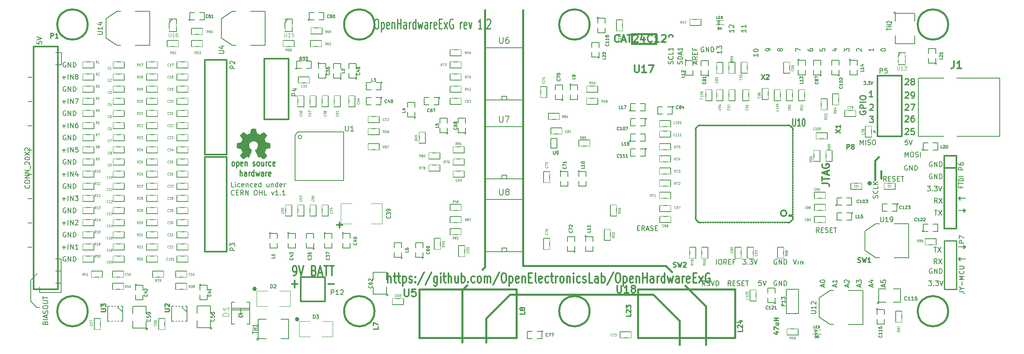
<source format=gto>
G04 #@! TF.GenerationSoftware,KiCad,Pcbnew,(2018-02-14 revision 6afdf1cf8)-makepkg*
G04 #@! TF.CreationDate,2018-02-15T17:47:45+13:00*
G04 #@! TF.ProjectId,arduino-ads129x,61726475696E6F2D616473313239782E,rev?*
G04 #@! TF.SameCoordinates,Original*
G04 #@! TF.FileFunction,Legend,Top*
G04 #@! TF.FilePolarity,Positive*
%FSLAX46Y46*%
G04 Gerber Fmt 4.6, Leading zero omitted, Abs format (unit mm)*
G04 Created by KiCad (PCBNEW (2018-02-14 revision 6afdf1cf8)-makepkg) date 02/15/18 17:47:45*
%MOMM*%
%LPD*%
G01*
G04 APERTURE LIST*
%ADD10C,0.200660*%
%ADD11C,0.203200*%
%ADD12C,0.254000*%
%ADD13C,0.381000*%
%ADD14C,0.304800*%
%ADD15C,0.127000*%
%ADD16C,0.002540*%
%ADD17C,0.119380*%
%ADD18C,0.066040*%
%ADD19C,0.101600*%
%ADD20C,0.152400*%
%ADD21C,0.250190*%
%ADD22C,0.251460*%
%ADD23C,0.248920*%
%ADD24C,0.114300*%
%ADD25C,0.076200*%
%ADD26C,0.299720*%
%ADD27C,0.088900*%
%ADD28R,1.099820X1.300480*%
%ADD29R,5.300980X0.949960*%
%ADD30R,0.850900X1.998980*%
%ADD31R,1.143000X0.635000*%
%ADD32R,0.635000X1.143000*%
%ADD33R,1.397000X0.889000*%
%ADD34R,0.949960X5.300980*%
%ADD35R,1.998980X0.850900*%
%ADD36R,1.501140X1.501140*%
%ADD37C,1.501140*%
%ADD38R,1.800860X2.700020*%
%ADD39R,1.524000X1.524000*%
%ADD40C,1.524000*%
%ADD41R,1.000760X0.701040*%
%ADD42R,0.889000X1.397000*%
%ADD43R,2.032000X3.657600*%
%ADD44R,2.032000X1.016000*%
%ADD45R,0.797560X0.797560*%
%ADD46R,0.508000X0.304800*%
%ADD47R,1.270000X2.540000*%
%ADD48R,0.398780X1.600200*%
%ADD49R,0.800100X1.569720*%
%ADD50R,0.706120X0.800100*%
%ADD51R,0.701040X0.800100*%
%ADD52R,2.540000X1.270000*%
%ADD53R,1.143000X0.508000*%
%ADD54R,2.400300X0.759460*%
%ADD55R,4.000500X1.524000*%
%ADD56R,1.397000X3.810000*%
%ADD57R,1.099820X1.899920*%
%ADD58R,3.810000X1.397000*%
%ADD59C,2.700020*%
%ADD60R,1.524000X0.254000*%
%ADD61R,0.254000X1.524000*%
%ADD62R,1.998980X2.999740*%
%ADD63R,1.524000X0.248920*%
%ADD64O,1.524000X0.248920*%
%ADD65O,0.248920X1.524000*%
%ADD66C,3.797300*%
%ADD67C,2.001520*%
%ADD68R,0.701040X2.199640*%
%ADD69R,2.199640X1.800860*%
G04 APERTURE END LIST*
D10*
X203715015Y-96020224D02*
X203381428Y-95543672D01*
X203143152Y-96020224D02*
X203143152Y-95019464D01*
X203524394Y-95019464D01*
X203619704Y-95067120D01*
X203667360Y-95114775D01*
X203715015Y-95210085D01*
X203715015Y-95353051D01*
X203667360Y-95448361D01*
X203619704Y-95496017D01*
X203524394Y-95543672D01*
X203143152Y-95543672D01*
X204143912Y-95496017D02*
X204477499Y-95496017D01*
X204620464Y-96020224D02*
X204143912Y-96020224D01*
X204143912Y-95019464D01*
X204620464Y-95019464D01*
X205001706Y-95972569D02*
X205144672Y-96020224D01*
X205382948Y-96020224D01*
X205478259Y-95972569D01*
X205525914Y-95924914D01*
X205573569Y-95829603D01*
X205573569Y-95734293D01*
X205525914Y-95638982D01*
X205478259Y-95591327D01*
X205382948Y-95543672D01*
X205192327Y-95496017D01*
X205097017Y-95448361D01*
X205049361Y-95400706D01*
X205001706Y-95305396D01*
X205001706Y-95210085D01*
X205049361Y-95114775D01*
X205097017Y-95067120D01*
X205192327Y-95019464D01*
X205430603Y-95019464D01*
X205573569Y-95067120D01*
X206002466Y-95496017D02*
X206336053Y-95496017D01*
X206479019Y-96020224D02*
X206002466Y-96020224D01*
X206002466Y-95019464D01*
X206479019Y-95019464D01*
X206764950Y-95019464D02*
X207336813Y-95019464D01*
X207050881Y-96020224D02*
X207050881Y-95019464D01*
X165693997Y-95115017D02*
X166027583Y-95115017D01*
X166170549Y-95639224D02*
X165693997Y-95639224D01*
X165693997Y-94638464D01*
X166170549Y-94638464D01*
X167171309Y-95639224D02*
X166837722Y-95162672D01*
X166599446Y-95639224D02*
X166599446Y-94638464D01*
X166980688Y-94638464D01*
X167075999Y-94686120D01*
X167123654Y-94733775D01*
X167171309Y-94829085D01*
X167171309Y-94972051D01*
X167123654Y-95067361D01*
X167075999Y-95115017D01*
X166980688Y-95162672D01*
X166599446Y-95162672D01*
X167552551Y-95353293D02*
X168029103Y-95353293D01*
X167457240Y-95639224D02*
X167790827Y-94638464D01*
X168124414Y-95639224D01*
X168410345Y-95591569D02*
X168553311Y-95639224D01*
X168791587Y-95639224D01*
X168886898Y-95591569D01*
X168934553Y-95543914D01*
X168982208Y-95448603D01*
X168982208Y-95353293D01*
X168934553Y-95257982D01*
X168886898Y-95210327D01*
X168791587Y-95162672D01*
X168600966Y-95115017D01*
X168505656Y-95067361D01*
X168458000Y-95019706D01*
X168410345Y-94924396D01*
X168410345Y-94829085D01*
X168458000Y-94733775D01*
X168505656Y-94686120D01*
X168600966Y-94638464D01*
X168839242Y-94638464D01*
X168982208Y-94686120D01*
X169411105Y-95115017D02*
X169744692Y-95115017D01*
X169887658Y-95639224D02*
X169411105Y-95639224D01*
X169411105Y-94638464D01*
X169887658Y-94638464D01*
D11*
X232816400Y-99060000D02*
X234340400Y-99060000D01*
X234340400Y-99060000D02*
X233959400Y-98679000D01*
X233959400Y-98679000D02*
X233959400Y-98933000D01*
X233959400Y-98933000D02*
X233959400Y-99441000D01*
X233959400Y-99441000D02*
X234340400Y-99060000D01*
X233197400Y-101206300D02*
X232816400Y-101587300D01*
X233197400Y-101714300D02*
X233197400Y-101206300D01*
X233197400Y-101968300D02*
X233197400Y-101714300D01*
X232816400Y-101587300D02*
X233197400Y-101968300D01*
X234340400Y-101587300D02*
X232816400Y-101587300D01*
X234340400Y-88887300D02*
X232816400Y-88887300D01*
X232816400Y-88887300D02*
X233197400Y-89268300D01*
X233197400Y-89268300D02*
X233197400Y-89014300D01*
X233197400Y-89014300D02*
X233197400Y-88506300D01*
X233197400Y-88506300D02*
X232816400Y-88887300D01*
X233959400Y-91821000D02*
X234340400Y-91440000D01*
X233959400Y-91313000D02*
X233959400Y-91821000D01*
X233959400Y-91059000D02*
X233959400Y-91313000D01*
X234340400Y-91440000D02*
X233959400Y-91059000D01*
X232816400Y-91440000D02*
X234340400Y-91440000D01*
D12*
X81013904Y-82045023D02*
X80917142Y-81984547D01*
X80868761Y-81924071D01*
X80820380Y-81803119D01*
X80820380Y-81440261D01*
X80868761Y-81319309D01*
X80917142Y-81258833D01*
X81013904Y-81198357D01*
X81159047Y-81198357D01*
X81255809Y-81258833D01*
X81304190Y-81319309D01*
X81352571Y-81440261D01*
X81352571Y-81803119D01*
X81304190Y-81924071D01*
X81255809Y-81984547D01*
X81159047Y-82045023D01*
X81013904Y-82045023D01*
X81788000Y-81198357D02*
X81788000Y-82468357D01*
X81788000Y-81258833D02*
X81884761Y-81198357D01*
X82078285Y-81198357D01*
X82175047Y-81258833D01*
X82223428Y-81319309D01*
X82271809Y-81440261D01*
X82271809Y-81803119D01*
X82223428Y-81924071D01*
X82175047Y-81984547D01*
X82078285Y-82045023D01*
X81884761Y-82045023D01*
X81788000Y-81984547D01*
X83094285Y-81984547D02*
X82997523Y-82045023D01*
X82804000Y-82045023D01*
X82707238Y-81984547D01*
X82658857Y-81863595D01*
X82658857Y-81379785D01*
X82707238Y-81258833D01*
X82804000Y-81198357D01*
X82997523Y-81198357D01*
X83094285Y-81258833D01*
X83142666Y-81379785D01*
X83142666Y-81500738D01*
X82658857Y-81621690D01*
X83578095Y-81198357D02*
X83578095Y-82045023D01*
X83578095Y-81319309D02*
X83626476Y-81258833D01*
X83723238Y-81198357D01*
X83868380Y-81198357D01*
X83965142Y-81258833D01*
X84013523Y-81379785D01*
X84013523Y-82045023D01*
X85223047Y-81984547D02*
X85319809Y-82045023D01*
X85513333Y-82045023D01*
X85610095Y-81984547D01*
X85658476Y-81863595D01*
X85658476Y-81803119D01*
X85610095Y-81682166D01*
X85513333Y-81621690D01*
X85368190Y-81621690D01*
X85271428Y-81561214D01*
X85223047Y-81440261D01*
X85223047Y-81379785D01*
X85271428Y-81258833D01*
X85368190Y-81198357D01*
X85513333Y-81198357D01*
X85610095Y-81258833D01*
X86239047Y-82045023D02*
X86142285Y-81984547D01*
X86093904Y-81924071D01*
X86045523Y-81803119D01*
X86045523Y-81440261D01*
X86093904Y-81319309D01*
X86142285Y-81258833D01*
X86239047Y-81198357D01*
X86384190Y-81198357D01*
X86480952Y-81258833D01*
X86529333Y-81319309D01*
X86577714Y-81440261D01*
X86577714Y-81803119D01*
X86529333Y-81924071D01*
X86480952Y-81984547D01*
X86384190Y-82045023D01*
X86239047Y-82045023D01*
X87448571Y-81198357D02*
X87448571Y-82045023D01*
X87013142Y-81198357D02*
X87013142Y-81863595D01*
X87061523Y-81984547D01*
X87158285Y-82045023D01*
X87303428Y-82045023D01*
X87400190Y-81984547D01*
X87448571Y-81924071D01*
X87932380Y-82045023D02*
X87932380Y-81198357D01*
X87932380Y-81440261D02*
X87980761Y-81319309D01*
X88029142Y-81258833D01*
X88125904Y-81198357D01*
X88222666Y-81198357D01*
X88996761Y-81984547D02*
X88900000Y-82045023D01*
X88706476Y-82045023D01*
X88609714Y-81984547D01*
X88561333Y-81924071D01*
X88512952Y-81803119D01*
X88512952Y-81440261D01*
X88561333Y-81319309D01*
X88609714Y-81258833D01*
X88706476Y-81198357D01*
X88900000Y-81198357D01*
X88996761Y-81258833D01*
X89819238Y-81984547D02*
X89722476Y-82045023D01*
X89528952Y-82045023D01*
X89432190Y-81984547D01*
X89383809Y-81863595D01*
X89383809Y-81379785D01*
X89432190Y-81258833D01*
X89528952Y-81198357D01*
X89722476Y-81198357D01*
X89819238Y-81258833D01*
X89867619Y-81379785D01*
X89867619Y-81500738D01*
X89383809Y-81621690D01*
X82537904Y-84204023D02*
X82537904Y-82934023D01*
X82973333Y-84204023D02*
X82973333Y-83538785D01*
X82924952Y-83417833D01*
X82828190Y-83357357D01*
X82683047Y-83357357D01*
X82586285Y-83417833D01*
X82537904Y-83478309D01*
X83892571Y-84204023D02*
X83892571Y-83538785D01*
X83844190Y-83417833D01*
X83747428Y-83357357D01*
X83553904Y-83357357D01*
X83457142Y-83417833D01*
X83892571Y-84143547D02*
X83795809Y-84204023D01*
X83553904Y-84204023D01*
X83457142Y-84143547D01*
X83408761Y-84022595D01*
X83408761Y-83901642D01*
X83457142Y-83780690D01*
X83553904Y-83720214D01*
X83795809Y-83720214D01*
X83892571Y-83659738D01*
X84376380Y-84204023D02*
X84376380Y-83357357D01*
X84376380Y-83599261D02*
X84424761Y-83478309D01*
X84473142Y-83417833D01*
X84569904Y-83357357D01*
X84666666Y-83357357D01*
X85440761Y-84204023D02*
X85440761Y-82934023D01*
X85440761Y-84143547D02*
X85344000Y-84204023D01*
X85150476Y-84204023D01*
X85053714Y-84143547D01*
X85005333Y-84083071D01*
X84956952Y-83962119D01*
X84956952Y-83599261D01*
X85005333Y-83478309D01*
X85053714Y-83417833D01*
X85150476Y-83357357D01*
X85344000Y-83357357D01*
X85440761Y-83417833D01*
X85827809Y-83357357D02*
X86021333Y-84204023D01*
X86214857Y-83599261D01*
X86408380Y-84204023D01*
X86601904Y-83357357D01*
X87424380Y-84204023D02*
X87424380Y-83538785D01*
X87376000Y-83417833D01*
X87279238Y-83357357D01*
X87085714Y-83357357D01*
X86988952Y-83417833D01*
X87424380Y-84143547D02*
X87327619Y-84204023D01*
X87085714Y-84204023D01*
X86988952Y-84143547D01*
X86940571Y-84022595D01*
X86940571Y-83901642D01*
X86988952Y-83780690D01*
X87085714Y-83720214D01*
X87327619Y-83720214D01*
X87424380Y-83659738D01*
X87908190Y-84204023D02*
X87908190Y-83357357D01*
X87908190Y-83599261D02*
X87956571Y-83478309D01*
X88004952Y-83417833D01*
X88101714Y-83357357D01*
X88198476Y-83357357D01*
X88924190Y-84143547D02*
X88827428Y-84204023D01*
X88633904Y-84204023D01*
X88537142Y-84143547D01*
X88488761Y-84022595D01*
X88488761Y-83538785D01*
X88537142Y-83417833D01*
X88633904Y-83357357D01*
X88827428Y-83357357D01*
X88924190Y-83417833D01*
X88972571Y-83538785D01*
X88972571Y-83659738D01*
X88488761Y-83780690D01*
D11*
X81255809Y-86464019D02*
X80772000Y-86464019D01*
X80772000Y-85448019D01*
X81594476Y-86464019D02*
X81594476Y-85786685D01*
X81594476Y-85448019D02*
X81546095Y-85496400D01*
X81594476Y-85544780D01*
X81642857Y-85496400D01*
X81594476Y-85448019D01*
X81594476Y-85544780D01*
X82513714Y-86415638D02*
X82416952Y-86464019D01*
X82223428Y-86464019D01*
X82126666Y-86415638D01*
X82078285Y-86367257D01*
X82029904Y-86270495D01*
X82029904Y-85980209D01*
X82078285Y-85883447D01*
X82126666Y-85835066D01*
X82223428Y-85786685D01*
X82416952Y-85786685D01*
X82513714Y-85835066D01*
X83336190Y-86415638D02*
X83239428Y-86464019D01*
X83045904Y-86464019D01*
X82949142Y-86415638D01*
X82900761Y-86318876D01*
X82900761Y-85931828D01*
X82949142Y-85835066D01*
X83045904Y-85786685D01*
X83239428Y-85786685D01*
X83336190Y-85835066D01*
X83384571Y-85931828D01*
X83384571Y-86028590D01*
X82900761Y-86125352D01*
X83820000Y-85786685D02*
X83820000Y-86464019D01*
X83820000Y-85883447D02*
X83868380Y-85835066D01*
X83965142Y-85786685D01*
X84110285Y-85786685D01*
X84207047Y-85835066D01*
X84255428Y-85931828D01*
X84255428Y-86464019D01*
X85174666Y-86415638D02*
X85077904Y-86464019D01*
X84884380Y-86464019D01*
X84787619Y-86415638D01*
X84739238Y-86367257D01*
X84690857Y-86270495D01*
X84690857Y-85980209D01*
X84739238Y-85883447D01*
X84787619Y-85835066D01*
X84884380Y-85786685D01*
X85077904Y-85786685D01*
X85174666Y-85835066D01*
X85997142Y-86415638D02*
X85900380Y-86464019D01*
X85706857Y-86464019D01*
X85610095Y-86415638D01*
X85561714Y-86318876D01*
X85561714Y-85931828D01*
X85610095Y-85835066D01*
X85706857Y-85786685D01*
X85900380Y-85786685D01*
X85997142Y-85835066D01*
X86045523Y-85931828D01*
X86045523Y-86028590D01*
X85561714Y-86125352D01*
X86916380Y-86464019D02*
X86916380Y-85448019D01*
X86916380Y-86415638D02*
X86819619Y-86464019D01*
X86626095Y-86464019D01*
X86529333Y-86415638D01*
X86480952Y-86367257D01*
X86432571Y-86270495D01*
X86432571Y-85980209D01*
X86480952Y-85883447D01*
X86529333Y-85835066D01*
X86626095Y-85786685D01*
X86819619Y-85786685D01*
X86916380Y-85835066D01*
X88609714Y-85786685D02*
X88609714Y-86464019D01*
X88174285Y-85786685D02*
X88174285Y-86318876D01*
X88222666Y-86415638D01*
X88319428Y-86464019D01*
X88464571Y-86464019D01*
X88561333Y-86415638D01*
X88609714Y-86367257D01*
X89093523Y-85786685D02*
X89093523Y-86464019D01*
X89093523Y-85883447D02*
X89141904Y-85835066D01*
X89238666Y-85786685D01*
X89383809Y-85786685D01*
X89480571Y-85835066D01*
X89528952Y-85931828D01*
X89528952Y-86464019D01*
X90448190Y-86464019D02*
X90448190Y-85448019D01*
X90448190Y-86415638D02*
X90351428Y-86464019D01*
X90157904Y-86464019D01*
X90061142Y-86415638D01*
X90012761Y-86367257D01*
X89964380Y-86270495D01*
X89964380Y-85980209D01*
X90012761Y-85883447D01*
X90061142Y-85835066D01*
X90157904Y-85786685D01*
X90351428Y-85786685D01*
X90448190Y-85835066D01*
X91319047Y-86415638D02*
X91222285Y-86464019D01*
X91028761Y-86464019D01*
X90932000Y-86415638D01*
X90883619Y-86318876D01*
X90883619Y-85931828D01*
X90932000Y-85835066D01*
X91028761Y-85786685D01*
X91222285Y-85786685D01*
X91319047Y-85835066D01*
X91367428Y-85931828D01*
X91367428Y-86028590D01*
X90883619Y-86125352D01*
X91802857Y-86464019D02*
X91802857Y-85786685D01*
X91802857Y-85980209D02*
X91851238Y-85883447D01*
X91899619Y-85835066D01*
X91996380Y-85786685D01*
X92093142Y-85786685D01*
X81328380Y-88094457D02*
X81280000Y-88142838D01*
X81134857Y-88191219D01*
X81038095Y-88191219D01*
X80892952Y-88142838D01*
X80796190Y-88046076D01*
X80747809Y-87949314D01*
X80699428Y-87755790D01*
X80699428Y-87610647D01*
X80747809Y-87417123D01*
X80796190Y-87320361D01*
X80892952Y-87223600D01*
X81038095Y-87175219D01*
X81134857Y-87175219D01*
X81280000Y-87223600D01*
X81328380Y-87271980D01*
X81763809Y-87659028D02*
X82102476Y-87659028D01*
X82247619Y-88191219D02*
X81763809Y-88191219D01*
X81763809Y-87175219D01*
X82247619Y-87175219D01*
X83263619Y-88191219D02*
X82924952Y-87707409D01*
X82683047Y-88191219D02*
X82683047Y-87175219D01*
X83070095Y-87175219D01*
X83166857Y-87223600D01*
X83215238Y-87271980D01*
X83263619Y-87368742D01*
X83263619Y-87513885D01*
X83215238Y-87610647D01*
X83166857Y-87659028D01*
X83070095Y-87707409D01*
X82683047Y-87707409D01*
X83699047Y-88191219D02*
X83699047Y-87175219D01*
X84279619Y-88191219D01*
X84279619Y-87175219D01*
X85731047Y-87175219D02*
X85924571Y-87175219D01*
X86021333Y-87223600D01*
X86118095Y-87320361D01*
X86166476Y-87513885D01*
X86166476Y-87852552D01*
X86118095Y-88046076D01*
X86021333Y-88142838D01*
X85924571Y-88191219D01*
X85731047Y-88191219D01*
X85634285Y-88142838D01*
X85537523Y-88046076D01*
X85489142Y-87852552D01*
X85489142Y-87513885D01*
X85537523Y-87320361D01*
X85634285Y-87223600D01*
X85731047Y-87175219D01*
X86601904Y-88191219D02*
X86601904Y-87175219D01*
X86601904Y-87659028D02*
X87182476Y-87659028D01*
X87182476Y-88191219D02*
X87182476Y-87175219D01*
X88150095Y-88191219D02*
X87666285Y-88191219D01*
X87666285Y-87175219D01*
X89166095Y-87513885D02*
X89408000Y-88191219D01*
X89649904Y-87513885D01*
X90569142Y-88191219D02*
X89988571Y-88191219D01*
X90278857Y-88191219D02*
X90278857Y-87175219D01*
X90182095Y-87320361D01*
X90085333Y-87417123D01*
X89988571Y-87465504D01*
X91004571Y-88094457D02*
X91052952Y-88142838D01*
X91004571Y-88191219D01*
X90956190Y-88142838D01*
X91004571Y-88094457D01*
X91004571Y-88191219D01*
X92020571Y-88191219D02*
X91440000Y-88191219D01*
X91730285Y-88191219D02*
X91730285Y-87175219D01*
X91633523Y-87320361D01*
X91536761Y-87417123D01*
X91440000Y-87465504D01*
X45212000Y-58420000D02*
X43942000Y-58420000D01*
X45212000Y-60960000D02*
X45212000Y-58420000D01*
X43815000Y-60960000D02*
X45085000Y-60960000D01*
X40083619Y-56073523D02*
X40083619Y-56557333D01*
X40567428Y-56605714D01*
X40519047Y-56557333D01*
X40470666Y-56460571D01*
X40470666Y-56218666D01*
X40519047Y-56121904D01*
X40567428Y-56073523D01*
X40664190Y-56025142D01*
X40906095Y-56025142D01*
X41002857Y-56073523D01*
X41051238Y-56121904D01*
X41099619Y-56218666D01*
X41099619Y-56460571D01*
X41051238Y-56557333D01*
X41002857Y-56605714D01*
X40083619Y-55734857D02*
X41099619Y-55396190D01*
X40083619Y-55057523D01*
X46088904Y-60452000D02*
X45992142Y-60403619D01*
X45847000Y-60403619D01*
X45701857Y-60452000D01*
X45605095Y-60548761D01*
X45556714Y-60645523D01*
X45508333Y-60839047D01*
X45508333Y-60984190D01*
X45556714Y-61177714D01*
X45605095Y-61274476D01*
X45701857Y-61371238D01*
X45847000Y-61419619D01*
X45943761Y-61419619D01*
X46088904Y-61371238D01*
X46137285Y-61322857D01*
X46137285Y-60984190D01*
X45943761Y-60984190D01*
X46572714Y-61419619D02*
X46572714Y-60403619D01*
X47153285Y-61419619D01*
X47153285Y-60403619D01*
X47637095Y-61419619D02*
X47637095Y-60403619D01*
X47879000Y-60403619D01*
X48024142Y-60452000D01*
X48120904Y-60548761D01*
X48169285Y-60645523D01*
X48217666Y-60839047D01*
X48217666Y-60984190D01*
X48169285Y-61177714D01*
X48120904Y-61274476D01*
X48024142Y-61371238D01*
X47879000Y-61419619D01*
X47637095Y-61419619D01*
X38220952Y-99132571D02*
X38995047Y-99132571D01*
X38220952Y-94052571D02*
X38995047Y-94052571D01*
X38220952Y-88972571D02*
X38995047Y-88972571D01*
X38220952Y-83892571D02*
X38995047Y-83892571D01*
X38220952Y-78812571D02*
X38995047Y-78812571D01*
X38220952Y-73732571D02*
X38995047Y-73732571D01*
X38220952Y-68652571D02*
X38995047Y-68652571D01*
X45085000Y-104140000D02*
X43815000Y-104140000D01*
X45085000Y-101600000D02*
X43815000Y-101600000D01*
X45085000Y-106680000D02*
X43815000Y-106680000D01*
X40640000Y-108585000D02*
X40640000Y-107315000D01*
X45085000Y-108585000D02*
X40640000Y-108585000D01*
X45085000Y-101600000D02*
X45085000Y-108585000D01*
X41837428Y-114935000D02*
X41885809Y-114789857D01*
X41934190Y-114741476D01*
X42030952Y-114693095D01*
X42176095Y-114693095D01*
X42272857Y-114741476D01*
X42321238Y-114789857D01*
X42369619Y-114886619D01*
X42369619Y-115273666D01*
X41353619Y-115273666D01*
X41353619Y-114935000D01*
X41402000Y-114838238D01*
X41450380Y-114789857D01*
X41547142Y-114741476D01*
X41643904Y-114741476D01*
X41740666Y-114789857D01*
X41789047Y-114838238D01*
X41837428Y-114935000D01*
X41837428Y-115273666D01*
X42369619Y-114257666D02*
X41353619Y-114257666D01*
X42079333Y-113822238D02*
X42079333Y-113338428D01*
X42369619Y-113919000D02*
X41353619Y-113580333D01*
X42369619Y-113241666D01*
X42321238Y-112951380D02*
X42369619Y-112806238D01*
X42369619Y-112564333D01*
X42321238Y-112467571D01*
X42272857Y-112419190D01*
X42176095Y-112370809D01*
X42079333Y-112370809D01*
X41982571Y-112419190D01*
X41934190Y-112467571D01*
X41885809Y-112564333D01*
X41837428Y-112757857D01*
X41789047Y-112854619D01*
X41740666Y-112903000D01*
X41643904Y-112951380D01*
X41547142Y-112951380D01*
X41450380Y-112903000D01*
X41402000Y-112854619D01*
X41353619Y-112757857D01*
X41353619Y-112515952D01*
X41402000Y-112370809D01*
X41353619Y-111741857D02*
X41353619Y-111548333D01*
X41402000Y-111451571D01*
X41498761Y-111354809D01*
X41692285Y-111306428D01*
X42030952Y-111306428D01*
X42224476Y-111354809D01*
X42321238Y-111451571D01*
X42369619Y-111548333D01*
X42369619Y-111741857D01*
X42321238Y-111838619D01*
X42224476Y-111935380D01*
X42030952Y-111983761D01*
X41692285Y-111983761D01*
X41498761Y-111935380D01*
X41402000Y-111838619D01*
X41353619Y-111741857D01*
X41353619Y-110871000D02*
X42176095Y-110871000D01*
X42272857Y-110822619D01*
X42321238Y-110774238D01*
X42369619Y-110677476D01*
X42369619Y-110483952D01*
X42321238Y-110387190D01*
X42272857Y-110338809D01*
X42176095Y-110290428D01*
X41353619Y-110290428D01*
X41353619Y-109951761D02*
X41353619Y-109371190D01*
X42369619Y-109661476D02*
X41353619Y-109661476D01*
X40005000Y-111760000D02*
X40640000Y-111760000D01*
X38735000Y-110490000D02*
X40005000Y-111760000D01*
X38735000Y-106045000D02*
X38735000Y-110490000D01*
X40640000Y-104140000D02*
X38735000Y-106045000D01*
X45345047Y-83892571D02*
X46119142Y-83892571D01*
X45732095Y-84279619D02*
X45732095Y-83505523D01*
X46602952Y-84279619D02*
X46602952Y-83263619D01*
X47086761Y-84279619D02*
X47086761Y-83263619D01*
X47667333Y-84279619D01*
X47667333Y-83263619D01*
X48586571Y-83602285D02*
X48586571Y-84279619D01*
X48344666Y-83215238D02*
X48102761Y-83940952D01*
X48731714Y-83940952D01*
X46088904Y-85852000D02*
X45992142Y-85803619D01*
X45847000Y-85803619D01*
X45701857Y-85852000D01*
X45605095Y-85948761D01*
X45556714Y-86045523D01*
X45508333Y-86239047D01*
X45508333Y-86384190D01*
X45556714Y-86577714D01*
X45605095Y-86674476D01*
X45701857Y-86771238D01*
X45847000Y-86819619D01*
X45943761Y-86819619D01*
X46088904Y-86771238D01*
X46137285Y-86722857D01*
X46137285Y-86384190D01*
X45943761Y-86384190D01*
X46572714Y-86819619D02*
X46572714Y-85803619D01*
X47153285Y-86819619D01*
X47153285Y-85803619D01*
X47637095Y-86819619D02*
X47637095Y-85803619D01*
X47879000Y-85803619D01*
X48024142Y-85852000D01*
X48120904Y-85948761D01*
X48169285Y-86045523D01*
X48217666Y-86239047D01*
X48217666Y-86384190D01*
X48169285Y-86577714D01*
X48120904Y-86674476D01*
X48024142Y-86771238D01*
X47879000Y-86819619D01*
X47637095Y-86819619D01*
X46088904Y-90932000D02*
X45992142Y-90883619D01*
X45847000Y-90883619D01*
X45701857Y-90932000D01*
X45605095Y-91028761D01*
X45556714Y-91125523D01*
X45508333Y-91319047D01*
X45508333Y-91464190D01*
X45556714Y-91657714D01*
X45605095Y-91754476D01*
X45701857Y-91851238D01*
X45847000Y-91899619D01*
X45943761Y-91899619D01*
X46088904Y-91851238D01*
X46137285Y-91802857D01*
X46137285Y-91464190D01*
X45943761Y-91464190D01*
X46572714Y-91899619D02*
X46572714Y-90883619D01*
X47153285Y-91899619D01*
X47153285Y-90883619D01*
X47637095Y-91899619D02*
X47637095Y-90883619D01*
X47879000Y-90883619D01*
X48024142Y-90932000D01*
X48120904Y-91028761D01*
X48169285Y-91125523D01*
X48217666Y-91319047D01*
X48217666Y-91464190D01*
X48169285Y-91657714D01*
X48120904Y-91754476D01*
X48024142Y-91851238D01*
X47879000Y-91899619D01*
X47637095Y-91899619D01*
X45345047Y-88972571D02*
X46119142Y-88972571D01*
X45732095Y-89359619D02*
X45732095Y-88585523D01*
X46602952Y-89359619D02*
X46602952Y-88343619D01*
X47086761Y-89359619D02*
X47086761Y-88343619D01*
X47667333Y-89359619D01*
X47667333Y-88343619D01*
X48054380Y-88343619D02*
X48683333Y-88343619D01*
X48344666Y-88730666D01*
X48489809Y-88730666D01*
X48586571Y-88779047D01*
X48634952Y-88827428D01*
X48683333Y-88924190D01*
X48683333Y-89166095D01*
X48634952Y-89262857D01*
X48586571Y-89311238D01*
X48489809Y-89359619D01*
X48199523Y-89359619D01*
X48102761Y-89311238D01*
X48054380Y-89262857D01*
X45345047Y-99132571D02*
X46119142Y-99132571D01*
X45732095Y-99519619D02*
X45732095Y-98745523D01*
X46602952Y-99519619D02*
X46602952Y-98503619D01*
X47086761Y-99519619D02*
X47086761Y-98503619D01*
X47667333Y-99519619D01*
X47667333Y-98503619D01*
X48683333Y-99519619D02*
X48102761Y-99519619D01*
X48393047Y-99519619D02*
X48393047Y-98503619D01*
X48296285Y-98648761D01*
X48199523Y-98745523D01*
X48102761Y-98793904D01*
X46088904Y-101092000D02*
X45992142Y-101043619D01*
X45847000Y-101043619D01*
X45701857Y-101092000D01*
X45605095Y-101188761D01*
X45556714Y-101285523D01*
X45508333Y-101479047D01*
X45508333Y-101624190D01*
X45556714Y-101817714D01*
X45605095Y-101914476D01*
X45701857Y-102011238D01*
X45847000Y-102059619D01*
X45943761Y-102059619D01*
X46088904Y-102011238D01*
X46137285Y-101962857D01*
X46137285Y-101624190D01*
X45943761Y-101624190D01*
X46572714Y-102059619D02*
X46572714Y-101043619D01*
X47153285Y-102059619D01*
X47153285Y-101043619D01*
X47637095Y-102059619D02*
X47637095Y-101043619D01*
X47879000Y-101043619D01*
X48024142Y-101092000D01*
X48120904Y-101188761D01*
X48169285Y-101285523D01*
X48217666Y-101479047D01*
X48217666Y-101624190D01*
X48169285Y-101817714D01*
X48120904Y-101914476D01*
X48024142Y-102011238D01*
X47879000Y-102059619D01*
X47637095Y-102059619D01*
X46088904Y-96012000D02*
X45992142Y-95963619D01*
X45847000Y-95963619D01*
X45701857Y-96012000D01*
X45605095Y-96108761D01*
X45556714Y-96205523D01*
X45508333Y-96399047D01*
X45508333Y-96544190D01*
X45556714Y-96737714D01*
X45605095Y-96834476D01*
X45701857Y-96931238D01*
X45847000Y-96979619D01*
X45943761Y-96979619D01*
X46088904Y-96931238D01*
X46137285Y-96882857D01*
X46137285Y-96544190D01*
X45943761Y-96544190D01*
X46572714Y-96979619D02*
X46572714Y-95963619D01*
X47153285Y-96979619D01*
X47153285Y-95963619D01*
X47637095Y-96979619D02*
X47637095Y-95963619D01*
X47879000Y-95963619D01*
X48024142Y-96012000D01*
X48120904Y-96108761D01*
X48169285Y-96205523D01*
X48217666Y-96399047D01*
X48217666Y-96544190D01*
X48169285Y-96737714D01*
X48120904Y-96834476D01*
X48024142Y-96931238D01*
X47879000Y-96979619D01*
X47637095Y-96979619D01*
X45345047Y-94052571D02*
X46119142Y-94052571D01*
X45732095Y-94439619D02*
X45732095Y-93665523D01*
X46602952Y-94439619D02*
X46602952Y-93423619D01*
X47086761Y-94439619D02*
X47086761Y-93423619D01*
X47667333Y-94439619D01*
X47667333Y-93423619D01*
X48102761Y-93520380D02*
X48151142Y-93472000D01*
X48247904Y-93423619D01*
X48489809Y-93423619D01*
X48586571Y-93472000D01*
X48634952Y-93520380D01*
X48683333Y-93617142D01*
X48683333Y-93713904D01*
X48634952Y-93859047D01*
X48054380Y-94439619D01*
X48683333Y-94439619D01*
X45345047Y-73732571D02*
X46119142Y-73732571D01*
X45732095Y-74119619D02*
X45732095Y-73345523D01*
X46602952Y-74119619D02*
X46602952Y-73103619D01*
X47086761Y-74119619D02*
X47086761Y-73103619D01*
X47667333Y-74119619D01*
X47667333Y-73103619D01*
X48586571Y-73103619D02*
X48393047Y-73103619D01*
X48296285Y-73152000D01*
X48247904Y-73200380D01*
X48151142Y-73345523D01*
X48102761Y-73539047D01*
X48102761Y-73926095D01*
X48151142Y-74022857D01*
X48199523Y-74071238D01*
X48296285Y-74119619D01*
X48489809Y-74119619D01*
X48586571Y-74071238D01*
X48634952Y-74022857D01*
X48683333Y-73926095D01*
X48683333Y-73684190D01*
X48634952Y-73587428D01*
X48586571Y-73539047D01*
X48489809Y-73490666D01*
X48296285Y-73490666D01*
X48199523Y-73539047D01*
X48151142Y-73587428D01*
X48102761Y-73684190D01*
X46088904Y-75692000D02*
X45992142Y-75643619D01*
X45847000Y-75643619D01*
X45701857Y-75692000D01*
X45605095Y-75788761D01*
X45556714Y-75885523D01*
X45508333Y-76079047D01*
X45508333Y-76224190D01*
X45556714Y-76417714D01*
X45605095Y-76514476D01*
X45701857Y-76611238D01*
X45847000Y-76659619D01*
X45943761Y-76659619D01*
X46088904Y-76611238D01*
X46137285Y-76562857D01*
X46137285Y-76224190D01*
X45943761Y-76224190D01*
X46572714Y-76659619D02*
X46572714Y-75643619D01*
X47153285Y-76659619D01*
X47153285Y-75643619D01*
X47637095Y-76659619D02*
X47637095Y-75643619D01*
X47879000Y-75643619D01*
X48024142Y-75692000D01*
X48120904Y-75788761D01*
X48169285Y-75885523D01*
X48217666Y-76079047D01*
X48217666Y-76224190D01*
X48169285Y-76417714D01*
X48120904Y-76514476D01*
X48024142Y-76611238D01*
X47879000Y-76659619D01*
X47637095Y-76659619D01*
X46088904Y-80772000D02*
X45992142Y-80723619D01*
X45847000Y-80723619D01*
X45701857Y-80772000D01*
X45605095Y-80868761D01*
X45556714Y-80965523D01*
X45508333Y-81159047D01*
X45508333Y-81304190D01*
X45556714Y-81497714D01*
X45605095Y-81594476D01*
X45701857Y-81691238D01*
X45847000Y-81739619D01*
X45943761Y-81739619D01*
X46088904Y-81691238D01*
X46137285Y-81642857D01*
X46137285Y-81304190D01*
X45943761Y-81304190D01*
X46572714Y-81739619D02*
X46572714Y-80723619D01*
X47153285Y-81739619D01*
X47153285Y-80723619D01*
X47637095Y-81739619D02*
X47637095Y-80723619D01*
X47879000Y-80723619D01*
X48024142Y-80772000D01*
X48120904Y-80868761D01*
X48169285Y-80965523D01*
X48217666Y-81159047D01*
X48217666Y-81304190D01*
X48169285Y-81497714D01*
X48120904Y-81594476D01*
X48024142Y-81691238D01*
X47879000Y-81739619D01*
X47637095Y-81739619D01*
X45345047Y-78812571D02*
X46119142Y-78812571D01*
X45732095Y-79199619D02*
X45732095Y-78425523D01*
X46602952Y-79199619D02*
X46602952Y-78183619D01*
X47086761Y-79199619D02*
X47086761Y-78183619D01*
X47667333Y-79199619D01*
X47667333Y-78183619D01*
X48634952Y-78183619D02*
X48151142Y-78183619D01*
X48102761Y-78667428D01*
X48151142Y-78619047D01*
X48247904Y-78570666D01*
X48489809Y-78570666D01*
X48586571Y-78619047D01*
X48634952Y-78667428D01*
X48683333Y-78764190D01*
X48683333Y-79006095D01*
X48634952Y-79102857D01*
X48586571Y-79151238D01*
X48489809Y-79199619D01*
X48247904Y-79199619D01*
X48151142Y-79151238D01*
X48102761Y-79102857D01*
X45345047Y-68652571D02*
X46119142Y-68652571D01*
X45732095Y-69039619D02*
X45732095Y-68265523D01*
X46602952Y-69039619D02*
X46602952Y-68023619D01*
X47086761Y-69039619D02*
X47086761Y-68023619D01*
X47667333Y-69039619D01*
X47667333Y-68023619D01*
X48054380Y-68023619D02*
X48731714Y-68023619D01*
X48296285Y-69039619D01*
X46088904Y-70612000D02*
X45992142Y-70563619D01*
X45847000Y-70563619D01*
X45701857Y-70612000D01*
X45605095Y-70708761D01*
X45556714Y-70805523D01*
X45508333Y-70999047D01*
X45508333Y-71144190D01*
X45556714Y-71337714D01*
X45605095Y-71434476D01*
X45701857Y-71531238D01*
X45847000Y-71579619D01*
X45943761Y-71579619D01*
X46088904Y-71531238D01*
X46137285Y-71482857D01*
X46137285Y-71144190D01*
X45943761Y-71144190D01*
X46572714Y-71579619D02*
X46572714Y-70563619D01*
X47153285Y-71579619D01*
X47153285Y-70563619D01*
X47637095Y-71579619D02*
X47637095Y-70563619D01*
X47879000Y-70563619D01*
X48024142Y-70612000D01*
X48120904Y-70708761D01*
X48169285Y-70805523D01*
X48217666Y-70999047D01*
X48217666Y-71144190D01*
X48169285Y-71337714D01*
X48120904Y-71434476D01*
X48024142Y-71531238D01*
X47879000Y-71579619D01*
X47637095Y-71579619D01*
X46088904Y-65532000D02*
X45992142Y-65483619D01*
X45847000Y-65483619D01*
X45701857Y-65532000D01*
X45605095Y-65628761D01*
X45556714Y-65725523D01*
X45508333Y-65919047D01*
X45508333Y-66064190D01*
X45556714Y-66257714D01*
X45605095Y-66354476D01*
X45701857Y-66451238D01*
X45847000Y-66499619D01*
X45943761Y-66499619D01*
X46088904Y-66451238D01*
X46137285Y-66402857D01*
X46137285Y-66064190D01*
X45943761Y-66064190D01*
X46572714Y-66499619D02*
X46572714Y-65483619D01*
X47153285Y-66499619D01*
X47153285Y-65483619D01*
X47637095Y-66499619D02*
X47637095Y-65483619D01*
X47879000Y-65483619D01*
X48024142Y-65532000D01*
X48120904Y-65628761D01*
X48169285Y-65725523D01*
X48217666Y-65919047D01*
X48217666Y-66064190D01*
X48169285Y-66257714D01*
X48120904Y-66354476D01*
X48024142Y-66451238D01*
X47879000Y-66499619D01*
X47637095Y-66499619D01*
X38220952Y-63572571D02*
X38995047Y-63572571D01*
X45345047Y-63572571D02*
X46119142Y-63572571D01*
X45732095Y-63959619D02*
X45732095Y-63185523D01*
X46602952Y-63959619D02*
X46602952Y-62943619D01*
X47086761Y-63959619D02*
X47086761Y-62943619D01*
X47667333Y-63959619D01*
X47667333Y-62943619D01*
X48296285Y-63379047D02*
X48199523Y-63330666D01*
X48151142Y-63282285D01*
X48102761Y-63185523D01*
X48102761Y-63137142D01*
X48151142Y-63040380D01*
X48199523Y-62992000D01*
X48296285Y-62943619D01*
X48489809Y-62943619D01*
X48586571Y-62992000D01*
X48634952Y-63040380D01*
X48683333Y-63137142D01*
X48683333Y-63185523D01*
X48634952Y-63282285D01*
X48586571Y-63330666D01*
X48489809Y-63379047D01*
X48296285Y-63379047D01*
X48199523Y-63427428D01*
X48151142Y-63475809D01*
X48102761Y-63572571D01*
X48102761Y-63766095D01*
X48151142Y-63862857D01*
X48199523Y-63911238D01*
X48296285Y-63959619D01*
X48489809Y-63959619D01*
X48586571Y-63911238D01*
X48634952Y-63862857D01*
X48683333Y-63766095D01*
X48683333Y-63572571D01*
X48634952Y-63475809D01*
X48586571Y-63427428D01*
X48489809Y-63379047D01*
D12*
X214865857Y-67630523D02*
X214140142Y-67630523D01*
X214503000Y-67630523D02*
X214503000Y-66360523D01*
X214382047Y-66541952D01*
X214261095Y-66662904D01*
X214140142Y-66723380D01*
D11*
X226592190Y-106123619D02*
X227221142Y-106123619D01*
X226882476Y-106510666D01*
X227027619Y-106510666D01*
X227124380Y-106559047D01*
X227172761Y-106607428D01*
X227221142Y-106704190D01*
X227221142Y-106946095D01*
X227172761Y-107042857D01*
X227124380Y-107091238D01*
X227027619Y-107139619D01*
X226737333Y-107139619D01*
X226640571Y-107091238D01*
X226592190Y-107042857D01*
X227656571Y-107042857D02*
X227704952Y-107091238D01*
X227656571Y-107139619D01*
X227608190Y-107091238D01*
X227656571Y-107042857D01*
X227656571Y-107139619D01*
X228043619Y-106123619D02*
X228672571Y-106123619D01*
X228333904Y-106510666D01*
X228479047Y-106510666D01*
X228575809Y-106559047D01*
X228624190Y-106607428D01*
X228672571Y-106704190D01*
X228672571Y-106946095D01*
X228624190Y-107042857D01*
X228575809Y-107091238D01*
X228479047Y-107139619D01*
X228188761Y-107139619D01*
X228092000Y-107091238D01*
X228043619Y-107042857D01*
X228962857Y-106123619D02*
X229301523Y-107139619D01*
X229640190Y-106123619D01*
X227317904Y-103632000D02*
X227221142Y-103583619D01*
X227076000Y-103583619D01*
X226930857Y-103632000D01*
X226834095Y-103728761D01*
X226785714Y-103825523D01*
X226737333Y-104019047D01*
X226737333Y-104164190D01*
X226785714Y-104357714D01*
X226834095Y-104454476D01*
X226930857Y-104551238D01*
X227076000Y-104599619D01*
X227172761Y-104599619D01*
X227317904Y-104551238D01*
X227366285Y-104502857D01*
X227366285Y-104164190D01*
X227172761Y-104164190D01*
X227801714Y-104599619D02*
X227801714Y-103583619D01*
X228382285Y-104599619D01*
X228382285Y-103583619D01*
X228866095Y-104599619D02*
X228866095Y-103583619D01*
X229108000Y-103583619D01*
X229253142Y-103632000D01*
X229349904Y-103728761D01*
X229398285Y-103825523D01*
X229446666Y-104019047D01*
X229446666Y-104164190D01*
X229398285Y-104357714D01*
X229349904Y-104454476D01*
X229253142Y-104551238D01*
X229108000Y-104599619D01*
X228866095Y-104599619D01*
X228303666Y-102567619D02*
X227965000Y-102083809D01*
X227723095Y-102567619D02*
X227723095Y-101551619D01*
X228110142Y-101551619D01*
X228206904Y-101600000D01*
X228255285Y-101648380D01*
X228303666Y-101745142D01*
X228303666Y-101890285D01*
X228255285Y-101987047D01*
X228206904Y-102035428D01*
X228110142Y-102083809D01*
X227723095Y-102083809D01*
X228642333Y-101551619D02*
X229319666Y-102567619D01*
X229319666Y-101551619D02*
X228642333Y-102567619D01*
X227698904Y-99138619D02*
X228279476Y-99138619D01*
X227989190Y-100154619D02*
X227989190Y-99138619D01*
X228521380Y-99138619D02*
X229198714Y-100154619D01*
X229198714Y-99138619D02*
X228521380Y-100154619D01*
X227825904Y-91391619D02*
X228406476Y-91391619D01*
X228116190Y-92407619D02*
X228116190Y-91391619D01*
X228648380Y-91391619D02*
X229325714Y-92407619D01*
X229325714Y-91391619D02*
X228648380Y-92407619D01*
X228430666Y-89867619D02*
X228092000Y-89383809D01*
X227850095Y-89867619D02*
X227850095Y-88851619D01*
X228237142Y-88851619D01*
X228333904Y-88900000D01*
X228382285Y-88948380D01*
X228430666Y-89045142D01*
X228430666Y-89190285D01*
X228382285Y-89287047D01*
X228333904Y-89335428D01*
X228237142Y-89383809D01*
X227850095Y-89383809D01*
X228769333Y-88851619D02*
X229446666Y-89867619D01*
X229446666Y-88851619D02*
X228769333Y-89867619D01*
X226338190Y-86311619D02*
X226967142Y-86311619D01*
X226628476Y-86698666D01*
X226773619Y-86698666D01*
X226870380Y-86747047D01*
X226918761Y-86795428D01*
X226967142Y-86892190D01*
X226967142Y-87134095D01*
X226918761Y-87230857D01*
X226870380Y-87279238D01*
X226773619Y-87327619D01*
X226483333Y-87327619D01*
X226386571Y-87279238D01*
X226338190Y-87230857D01*
X227402571Y-87230857D02*
X227450952Y-87279238D01*
X227402571Y-87327619D01*
X227354190Y-87279238D01*
X227402571Y-87230857D01*
X227402571Y-87327619D01*
X227789619Y-86311619D02*
X228418571Y-86311619D01*
X228079904Y-86698666D01*
X228225047Y-86698666D01*
X228321809Y-86747047D01*
X228370190Y-86795428D01*
X228418571Y-86892190D01*
X228418571Y-87134095D01*
X228370190Y-87230857D01*
X228321809Y-87279238D01*
X228225047Y-87327619D01*
X227934761Y-87327619D01*
X227838000Y-87279238D01*
X227789619Y-87230857D01*
X228708857Y-86311619D02*
X229047523Y-87327619D01*
X229386190Y-86311619D01*
X227317904Y-83820000D02*
X227221142Y-83771619D01*
X227076000Y-83771619D01*
X226930857Y-83820000D01*
X226834095Y-83916761D01*
X226785714Y-84013523D01*
X226737333Y-84207047D01*
X226737333Y-84352190D01*
X226785714Y-84545714D01*
X226834095Y-84642476D01*
X226930857Y-84739238D01*
X227076000Y-84787619D01*
X227172761Y-84787619D01*
X227317904Y-84739238D01*
X227366285Y-84690857D01*
X227366285Y-84352190D01*
X227172761Y-84352190D01*
X227801714Y-84787619D02*
X227801714Y-83771619D01*
X228382285Y-84787619D01*
X228382285Y-83771619D01*
X228866095Y-84787619D02*
X228866095Y-83771619D01*
X229108000Y-83771619D01*
X229253142Y-83820000D01*
X229349904Y-83916761D01*
X229398285Y-84013523D01*
X229446666Y-84207047D01*
X229446666Y-84352190D01*
X229398285Y-84545714D01*
X229349904Y-84642476D01*
X229253142Y-84739238D01*
X229108000Y-84787619D01*
X228866095Y-84787619D01*
X227317904Y-81280000D02*
X227221142Y-81231619D01*
X227076000Y-81231619D01*
X226930857Y-81280000D01*
X226834095Y-81376761D01*
X226785714Y-81473523D01*
X226737333Y-81667047D01*
X226737333Y-81812190D01*
X226785714Y-82005714D01*
X226834095Y-82102476D01*
X226930857Y-82199238D01*
X227076000Y-82247619D01*
X227172761Y-82247619D01*
X227317904Y-82199238D01*
X227366285Y-82150857D01*
X227366285Y-81812190D01*
X227172761Y-81812190D01*
X227801714Y-82247619D02*
X227801714Y-81231619D01*
X228382285Y-82247619D01*
X228382285Y-81231619D01*
X228866095Y-82247619D02*
X228866095Y-81231619D01*
X229108000Y-81231619D01*
X229253142Y-81280000D01*
X229349904Y-81376761D01*
X229398285Y-81473523D01*
X229446666Y-81667047D01*
X229446666Y-81812190D01*
X229398285Y-82005714D01*
X229349904Y-82102476D01*
X229253142Y-82199238D01*
X229108000Y-82247619D01*
X228866095Y-82247619D01*
D13*
X216662000Y-84709000D02*
X216662000Y-83185000D01*
X215392000Y-81026000D02*
X216154000Y-80264000D01*
X215392000Y-85090000D02*
X215392000Y-81026000D01*
D12*
X110985904Y-51338238D02*
X111227809Y-51338238D01*
X111348761Y-51435000D01*
X111469714Y-51628523D01*
X111530190Y-52015571D01*
X111530190Y-52692904D01*
X111469714Y-53079952D01*
X111348761Y-53273476D01*
X111227809Y-53370238D01*
X110985904Y-53370238D01*
X110864952Y-53273476D01*
X110744000Y-53079952D01*
X110683523Y-52692904D01*
X110683523Y-52015571D01*
X110744000Y-51628523D01*
X110864952Y-51435000D01*
X110985904Y-51338238D01*
X112074476Y-52015571D02*
X112074476Y-54047571D01*
X112074476Y-52112333D02*
X112195428Y-52015571D01*
X112437333Y-52015571D01*
X112558285Y-52112333D01*
X112618761Y-52209095D01*
X112679238Y-52402619D01*
X112679238Y-52983190D01*
X112618761Y-53176714D01*
X112558285Y-53273476D01*
X112437333Y-53370238D01*
X112195428Y-53370238D01*
X112074476Y-53273476D01*
X113707333Y-53273476D02*
X113586380Y-53370238D01*
X113344476Y-53370238D01*
X113223523Y-53273476D01*
X113163047Y-53079952D01*
X113163047Y-52305857D01*
X113223523Y-52112333D01*
X113344476Y-52015571D01*
X113586380Y-52015571D01*
X113707333Y-52112333D01*
X113767809Y-52305857D01*
X113767809Y-52499380D01*
X113163047Y-52692904D01*
X114312095Y-52015571D02*
X114312095Y-53370238D01*
X114312095Y-52209095D02*
X114372571Y-52112333D01*
X114493523Y-52015571D01*
X114674952Y-52015571D01*
X114795904Y-52112333D01*
X114856380Y-52305857D01*
X114856380Y-53370238D01*
X115461142Y-53370238D02*
X115461142Y-51338238D01*
X115461142Y-52305857D02*
X116186857Y-52305857D01*
X116186857Y-53370238D02*
X116186857Y-51338238D01*
X117335904Y-53370238D02*
X117335904Y-52305857D01*
X117275428Y-52112333D01*
X117154476Y-52015571D01*
X116912571Y-52015571D01*
X116791619Y-52112333D01*
X117335904Y-53273476D02*
X117214952Y-53370238D01*
X116912571Y-53370238D01*
X116791619Y-53273476D01*
X116731142Y-53079952D01*
X116731142Y-52886428D01*
X116791619Y-52692904D01*
X116912571Y-52596142D01*
X117214952Y-52596142D01*
X117335904Y-52499380D01*
X117940666Y-53370238D02*
X117940666Y-52015571D01*
X117940666Y-52402619D02*
X118001142Y-52209095D01*
X118061619Y-52112333D01*
X118182571Y-52015571D01*
X118303523Y-52015571D01*
X119271142Y-53370238D02*
X119271142Y-51338238D01*
X119271142Y-53273476D02*
X119150190Y-53370238D01*
X118908285Y-53370238D01*
X118787333Y-53273476D01*
X118726857Y-53176714D01*
X118666380Y-52983190D01*
X118666380Y-52402619D01*
X118726857Y-52209095D01*
X118787333Y-52112333D01*
X118908285Y-52015571D01*
X119150190Y-52015571D01*
X119271142Y-52112333D01*
X119754952Y-52015571D02*
X119996857Y-53370238D01*
X120238761Y-52402619D01*
X120480666Y-53370238D01*
X120722571Y-52015571D01*
X121750666Y-53370238D02*
X121750666Y-52305857D01*
X121690190Y-52112333D01*
X121569238Y-52015571D01*
X121327333Y-52015571D01*
X121206380Y-52112333D01*
X121750666Y-53273476D02*
X121629714Y-53370238D01*
X121327333Y-53370238D01*
X121206380Y-53273476D01*
X121145904Y-53079952D01*
X121145904Y-52886428D01*
X121206380Y-52692904D01*
X121327333Y-52596142D01*
X121629714Y-52596142D01*
X121750666Y-52499380D01*
X122355428Y-53370238D02*
X122355428Y-52015571D01*
X122355428Y-52402619D02*
X122415904Y-52209095D01*
X122476380Y-52112333D01*
X122597333Y-52015571D01*
X122718285Y-52015571D01*
X123625428Y-53273476D02*
X123504476Y-53370238D01*
X123262571Y-53370238D01*
X123141619Y-53273476D01*
X123081142Y-53079952D01*
X123081142Y-52305857D01*
X123141619Y-52112333D01*
X123262571Y-52015571D01*
X123504476Y-52015571D01*
X123625428Y-52112333D01*
X123685904Y-52305857D01*
X123685904Y-52499380D01*
X123081142Y-52692904D01*
X124230190Y-52305857D02*
X124653523Y-52305857D01*
X124834952Y-53370238D02*
X124230190Y-53370238D01*
X124230190Y-51338238D01*
X124834952Y-51338238D01*
X125258285Y-53370238D02*
X125923523Y-52015571D01*
X125258285Y-52015571D02*
X125923523Y-53370238D01*
X127072571Y-51435000D02*
X126951619Y-51338238D01*
X126770190Y-51338238D01*
X126588761Y-51435000D01*
X126467809Y-51628523D01*
X126407333Y-51822047D01*
X126346857Y-52209095D01*
X126346857Y-52499380D01*
X126407333Y-52886428D01*
X126467809Y-53079952D01*
X126588761Y-53273476D01*
X126770190Y-53370238D01*
X126891142Y-53370238D01*
X127072571Y-53273476D01*
X127133047Y-53176714D01*
X127133047Y-52499380D01*
X126891142Y-52499380D01*
X128644952Y-53370238D02*
X128644952Y-52015571D01*
X128644952Y-52402619D02*
X128705428Y-52209095D01*
X128765904Y-52112333D01*
X128886857Y-52015571D01*
X129007809Y-52015571D01*
X129914952Y-53273476D02*
X129794000Y-53370238D01*
X129552095Y-53370238D01*
X129431142Y-53273476D01*
X129370666Y-53079952D01*
X129370666Y-52305857D01*
X129431142Y-52112333D01*
X129552095Y-52015571D01*
X129794000Y-52015571D01*
X129914952Y-52112333D01*
X129975428Y-52305857D01*
X129975428Y-52499380D01*
X129370666Y-52692904D01*
X130398761Y-52015571D02*
X130701142Y-53370238D01*
X131003523Y-52015571D01*
X133120190Y-53370238D02*
X132394476Y-53370238D01*
X132757333Y-53370238D02*
X132757333Y-51338238D01*
X132636380Y-51628523D01*
X132515428Y-51822047D01*
X132394476Y-51918809D01*
X133664476Y-53176714D02*
X133724952Y-53273476D01*
X133664476Y-53370238D01*
X133604000Y-53273476D01*
X133664476Y-53176714D01*
X133664476Y-53370238D01*
X134208761Y-51531761D02*
X134269238Y-51435000D01*
X134390190Y-51338238D01*
X134692571Y-51338238D01*
X134813523Y-51435000D01*
X134874000Y-51531761D01*
X134934476Y-51725285D01*
X134934476Y-51918809D01*
X134874000Y-52209095D01*
X134148285Y-53370238D01*
X134934476Y-53370238D01*
D13*
X179959000Y-111506000D02*
X175641000Y-107188000D01*
X172720000Y-104140000D02*
X172847000Y-104267000D01*
X171577000Y-102997000D02*
X172720000Y-104140000D01*
X129159000Y-107950000D02*
X130048000Y-107061000D01*
X133731000Y-103251000D02*
X133223000Y-103759000D01*
D14*
X113492642Y-106519738D02*
X113492642Y-104487738D01*
X114145785Y-106519738D02*
X114145785Y-105455357D01*
X114073214Y-105261833D01*
X113928071Y-105165071D01*
X113710357Y-105165071D01*
X113565214Y-105261833D01*
X113492642Y-105358595D01*
X114653785Y-105165071D02*
X115234357Y-105165071D01*
X114871499Y-104487738D02*
X114871499Y-106229452D01*
X114944071Y-106422976D01*
X115089214Y-106519738D01*
X115234357Y-106519738D01*
X115524642Y-105165071D02*
X116105214Y-105165071D01*
X115742357Y-104487738D02*
X115742357Y-106229452D01*
X115814928Y-106422976D01*
X115960071Y-106519738D01*
X116105214Y-106519738D01*
X116613214Y-105165071D02*
X116613214Y-107197071D01*
X116613214Y-105261833D02*
X116758357Y-105165071D01*
X117048642Y-105165071D01*
X117193785Y-105261833D01*
X117266357Y-105358595D01*
X117338928Y-105552119D01*
X117338928Y-106132690D01*
X117266357Y-106326214D01*
X117193785Y-106422976D01*
X117048642Y-106519738D01*
X116758357Y-106519738D01*
X116613214Y-106422976D01*
X117919499Y-106422976D02*
X118064642Y-106519738D01*
X118354928Y-106519738D01*
X118500071Y-106422976D01*
X118572642Y-106229452D01*
X118572642Y-106132690D01*
X118500071Y-105939166D01*
X118354928Y-105842404D01*
X118137214Y-105842404D01*
X117992071Y-105745642D01*
X117919499Y-105552119D01*
X117919499Y-105455357D01*
X117992071Y-105261833D01*
X118137214Y-105165071D01*
X118354928Y-105165071D01*
X118500071Y-105261833D01*
X119225785Y-106326214D02*
X119298357Y-106422976D01*
X119225785Y-106519738D01*
X119153214Y-106422976D01*
X119225785Y-106326214D01*
X119225785Y-106519738D01*
X119225785Y-105261833D02*
X119298357Y-105358595D01*
X119225785Y-105455357D01*
X119153214Y-105358595D01*
X119225785Y-105261833D01*
X119225785Y-105455357D01*
X121040071Y-104390976D02*
X119733785Y-107003547D01*
X122636642Y-104390976D02*
X121330357Y-107003547D01*
X123797785Y-105165071D02*
X123797785Y-106810023D01*
X123725214Y-107003547D01*
X123652642Y-107100309D01*
X123507499Y-107197071D01*
X123289785Y-107197071D01*
X123144642Y-107100309D01*
X123797785Y-106422976D02*
X123652642Y-106519738D01*
X123362357Y-106519738D01*
X123217214Y-106422976D01*
X123144642Y-106326214D01*
X123072071Y-106132690D01*
X123072071Y-105552119D01*
X123144642Y-105358595D01*
X123217214Y-105261833D01*
X123362357Y-105165071D01*
X123652642Y-105165071D01*
X123797785Y-105261833D01*
X124523499Y-106519738D02*
X124523499Y-105165071D01*
X124523499Y-104487738D02*
X124450928Y-104584500D01*
X124523499Y-104681261D01*
X124596071Y-104584500D01*
X124523499Y-104487738D01*
X124523499Y-104681261D01*
X125031499Y-105165071D02*
X125612071Y-105165071D01*
X125249214Y-104487738D02*
X125249214Y-106229452D01*
X125321785Y-106422976D01*
X125466928Y-106519738D01*
X125612071Y-106519738D01*
X126120071Y-106519738D02*
X126120071Y-104487738D01*
X126773214Y-106519738D02*
X126773214Y-105455357D01*
X126700642Y-105261833D01*
X126555499Y-105165071D01*
X126337785Y-105165071D01*
X126192642Y-105261833D01*
X126120071Y-105358595D01*
X128152071Y-105165071D02*
X128152071Y-106519738D01*
X127498928Y-105165071D02*
X127498928Y-106229452D01*
X127571499Y-106422976D01*
X127716642Y-106519738D01*
X127934357Y-106519738D01*
X128079499Y-106422976D01*
X128152071Y-106326214D01*
X128877785Y-106519738D02*
X128877785Y-104487738D01*
X128877785Y-105261833D02*
X129022928Y-105165071D01*
X129313214Y-105165071D01*
X129458357Y-105261833D01*
X129530928Y-105358595D01*
X129603499Y-105552119D01*
X129603499Y-106132690D01*
X129530928Y-106326214D01*
X129458357Y-106422976D01*
X129313214Y-106519738D01*
X129022928Y-106519738D01*
X128877785Y-106422976D01*
X130256642Y-106326214D02*
X130329214Y-106422976D01*
X130256642Y-106519738D01*
X130184071Y-106422976D01*
X130256642Y-106326214D01*
X130256642Y-106519738D01*
X131635499Y-106422976D02*
X131490357Y-106519738D01*
X131200071Y-106519738D01*
X131054928Y-106422976D01*
X130982357Y-106326214D01*
X130909785Y-106132690D01*
X130909785Y-105552119D01*
X130982357Y-105358595D01*
X131054928Y-105261833D01*
X131200071Y-105165071D01*
X131490357Y-105165071D01*
X131635499Y-105261833D01*
X132506357Y-106519738D02*
X132361214Y-106422976D01*
X132288642Y-106326214D01*
X132216071Y-106132690D01*
X132216071Y-105552119D01*
X132288642Y-105358595D01*
X132361214Y-105261833D01*
X132506357Y-105165071D01*
X132724071Y-105165071D01*
X132869214Y-105261833D01*
X132941785Y-105358595D01*
X133014357Y-105552119D01*
X133014357Y-106132690D01*
X132941785Y-106326214D01*
X132869214Y-106422976D01*
X132724071Y-106519738D01*
X132506357Y-106519738D01*
X133667499Y-106519738D02*
X133667499Y-105165071D01*
X133667499Y-105358595D02*
X133740071Y-105261833D01*
X133885214Y-105165071D01*
X134102928Y-105165071D01*
X134248071Y-105261833D01*
X134320642Y-105455357D01*
X134320642Y-106519738D01*
X134320642Y-105455357D02*
X134393214Y-105261833D01*
X134538357Y-105165071D01*
X134756071Y-105165071D01*
X134901214Y-105261833D01*
X134973785Y-105455357D01*
X134973785Y-106519738D01*
X136788071Y-104390976D02*
X135481785Y-107003547D01*
X137586357Y-104487738D02*
X137876642Y-104487738D01*
X138021785Y-104584500D01*
X138166928Y-104778023D01*
X138239499Y-105165071D01*
X138239499Y-105842404D01*
X138166928Y-106229452D01*
X138021785Y-106422976D01*
X137876642Y-106519738D01*
X137586357Y-106519738D01*
X137441214Y-106422976D01*
X137296071Y-106229452D01*
X137223499Y-105842404D01*
X137223499Y-105165071D01*
X137296071Y-104778023D01*
X137441214Y-104584500D01*
X137586357Y-104487738D01*
X138892642Y-105165071D02*
X138892642Y-107197071D01*
X138892642Y-105261833D02*
X139037785Y-105165071D01*
X139328071Y-105165071D01*
X139473214Y-105261833D01*
X139545785Y-105358595D01*
X139618357Y-105552119D01*
X139618357Y-106132690D01*
X139545785Y-106326214D01*
X139473214Y-106422976D01*
X139328071Y-106519738D01*
X139037785Y-106519738D01*
X138892642Y-106422976D01*
X140852071Y-106422976D02*
X140706928Y-106519738D01*
X140416642Y-106519738D01*
X140271499Y-106422976D01*
X140198928Y-106229452D01*
X140198928Y-105455357D01*
X140271499Y-105261833D01*
X140416642Y-105165071D01*
X140706928Y-105165071D01*
X140852071Y-105261833D01*
X140924642Y-105455357D01*
X140924642Y-105648880D01*
X140198928Y-105842404D01*
X141577785Y-105165071D02*
X141577785Y-106519738D01*
X141577785Y-105358595D02*
X141650357Y-105261833D01*
X141795499Y-105165071D01*
X142013214Y-105165071D01*
X142158357Y-105261833D01*
X142230928Y-105455357D01*
X142230928Y-106519738D01*
X142956642Y-105455357D02*
X143464642Y-105455357D01*
X143682357Y-106519738D02*
X142956642Y-106519738D01*
X142956642Y-104487738D01*
X143682357Y-104487738D01*
X144553214Y-106519738D02*
X144408071Y-106422976D01*
X144335499Y-106229452D01*
X144335499Y-104487738D01*
X145714357Y-106422976D02*
X145569214Y-106519738D01*
X145278928Y-106519738D01*
X145133785Y-106422976D01*
X145061214Y-106229452D01*
X145061214Y-105455357D01*
X145133785Y-105261833D01*
X145278928Y-105165071D01*
X145569214Y-105165071D01*
X145714357Y-105261833D01*
X145786928Y-105455357D01*
X145786928Y-105648880D01*
X145061214Y-105842404D01*
X147093214Y-106422976D02*
X146948071Y-106519738D01*
X146657785Y-106519738D01*
X146512642Y-106422976D01*
X146440071Y-106326214D01*
X146367499Y-106132690D01*
X146367499Y-105552119D01*
X146440071Y-105358595D01*
X146512642Y-105261833D01*
X146657785Y-105165071D01*
X146948071Y-105165071D01*
X147093214Y-105261833D01*
X147528642Y-105165071D02*
X148109214Y-105165071D01*
X147746357Y-104487738D02*
X147746357Y-106229452D01*
X147818928Y-106422976D01*
X147964071Y-106519738D01*
X148109214Y-106519738D01*
X148617214Y-106519738D02*
X148617214Y-105165071D01*
X148617214Y-105552119D02*
X148689785Y-105358595D01*
X148762357Y-105261833D01*
X148907499Y-105165071D01*
X149052642Y-105165071D01*
X149778357Y-106519738D02*
X149633214Y-106422976D01*
X149560642Y-106326214D01*
X149488071Y-106132690D01*
X149488071Y-105552119D01*
X149560642Y-105358595D01*
X149633214Y-105261833D01*
X149778357Y-105165071D01*
X149996071Y-105165071D01*
X150141214Y-105261833D01*
X150213785Y-105358595D01*
X150286357Y-105552119D01*
X150286357Y-106132690D01*
X150213785Y-106326214D01*
X150141214Y-106422976D01*
X149996071Y-106519738D01*
X149778357Y-106519738D01*
X150939499Y-105165071D02*
X150939499Y-106519738D01*
X150939499Y-105358595D02*
X151012071Y-105261833D01*
X151157214Y-105165071D01*
X151374928Y-105165071D01*
X151520071Y-105261833D01*
X151592642Y-105455357D01*
X151592642Y-106519738D01*
X152318357Y-106519738D02*
X152318357Y-105165071D01*
X152318357Y-104487738D02*
X152245785Y-104584500D01*
X152318357Y-104681261D01*
X152390928Y-104584500D01*
X152318357Y-104487738D01*
X152318357Y-104681261D01*
X153697214Y-106422976D02*
X153552071Y-106519738D01*
X153261785Y-106519738D01*
X153116642Y-106422976D01*
X153044071Y-106326214D01*
X152971499Y-106132690D01*
X152971499Y-105552119D01*
X153044071Y-105358595D01*
X153116642Y-105261833D01*
X153261785Y-105165071D01*
X153552071Y-105165071D01*
X153697214Y-105261833D01*
X154277785Y-106422976D02*
X154422928Y-106519738D01*
X154713214Y-106519738D01*
X154858357Y-106422976D01*
X154930928Y-106229452D01*
X154930928Y-106132690D01*
X154858357Y-105939166D01*
X154713214Y-105842404D01*
X154495499Y-105842404D01*
X154350357Y-105745642D01*
X154277785Y-105552119D01*
X154277785Y-105455357D01*
X154350357Y-105261833D01*
X154495499Y-105165071D01*
X154713214Y-105165071D01*
X154858357Y-105261833D01*
X156309785Y-106519738D02*
X155584071Y-106519738D01*
X155584071Y-104487738D01*
X157470928Y-106519738D02*
X157470928Y-105455357D01*
X157398357Y-105261833D01*
X157253214Y-105165071D01*
X156962928Y-105165071D01*
X156817785Y-105261833D01*
X157470928Y-106422976D02*
X157325785Y-106519738D01*
X156962928Y-106519738D01*
X156817785Y-106422976D01*
X156745214Y-106229452D01*
X156745214Y-106035928D01*
X156817785Y-105842404D01*
X156962928Y-105745642D01*
X157325785Y-105745642D01*
X157470928Y-105648880D01*
X158196642Y-106519738D02*
X158196642Y-104487738D01*
X158196642Y-105261833D02*
X158341785Y-105165071D01*
X158632071Y-105165071D01*
X158777214Y-105261833D01*
X158849785Y-105358595D01*
X158922357Y-105552119D01*
X158922357Y-106132690D01*
X158849785Y-106326214D01*
X158777214Y-106422976D01*
X158632071Y-106519738D01*
X158341785Y-106519738D01*
X158196642Y-106422976D01*
X160664071Y-104390976D02*
X159357785Y-107003547D01*
X161462357Y-104487738D02*
X161752642Y-104487738D01*
X161897785Y-104584500D01*
X162042928Y-104778023D01*
X162115499Y-105165071D01*
X162115499Y-105842404D01*
X162042928Y-106229452D01*
X161897785Y-106422976D01*
X161752642Y-106519738D01*
X161462357Y-106519738D01*
X161317214Y-106422976D01*
X161172071Y-106229452D01*
X161099499Y-105842404D01*
X161099499Y-105165071D01*
X161172071Y-104778023D01*
X161317214Y-104584500D01*
X161462357Y-104487738D01*
X162768642Y-105165071D02*
X162768642Y-107197071D01*
X162768642Y-105261833D02*
X162913785Y-105165071D01*
X163204071Y-105165071D01*
X163349214Y-105261833D01*
X163421785Y-105358595D01*
X163494357Y-105552119D01*
X163494357Y-106132690D01*
X163421785Y-106326214D01*
X163349214Y-106422976D01*
X163204071Y-106519738D01*
X162913785Y-106519738D01*
X162768642Y-106422976D01*
X164728071Y-106422976D02*
X164582928Y-106519738D01*
X164292642Y-106519738D01*
X164147499Y-106422976D01*
X164074928Y-106229452D01*
X164074928Y-105455357D01*
X164147499Y-105261833D01*
X164292642Y-105165071D01*
X164582928Y-105165071D01*
X164728071Y-105261833D01*
X164800642Y-105455357D01*
X164800642Y-105648880D01*
X164074928Y-105842404D01*
X165453785Y-105165071D02*
X165453785Y-106519738D01*
X165453785Y-105358595D02*
X165526357Y-105261833D01*
X165671499Y-105165071D01*
X165889214Y-105165071D01*
X166034357Y-105261833D01*
X166106928Y-105455357D01*
X166106928Y-106519738D01*
X166832642Y-106519738D02*
X166832642Y-104487738D01*
X166832642Y-105455357D02*
X167703499Y-105455357D01*
X167703499Y-106519738D02*
X167703499Y-104487738D01*
X169082357Y-106519738D02*
X169082357Y-105455357D01*
X169009785Y-105261833D01*
X168864642Y-105165071D01*
X168574357Y-105165071D01*
X168429214Y-105261833D01*
X169082357Y-106422976D02*
X168937214Y-106519738D01*
X168574357Y-106519738D01*
X168429214Y-106422976D01*
X168356642Y-106229452D01*
X168356642Y-106035928D01*
X168429214Y-105842404D01*
X168574357Y-105745642D01*
X168937214Y-105745642D01*
X169082357Y-105648880D01*
X169808071Y-106519738D02*
X169808071Y-105165071D01*
X169808071Y-105552119D02*
X169880642Y-105358595D01*
X169953214Y-105261833D01*
X170098357Y-105165071D01*
X170243499Y-105165071D01*
X171404642Y-106519738D02*
X171404642Y-104487738D01*
X171404642Y-106422976D02*
X171259499Y-106519738D01*
X170969214Y-106519738D01*
X170824071Y-106422976D01*
X170751499Y-106326214D01*
X170678928Y-106132690D01*
X170678928Y-105552119D01*
X170751499Y-105358595D01*
X170824071Y-105261833D01*
X170969214Y-105165071D01*
X171259499Y-105165071D01*
X171404642Y-105261833D01*
X171985214Y-105165071D02*
X172275499Y-106519738D01*
X172565785Y-105552119D01*
X172856071Y-106519738D01*
X173146357Y-105165071D01*
X174380071Y-106519738D02*
X174380071Y-105455357D01*
X174307499Y-105261833D01*
X174162357Y-105165071D01*
X173872071Y-105165071D01*
X173726928Y-105261833D01*
X174380071Y-106422976D02*
X174234928Y-106519738D01*
X173872071Y-106519738D01*
X173726928Y-106422976D01*
X173654357Y-106229452D01*
X173654357Y-106035928D01*
X173726928Y-105842404D01*
X173872071Y-105745642D01*
X174234928Y-105745642D01*
X174380071Y-105648880D01*
X175105785Y-106519738D02*
X175105785Y-105165071D01*
X175105785Y-105552119D02*
X175178357Y-105358595D01*
X175250928Y-105261833D01*
X175396071Y-105165071D01*
X175541214Y-105165071D01*
X176629785Y-106422976D02*
X176484642Y-106519738D01*
X176194357Y-106519738D01*
X176049214Y-106422976D01*
X175976642Y-106229452D01*
X175976642Y-105455357D01*
X176049214Y-105261833D01*
X176194357Y-105165071D01*
X176484642Y-105165071D01*
X176629785Y-105261833D01*
X176702357Y-105455357D01*
X176702357Y-105648880D01*
X175976642Y-105842404D01*
X177355499Y-105455357D02*
X177863499Y-105455357D01*
X178081214Y-106519738D02*
X177355499Y-106519738D01*
X177355499Y-104487738D01*
X178081214Y-104487738D01*
X178589214Y-106519738D02*
X179387499Y-105165071D01*
X178589214Y-105165071D02*
X179387499Y-106519738D01*
X180766357Y-104584500D02*
X180621214Y-104487738D01*
X180403499Y-104487738D01*
X180185785Y-104584500D01*
X180040642Y-104778023D01*
X179968071Y-104971547D01*
X179895499Y-105358595D01*
X179895499Y-105648880D01*
X179968071Y-106035928D01*
X180040642Y-106229452D01*
X180185785Y-106422976D01*
X180403499Y-106519738D01*
X180548642Y-106519738D01*
X180766357Y-106422976D01*
X180838928Y-106326214D01*
X180838928Y-105648880D01*
X180548642Y-105648880D01*
D12*
X221663380Y-74355476D02*
X221723857Y-74295000D01*
X221844809Y-74234523D01*
X222147190Y-74234523D01*
X222268142Y-74295000D01*
X222328619Y-74355476D01*
X222389095Y-74476428D01*
X222389095Y-74597380D01*
X222328619Y-74778809D01*
X221602904Y-75504523D01*
X222389095Y-75504523D01*
X223538142Y-74234523D02*
X222933380Y-74234523D01*
X222872904Y-74839285D01*
X222933380Y-74778809D01*
X223054333Y-74718333D01*
X223356714Y-74718333D01*
X223477666Y-74778809D01*
X223538142Y-74839285D01*
X223598619Y-74960238D01*
X223598619Y-75262619D01*
X223538142Y-75383571D01*
X223477666Y-75444047D01*
X223356714Y-75504523D01*
X223054333Y-75504523D01*
X222933380Y-75444047D01*
X222872904Y-75383571D01*
X221663380Y-69275476D02*
X221723857Y-69215000D01*
X221844809Y-69154523D01*
X222147190Y-69154523D01*
X222268142Y-69215000D01*
X222328619Y-69275476D01*
X222389095Y-69396428D01*
X222389095Y-69517380D01*
X222328619Y-69698809D01*
X221602904Y-70424523D01*
X222389095Y-70424523D01*
X222812428Y-69154523D02*
X223659095Y-69154523D01*
X223114809Y-70424523D01*
X221663380Y-71688476D02*
X221723857Y-71628000D01*
X221844809Y-71567523D01*
X222147190Y-71567523D01*
X222268142Y-71628000D01*
X222328619Y-71688476D01*
X222389095Y-71809428D01*
X222389095Y-71930380D01*
X222328619Y-72111809D01*
X221602904Y-72837523D01*
X222389095Y-72837523D01*
X223477666Y-71567523D02*
X223235761Y-71567523D01*
X223114809Y-71628000D01*
X223054333Y-71688476D01*
X222933380Y-71869904D01*
X222872904Y-72111809D01*
X222872904Y-72595619D01*
X222933380Y-72716571D01*
X222993857Y-72777047D01*
X223114809Y-72837523D01*
X223356714Y-72837523D01*
X223477666Y-72777047D01*
X223538142Y-72716571D01*
X223598619Y-72595619D01*
X223598619Y-72293238D01*
X223538142Y-72172285D01*
X223477666Y-72111809D01*
X223356714Y-72051333D01*
X223114809Y-72051333D01*
X222993857Y-72111809D01*
X222933380Y-72172285D01*
X222872904Y-72293238D01*
X221663380Y-66735476D02*
X221723857Y-66675000D01*
X221844809Y-66614523D01*
X222147190Y-66614523D01*
X222268142Y-66675000D01*
X222328619Y-66735476D01*
X222389095Y-66856428D01*
X222389095Y-66977380D01*
X222328619Y-67158809D01*
X221602904Y-67884523D01*
X222389095Y-67884523D01*
X222993857Y-67884523D02*
X223235761Y-67884523D01*
X223356714Y-67824047D01*
X223417190Y-67763571D01*
X223538142Y-67582142D01*
X223598619Y-67340238D01*
X223598619Y-66856428D01*
X223538142Y-66735476D01*
X223477666Y-66675000D01*
X223356714Y-66614523D01*
X223114809Y-66614523D01*
X222993857Y-66675000D01*
X222933380Y-66735476D01*
X222872904Y-66856428D01*
X222872904Y-67158809D01*
X222933380Y-67279761D01*
X222993857Y-67340238D01*
X223114809Y-67400714D01*
X223356714Y-67400714D01*
X223477666Y-67340238D01*
X223538142Y-67279761D01*
X223598619Y-67158809D01*
X221663380Y-63941476D02*
X221723857Y-63881000D01*
X221844809Y-63820523D01*
X222147190Y-63820523D01*
X222268142Y-63881000D01*
X222328619Y-63941476D01*
X222389095Y-64062428D01*
X222389095Y-64183380D01*
X222328619Y-64364809D01*
X221602904Y-65090523D01*
X222389095Y-65090523D01*
X223114809Y-64364809D02*
X222993857Y-64304333D01*
X222933380Y-64243857D01*
X222872904Y-64122904D01*
X222872904Y-64062428D01*
X222933380Y-63941476D01*
X222993857Y-63881000D01*
X223114809Y-63820523D01*
X223356714Y-63820523D01*
X223477666Y-63881000D01*
X223538142Y-63941476D01*
X223598619Y-64062428D01*
X223598619Y-64122904D01*
X223538142Y-64243857D01*
X223477666Y-64304333D01*
X223356714Y-64364809D01*
X223114809Y-64364809D01*
X222993857Y-64425285D01*
X222933380Y-64485761D01*
X222872904Y-64606714D01*
X222872904Y-64848619D01*
X222933380Y-64969571D01*
X222993857Y-65030047D01*
X223114809Y-65090523D01*
X223356714Y-65090523D01*
X223477666Y-65030047D01*
X223538142Y-64969571D01*
X223598619Y-64848619D01*
X223598619Y-64606714D01*
X223538142Y-64485761D01*
X223477666Y-64425285D01*
X223356714Y-64364809D01*
D15*
X213057619Y-64422261D02*
X213450714Y-64422261D01*
X213239047Y-64664166D01*
X213329761Y-64664166D01*
X213390238Y-64694404D01*
X213420476Y-64724642D01*
X213450714Y-64785119D01*
X213450714Y-64936309D01*
X213420476Y-64996785D01*
X213390238Y-65027023D01*
X213329761Y-65057261D01*
X213148333Y-65057261D01*
X213087857Y-65027023D01*
X213057619Y-64996785D01*
X213722857Y-64996785D02*
X213753095Y-65027023D01*
X213722857Y-65057261D01*
X213692619Y-65027023D01*
X213722857Y-64996785D01*
X213722857Y-65057261D01*
X213964761Y-64422261D02*
X214357857Y-64422261D01*
X214146190Y-64664166D01*
X214236904Y-64664166D01*
X214297380Y-64694404D01*
X214327619Y-64724642D01*
X214357857Y-64785119D01*
X214357857Y-64936309D01*
X214327619Y-64996785D01*
X214297380Y-65027023D01*
X214236904Y-65057261D01*
X214055476Y-65057261D01*
X213995000Y-65027023D01*
X213964761Y-64996785D01*
X214539285Y-64422261D02*
X214750952Y-65057261D01*
X214962619Y-64422261D01*
X215385952Y-74793928D02*
X215385952Y-75217261D01*
X215234761Y-74552023D02*
X215083571Y-75005595D01*
X215476666Y-75005595D01*
D12*
X214206666Y-71694523D02*
X214992857Y-71694523D01*
X214569523Y-72178333D01*
X214750952Y-72178333D01*
X214871904Y-72238809D01*
X214932380Y-72299285D01*
X214992857Y-72420238D01*
X214992857Y-72722619D01*
X214932380Y-72843571D01*
X214871904Y-72904047D01*
X214750952Y-72964523D01*
X214388095Y-72964523D01*
X214267142Y-72904047D01*
X214206666Y-72843571D01*
X214267142Y-69275476D02*
X214327619Y-69215000D01*
X214448571Y-69154523D01*
X214750952Y-69154523D01*
X214871904Y-69215000D01*
X214932380Y-69275476D01*
X214992857Y-69396428D01*
X214992857Y-69517380D01*
X214932380Y-69698809D01*
X214206666Y-70424523D01*
X214992857Y-70424523D01*
X212217000Y-70612000D02*
X212156523Y-70732952D01*
X212156523Y-70914380D01*
X212217000Y-71095809D01*
X212337952Y-71216761D01*
X212458904Y-71277238D01*
X212700809Y-71337714D01*
X212882238Y-71337714D01*
X213124142Y-71277238D01*
X213245095Y-71216761D01*
X213366047Y-71095809D01*
X213426523Y-70914380D01*
X213426523Y-70793428D01*
X213366047Y-70612000D01*
X213305571Y-70551523D01*
X212882238Y-70551523D01*
X212882238Y-70793428D01*
X213426523Y-70007238D02*
X212156523Y-70007238D01*
X212156523Y-69523428D01*
X212217000Y-69402476D01*
X212277476Y-69342000D01*
X212398428Y-69281523D01*
X212579857Y-69281523D01*
X212700809Y-69342000D01*
X212761285Y-69402476D01*
X212821761Y-69523428D01*
X212821761Y-70007238D01*
X213426523Y-68737238D02*
X212156523Y-68737238D01*
X212156523Y-67890571D02*
X212156523Y-67648666D01*
X212217000Y-67527714D01*
X212337952Y-67406761D01*
X212579857Y-67346285D01*
X213003190Y-67346285D01*
X213245095Y-67406761D01*
X213366047Y-67527714D01*
X213426523Y-67648666D01*
X213426523Y-67890571D01*
X213366047Y-68011523D01*
X213245095Y-68132476D01*
X213003190Y-68192952D01*
X212579857Y-68192952D01*
X212337952Y-68132476D01*
X212217000Y-68011523D01*
X212156523Y-67890571D01*
D13*
X94742000Y-114173000D02*
G75*
G03X94742000Y-114173000I-254000J0D01*
G01*
X85852000Y-107823000D02*
G75*
G03X85852000Y-107823000I-254000J0D01*
G01*
D14*
X101019428Y-106825142D02*
X102180571Y-106825142D01*
X93399428Y-106825142D02*
X94560571Y-106825142D01*
X93980000Y-107599238D02*
X93980000Y-106051047D01*
X93689714Y-105059238D02*
X93980000Y-105059238D01*
X94125142Y-104962476D01*
X94197714Y-104865714D01*
X94342857Y-104575428D01*
X94415428Y-104188380D01*
X94415428Y-103414285D01*
X94342857Y-103220761D01*
X94270285Y-103124000D01*
X94125142Y-103027238D01*
X93834857Y-103027238D01*
X93689714Y-103124000D01*
X93617142Y-103220761D01*
X93544571Y-103414285D01*
X93544571Y-103898095D01*
X93617142Y-104091619D01*
X93689714Y-104188380D01*
X93834857Y-104285142D01*
X94125142Y-104285142D01*
X94270285Y-104188380D01*
X94342857Y-104091619D01*
X94415428Y-103898095D01*
X94850857Y-103027238D02*
X95358857Y-105059238D01*
X95866857Y-103027238D01*
X98044000Y-103994857D02*
X98261714Y-104091619D01*
X98334285Y-104188380D01*
X98406857Y-104381904D01*
X98406857Y-104672190D01*
X98334285Y-104865714D01*
X98261714Y-104962476D01*
X98116571Y-105059238D01*
X97536000Y-105059238D01*
X97536000Y-103027238D01*
X98044000Y-103027238D01*
X98189142Y-103124000D01*
X98261714Y-103220761D01*
X98334285Y-103414285D01*
X98334285Y-103607809D01*
X98261714Y-103801333D01*
X98189142Y-103898095D01*
X98044000Y-103994857D01*
X97536000Y-103994857D01*
X98987428Y-104478666D02*
X99713142Y-104478666D01*
X98842285Y-105059238D02*
X99350285Y-103027238D01*
X99858285Y-105059238D01*
X100148571Y-103027238D02*
X101019428Y-103027238D01*
X100584000Y-105059238D02*
X100584000Y-103027238D01*
X101309714Y-103027238D02*
X102180571Y-103027238D01*
X101745142Y-105059238D02*
X101745142Y-103027238D01*
D13*
X171498260Y-102999540D02*
X141749780Y-102999540D01*
X179999640Y-119499380D02*
X179999640Y-111500920D01*
X174500540Y-114500660D02*
X168998900Y-108999020D01*
X174500540Y-119499380D02*
X174500540Y-114500660D01*
X141749780Y-49499520D02*
X141749780Y-102999540D01*
X133748780Y-103251000D02*
X133748780Y-49499520D01*
X128998980Y-118999000D02*
X128998980Y-108000800D01*
X168000680Y-109001560D02*
X168998900Y-109001560D01*
X166999920Y-109001560D02*
X168000680Y-109001560D01*
X138998960Y-109001560D02*
X166999920Y-109001560D01*
X134000240Y-114000280D02*
X138998960Y-109001560D01*
X134000240Y-118999000D02*
X134000240Y-114000280D01*
D16*
G36*
X83223100Y-80614520D02*
X83258660Y-80594200D01*
X83342480Y-80543400D01*
X83459320Y-80467200D01*
X83596480Y-80373220D01*
X83736180Y-80279240D01*
X83847940Y-80203040D01*
X83929220Y-80152240D01*
X83962240Y-80134460D01*
X83980020Y-80139540D01*
X84046060Y-80172560D01*
X84142580Y-80220820D01*
X84195920Y-80251300D01*
X84284820Y-80289400D01*
X84328000Y-80297020D01*
X84335620Y-80284320D01*
X84368640Y-80215740D01*
X84419440Y-80101440D01*
X84485480Y-79951580D01*
X84559140Y-79773780D01*
X84640420Y-79580740D01*
X84721700Y-79385160D01*
X84800440Y-79199740D01*
X84869020Y-79032100D01*
X84922360Y-78894940D01*
X84960460Y-78800960D01*
X84973160Y-78760320D01*
X84968080Y-78752700D01*
X84924900Y-78709520D01*
X84848700Y-78651100D01*
X84683600Y-78516480D01*
X84518500Y-78313280D01*
X84419440Y-78082140D01*
X84386420Y-77823060D01*
X84414360Y-77584300D01*
X84508340Y-77355700D01*
X84668360Y-77149960D01*
X84861400Y-76997560D01*
X85090000Y-76898500D01*
X85344000Y-76868020D01*
X85587840Y-76895960D01*
X85821520Y-76987400D01*
X86027260Y-77144880D01*
X86116160Y-77246480D01*
X86235540Y-77454760D01*
X86304120Y-77678280D01*
X86311740Y-77734160D01*
X86301580Y-77980540D01*
X86227920Y-78216760D01*
X86098380Y-78427580D01*
X85918040Y-78600300D01*
X85895180Y-78615540D01*
X85811360Y-78679040D01*
X85755480Y-78722220D01*
X85712300Y-78757780D01*
X86024720Y-79509620D01*
X86075520Y-79631540D01*
X86161880Y-79837280D01*
X86238080Y-80015080D01*
X86296500Y-80154780D01*
X86339680Y-80248760D01*
X86357460Y-80286860D01*
X86360000Y-80289400D01*
X86387940Y-80294480D01*
X86443820Y-80274160D01*
X86550500Y-80223360D01*
X86619080Y-80187800D01*
X86700360Y-80147160D01*
X86735920Y-80134460D01*
X86766400Y-80149700D01*
X86842600Y-80200500D01*
X86954360Y-80274160D01*
X87088980Y-80365600D01*
X87218520Y-80454500D01*
X87335360Y-80530700D01*
X87421720Y-80586580D01*
X87462360Y-80609440D01*
X87469980Y-80609440D01*
X87508080Y-80589120D01*
X87574120Y-80530700D01*
X87678260Y-80434180D01*
X87823040Y-80291940D01*
X87845900Y-80269080D01*
X87965280Y-80147160D01*
X88061800Y-80045560D01*
X88125300Y-79974440D01*
X88150700Y-79941420D01*
X88127840Y-79900780D01*
X88074500Y-79814420D01*
X87995760Y-79695040D01*
X87899240Y-79555340D01*
X87650320Y-79192120D01*
X87787480Y-78849220D01*
X87830660Y-78745080D01*
X87884000Y-78618080D01*
X87922100Y-78526640D01*
X87942420Y-78488540D01*
X87980520Y-78473300D01*
X88074500Y-78452980D01*
X88209120Y-78425040D01*
X88371680Y-78394560D01*
X88526620Y-78364080D01*
X88666320Y-78338680D01*
X88765380Y-78318360D01*
X88811100Y-78310740D01*
X88821260Y-78303120D01*
X88831420Y-78282800D01*
X88836500Y-78234540D01*
X88841580Y-78150720D01*
X88841580Y-78016100D01*
X88841580Y-77823060D01*
X88841580Y-77802740D01*
X88841580Y-77617320D01*
X88836500Y-77472540D01*
X88831420Y-77376020D01*
X88826340Y-77337920D01*
X88783160Y-77327760D01*
X88684100Y-77307440D01*
X88544400Y-77279500D01*
X88379300Y-77249020D01*
X88369140Y-77246480D01*
X88201500Y-77213460D01*
X88064340Y-77185520D01*
X87967820Y-77162660D01*
X87924640Y-77149960D01*
X87917020Y-77139800D01*
X87884000Y-77073760D01*
X87835740Y-76972160D01*
X87782400Y-76845160D01*
X87726520Y-76715620D01*
X87680800Y-76598780D01*
X87650320Y-76512420D01*
X87640160Y-76471780D01*
X87665560Y-76431140D01*
X87721440Y-76347320D01*
X87802720Y-76227940D01*
X87899240Y-76085700D01*
X87906860Y-76075540D01*
X88000840Y-75935840D01*
X88079580Y-75816460D01*
X88130380Y-75732640D01*
X88150700Y-75694540D01*
X88148160Y-75692000D01*
X88117680Y-75651360D01*
X88046560Y-75570080D01*
X87944960Y-75463400D01*
X87820500Y-75341480D01*
X87782400Y-75303380D01*
X87647780Y-75168760D01*
X87551260Y-75082400D01*
X87492840Y-75036680D01*
X87464900Y-75026520D01*
X87421720Y-75051920D01*
X87332820Y-75110340D01*
X87213440Y-75191620D01*
X87071200Y-75288140D01*
X87061040Y-75293220D01*
X86921340Y-75389740D01*
X86804500Y-75468480D01*
X86723220Y-75524360D01*
X86687660Y-75544680D01*
X86680040Y-75544680D01*
X86624160Y-75529440D01*
X86525100Y-75493880D01*
X86400640Y-75445620D01*
X86271100Y-75394820D01*
X86154260Y-75344020D01*
X86065360Y-75303380D01*
X86024720Y-75280520D01*
X86022180Y-75277980D01*
X86009480Y-75227180D01*
X85984080Y-75123040D01*
X85953600Y-74978260D01*
X85923120Y-74808080D01*
X85918040Y-74780140D01*
X85885020Y-74615040D01*
X85859620Y-74475340D01*
X85839300Y-74381360D01*
X85829140Y-74340720D01*
X85806280Y-74335640D01*
X85725000Y-74330560D01*
X85600540Y-74328020D01*
X85448140Y-74325480D01*
X85290660Y-74325480D01*
X85135720Y-74330560D01*
X85003640Y-74335640D01*
X84909660Y-74340720D01*
X84871560Y-74348340D01*
X84869020Y-74350880D01*
X84853780Y-74401680D01*
X84830920Y-74508360D01*
X84802980Y-74653140D01*
X84769960Y-74823320D01*
X84764880Y-74853800D01*
X84731860Y-75021440D01*
X84703920Y-75158600D01*
X84683600Y-75250040D01*
X84673440Y-75288140D01*
X84658200Y-75295760D01*
X84589620Y-75326240D01*
X84477860Y-75371960D01*
X84340700Y-75427840D01*
X84020660Y-75557380D01*
X83626960Y-75288140D01*
X83591400Y-75265280D01*
X83449160Y-75168760D01*
X83334860Y-75090020D01*
X83253580Y-75039220D01*
X83220560Y-75018900D01*
X83218020Y-75021440D01*
X83177380Y-75054460D01*
X83098640Y-75128120D01*
X82994500Y-75232260D01*
X82870040Y-75354180D01*
X82778600Y-75445620D01*
X82669380Y-75557380D01*
X82600800Y-75631040D01*
X82565240Y-75679300D01*
X82550000Y-75707240D01*
X82555080Y-75725020D01*
X82580480Y-75765660D01*
X82636360Y-75852020D01*
X82717640Y-75971400D01*
X82814160Y-76111100D01*
X82892900Y-76227940D01*
X82976720Y-76360020D01*
X83032600Y-76454000D01*
X83052920Y-76499720D01*
X83047840Y-76517500D01*
X83019900Y-76596240D01*
X82974180Y-76710540D01*
X82913220Y-76850240D01*
X82778600Y-77160120D01*
X82572860Y-77200760D01*
X82450940Y-77223620D01*
X82278220Y-77256640D01*
X82113120Y-77289660D01*
X81854040Y-77337920D01*
X81843880Y-78285340D01*
X81884520Y-78303120D01*
X81922620Y-78313280D01*
X82019140Y-78333600D01*
X82156300Y-78361540D01*
X82316320Y-78392020D01*
X82453480Y-78417420D01*
X82590640Y-78445360D01*
X82689700Y-78463140D01*
X82735420Y-78473300D01*
X82745580Y-78488540D01*
X82781140Y-78554580D01*
X82829400Y-78661260D01*
X82885280Y-78788260D01*
X82941160Y-78922880D01*
X82989420Y-79044800D01*
X83022440Y-79138780D01*
X83035140Y-79187040D01*
X83017360Y-79222600D01*
X82964020Y-79303880D01*
X82887820Y-79420720D01*
X82793840Y-79557880D01*
X82699860Y-79695040D01*
X82621120Y-79811880D01*
X82565240Y-79895700D01*
X82542380Y-79933800D01*
X82555080Y-79961740D01*
X82608420Y-80027780D01*
X82712560Y-80134460D01*
X82867500Y-80286860D01*
X82892900Y-80312260D01*
X83014820Y-80429100D01*
X83118960Y-80525620D01*
X83190080Y-80589120D01*
X83223100Y-80614520D01*
X83223100Y-80614520D01*
G37*
X83223100Y-80614520D02*
X83258660Y-80594200D01*
X83342480Y-80543400D01*
X83459320Y-80467200D01*
X83596480Y-80373220D01*
X83736180Y-80279240D01*
X83847940Y-80203040D01*
X83929220Y-80152240D01*
X83962240Y-80134460D01*
X83980020Y-80139540D01*
X84046060Y-80172560D01*
X84142580Y-80220820D01*
X84195920Y-80251300D01*
X84284820Y-80289400D01*
X84328000Y-80297020D01*
X84335620Y-80284320D01*
X84368640Y-80215740D01*
X84419440Y-80101440D01*
X84485480Y-79951580D01*
X84559140Y-79773780D01*
X84640420Y-79580740D01*
X84721700Y-79385160D01*
X84800440Y-79199740D01*
X84869020Y-79032100D01*
X84922360Y-78894940D01*
X84960460Y-78800960D01*
X84973160Y-78760320D01*
X84968080Y-78752700D01*
X84924900Y-78709520D01*
X84848700Y-78651100D01*
X84683600Y-78516480D01*
X84518500Y-78313280D01*
X84419440Y-78082140D01*
X84386420Y-77823060D01*
X84414360Y-77584300D01*
X84508340Y-77355700D01*
X84668360Y-77149960D01*
X84861400Y-76997560D01*
X85090000Y-76898500D01*
X85344000Y-76868020D01*
X85587840Y-76895960D01*
X85821520Y-76987400D01*
X86027260Y-77144880D01*
X86116160Y-77246480D01*
X86235540Y-77454760D01*
X86304120Y-77678280D01*
X86311740Y-77734160D01*
X86301580Y-77980540D01*
X86227920Y-78216760D01*
X86098380Y-78427580D01*
X85918040Y-78600300D01*
X85895180Y-78615540D01*
X85811360Y-78679040D01*
X85755480Y-78722220D01*
X85712300Y-78757780D01*
X86024720Y-79509620D01*
X86075520Y-79631540D01*
X86161880Y-79837280D01*
X86238080Y-80015080D01*
X86296500Y-80154780D01*
X86339680Y-80248760D01*
X86357460Y-80286860D01*
X86360000Y-80289400D01*
X86387940Y-80294480D01*
X86443820Y-80274160D01*
X86550500Y-80223360D01*
X86619080Y-80187800D01*
X86700360Y-80147160D01*
X86735920Y-80134460D01*
X86766400Y-80149700D01*
X86842600Y-80200500D01*
X86954360Y-80274160D01*
X87088980Y-80365600D01*
X87218520Y-80454500D01*
X87335360Y-80530700D01*
X87421720Y-80586580D01*
X87462360Y-80609440D01*
X87469980Y-80609440D01*
X87508080Y-80589120D01*
X87574120Y-80530700D01*
X87678260Y-80434180D01*
X87823040Y-80291940D01*
X87845900Y-80269080D01*
X87965280Y-80147160D01*
X88061800Y-80045560D01*
X88125300Y-79974440D01*
X88150700Y-79941420D01*
X88127840Y-79900780D01*
X88074500Y-79814420D01*
X87995760Y-79695040D01*
X87899240Y-79555340D01*
X87650320Y-79192120D01*
X87787480Y-78849220D01*
X87830660Y-78745080D01*
X87884000Y-78618080D01*
X87922100Y-78526640D01*
X87942420Y-78488540D01*
X87980520Y-78473300D01*
X88074500Y-78452980D01*
X88209120Y-78425040D01*
X88371680Y-78394560D01*
X88526620Y-78364080D01*
X88666320Y-78338680D01*
X88765380Y-78318360D01*
X88811100Y-78310740D01*
X88821260Y-78303120D01*
X88831420Y-78282800D01*
X88836500Y-78234540D01*
X88841580Y-78150720D01*
X88841580Y-78016100D01*
X88841580Y-77823060D01*
X88841580Y-77802740D01*
X88841580Y-77617320D01*
X88836500Y-77472540D01*
X88831420Y-77376020D01*
X88826340Y-77337920D01*
X88783160Y-77327760D01*
X88684100Y-77307440D01*
X88544400Y-77279500D01*
X88379300Y-77249020D01*
X88369140Y-77246480D01*
X88201500Y-77213460D01*
X88064340Y-77185520D01*
X87967820Y-77162660D01*
X87924640Y-77149960D01*
X87917020Y-77139800D01*
X87884000Y-77073760D01*
X87835740Y-76972160D01*
X87782400Y-76845160D01*
X87726520Y-76715620D01*
X87680800Y-76598780D01*
X87650320Y-76512420D01*
X87640160Y-76471780D01*
X87665560Y-76431140D01*
X87721440Y-76347320D01*
X87802720Y-76227940D01*
X87899240Y-76085700D01*
X87906860Y-76075540D01*
X88000840Y-75935840D01*
X88079580Y-75816460D01*
X88130380Y-75732640D01*
X88150700Y-75694540D01*
X88148160Y-75692000D01*
X88117680Y-75651360D01*
X88046560Y-75570080D01*
X87944960Y-75463400D01*
X87820500Y-75341480D01*
X87782400Y-75303380D01*
X87647780Y-75168760D01*
X87551260Y-75082400D01*
X87492840Y-75036680D01*
X87464900Y-75026520D01*
X87421720Y-75051920D01*
X87332820Y-75110340D01*
X87213440Y-75191620D01*
X87071200Y-75288140D01*
X87061040Y-75293220D01*
X86921340Y-75389740D01*
X86804500Y-75468480D01*
X86723220Y-75524360D01*
X86687660Y-75544680D01*
X86680040Y-75544680D01*
X86624160Y-75529440D01*
X86525100Y-75493880D01*
X86400640Y-75445620D01*
X86271100Y-75394820D01*
X86154260Y-75344020D01*
X86065360Y-75303380D01*
X86024720Y-75280520D01*
X86022180Y-75277980D01*
X86009480Y-75227180D01*
X85984080Y-75123040D01*
X85953600Y-74978260D01*
X85923120Y-74808080D01*
X85918040Y-74780140D01*
X85885020Y-74615040D01*
X85859620Y-74475340D01*
X85839300Y-74381360D01*
X85829140Y-74340720D01*
X85806280Y-74335640D01*
X85725000Y-74330560D01*
X85600540Y-74328020D01*
X85448140Y-74325480D01*
X85290660Y-74325480D01*
X85135720Y-74330560D01*
X85003640Y-74335640D01*
X84909660Y-74340720D01*
X84871560Y-74348340D01*
X84869020Y-74350880D01*
X84853780Y-74401680D01*
X84830920Y-74508360D01*
X84802980Y-74653140D01*
X84769960Y-74823320D01*
X84764880Y-74853800D01*
X84731860Y-75021440D01*
X84703920Y-75158600D01*
X84683600Y-75250040D01*
X84673440Y-75288140D01*
X84658200Y-75295760D01*
X84589620Y-75326240D01*
X84477860Y-75371960D01*
X84340700Y-75427840D01*
X84020660Y-75557380D01*
X83626960Y-75288140D01*
X83591400Y-75265280D01*
X83449160Y-75168760D01*
X83334860Y-75090020D01*
X83253580Y-75039220D01*
X83220560Y-75018900D01*
X83218020Y-75021440D01*
X83177380Y-75054460D01*
X83098640Y-75128120D01*
X82994500Y-75232260D01*
X82870040Y-75354180D01*
X82778600Y-75445620D01*
X82669380Y-75557380D01*
X82600800Y-75631040D01*
X82565240Y-75679300D01*
X82550000Y-75707240D01*
X82555080Y-75725020D01*
X82580480Y-75765660D01*
X82636360Y-75852020D01*
X82717640Y-75971400D01*
X82814160Y-76111100D01*
X82892900Y-76227940D01*
X82976720Y-76360020D01*
X83032600Y-76454000D01*
X83052920Y-76499720D01*
X83047840Y-76517500D01*
X83019900Y-76596240D01*
X82974180Y-76710540D01*
X82913220Y-76850240D01*
X82778600Y-77160120D01*
X82572860Y-77200760D01*
X82450940Y-77223620D01*
X82278220Y-77256640D01*
X82113120Y-77289660D01*
X81854040Y-77337920D01*
X81843880Y-78285340D01*
X81884520Y-78303120D01*
X81922620Y-78313280D01*
X82019140Y-78333600D01*
X82156300Y-78361540D01*
X82316320Y-78392020D01*
X82453480Y-78417420D01*
X82590640Y-78445360D01*
X82689700Y-78463140D01*
X82735420Y-78473300D01*
X82745580Y-78488540D01*
X82781140Y-78554580D01*
X82829400Y-78661260D01*
X82885280Y-78788260D01*
X82941160Y-78922880D01*
X82989420Y-79044800D01*
X83022440Y-79138780D01*
X83035140Y-79187040D01*
X83017360Y-79222600D01*
X82964020Y-79303880D01*
X82887820Y-79420720D01*
X82793840Y-79557880D01*
X82699860Y-79695040D01*
X82621120Y-79811880D01*
X82565240Y-79895700D01*
X82542380Y-79933800D01*
X82555080Y-79961740D01*
X82608420Y-80027780D01*
X82712560Y-80134460D01*
X82867500Y-80286860D01*
X82892900Y-80312260D01*
X83014820Y-80429100D01*
X83118960Y-80525620D01*
X83190080Y-80589120D01*
X83223100Y-80614520D01*
D15*
X196260720Y-99103180D02*
X196260720Y-101389180D01*
X196260720Y-101389180D02*
X194990720Y-101389180D01*
X194990720Y-101389180D02*
X194990720Y-99103180D01*
X194990720Y-99103180D02*
X196260720Y-99103180D01*
X177845720Y-99103180D02*
X177845720Y-101389180D01*
X177845720Y-101389180D02*
X176575720Y-101389180D01*
X176575720Y-101389180D02*
X176575720Y-99103180D01*
X176575720Y-99103180D02*
X177845720Y-99103180D01*
X180385720Y-99103180D02*
X180385720Y-101389180D01*
X180385720Y-101389180D02*
X179115720Y-101389180D01*
X179115720Y-101389180D02*
X179115720Y-99103180D01*
X179115720Y-99103180D02*
X180385720Y-99103180D01*
X172593000Y-78740000D02*
X170307000Y-78740000D01*
X170307000Y-78740000D02*
X170307000Y-77470000D01*
X170307000Y-77470000D02*
X172593000Y-77470000D01*
X172593000Y-77470000D02*
X172593000Y-78740000D01*
X172593000Y-83820000D02*
X170307000Y-83820000D01*
X170307000Y-83820000D02*
X170307000Y-82550000D01*
X170307000Y-82550000D02*
X172593000Y-82550000D01*
X172593000Y-82550000D02*
X172593000Y-83820000D01*
X172593000Y-81280000D02*
X170307000Y-81280000D01*
X170307000Y-81280000D02*
X170307000Y-80010000D01*
X170307000Y-80010000D02*
X172593000Y-80010000D01*
X172593000Y-80010000D02*
X172593000Y-81280000D01*
X172593000Y-86360000D02*
X170307000Y-86360000D01*
X170307000Y-86360000D02*
X170307000Y-85090000D01*
X170307000Y-85090000D02*
X172593000Y-85090000D01*
X172593000Y-85090000D02*
X172593000Y-86360000D01*
X172593000Y-88900000D02*
X170307000Y-88900000D01*
X170307000Y-88900000D02*
X170307000Y-87630000D01*
X170307000Y-87630000D02*
X172593000Y-87630000D01*
X172593000Y-87630000D02*
X172593000Y-88900000D01*
X153416000Y-76708000D02*
X155702000Y-76708000D01*
X155702000Y-76708000D02*
X155702000Y-77978000D01*
X155702000Y-77978000D02*
X153416000Y-77978000D01*
X153416000Y-77978000D02*
X153416000Y-76708000D01*
X147066000Y-71120000D02*
X149352000Y-71120000D01*
X149352000Y-71120000D02*
X149352000Y-72390000D01*
X149352000Y-72390000D02*
X147066000Y-72390000D01*
X147066000Y-72390000D02*
X147066000Y-71120000D01*
X127127000Y-78105000D02*
X129413000Y-78105000D01*
X129413000Y-78105000D02*
X129413000Y-79375000D01*
X129413000Y-79375000D02*
X127127000Y-79375000D01*
X127127000Y-79375000D02*
X127127000Y-78105000D01*
X122047000Y-79375000D02*
X124333000Y-79375000D01*
X124333000Y-79375000D02*
X124333000Y-80645000D01*
X124333000Y-80645000D02*
X122047000Y-80645000D01*
X122047000Y-80645000D02*
X122047000Y-79375000D01*
X122047000Y-81915000D02*
X124333000Y-81915000D01*
X124333000Y-81915000D02*
X124333000Y-83185000D01*
X124333000Y-83185000D02*
X122047000Y-83185000D01*
X122047000Y-83185000D02*
X122047000Y-81915000D01*
X127127000Y-80645000D02*
X129413000Y-80645000D01*
X129413000Y-80645000D02*
X129413000Y-81915000D01*
X129413000Y-81915000D02*
X127127000Y-81915000D01*
X127127000Y-81915000D02*
X127127000Y-80645000D01*
X126492000Y-95250000D02*
X128778000Y-95250000D01*
X128778000Y-95250000D02*
X128778000Y-96520000D01*
X128778000Y-96520000D02*
X126492000Y-96520000D01*
X126492000Y-96520000D02*
X126492000Y-95250000D01*
X126492000Y-92710000D02*
X128778000Y-92710000D01*
X128778000Y-92710000D02*
X128778000Y-93980000D01*
X128778000Y-93980000D02*
X126492000Y-93980000D01*
X126492000Y-93980000D02*
X126492000Y-92710000D01*
X126492000Y-60325000D02*
X128778000Y-60325000D01*
X128778000Y-60325000D02*
X128778000Y-61595000D01*
X128778000Y-61595000D02*
X126492000Y-61595000D01*
X126492000Y-61595000D02*
X126492000Y-60325000D01*
X126492000Y-62865000D02*
X128778000Y-62865000D01*
X128778000Y-62865000D02*
X128778000Y-64135000D01*
X128778000Y-64135000D02*
X126492000Y-64135000D01*
X126492000Y-64135000D02*
X126492000Y-62865000D01*
X109347000Y-77470000D02*
X111633000Y-77470000D01*
X111633000Y-77470000D02*
X111633000Y-78740000D01*
X111633000Y-78740000D02*
X109347000Y-78740000D01*
X109347000Y-78740000D02*
X109347000Y-77470000D01*
X109347000Y-74295000D02*
X111633000Y-74295000D01*
X111633000Y-74295000D02*
X111633000Y-75565000D01*
X111633000Y-75565000D02*
X109347000Y-75565000D01*
X109347000Y-75565000D02*
X109347000Y-74295000D01*
X189230000Y-110363000D02*
X189230000Y-108077000D01*
X189230000Y-108077000D02*
X190500000Y-108077000D01*
X190500000Y-108077000D02*
X190500000Y-110363000D01*
X190500000Y-110363000D02*
X189230000Y-110363000D01*
X194564000Y-110871000D02*
G75*
G03X194564000Y-110871000I-127000J0D01*
G01*
X194437000Y-109728000D02*
X194437000Y-110744000D01*
X194437000Y-110744000D02*
X192913000Y-110744000D01*
X192913000Y-110744000D02*
X192913000Y-109728000D01*
X192913000Y-108712000D02*
X192913000Y-107696000D01*
X192913000Y-107696000D02*
X194437000Y-107696000D01*
X194437000Y-107696000D02*
X194437000Y-108712000D01*
D13*
X186055000Y-118110000D02*
X165735000Y-118110000D01*
X165735000Y-118110000D02*
X165735000Y-107950000D01*
X165735000Y-107950000D02*
X186055000Y-107950000D01*
X186055000Y-107950000D02*
X186055000Y-118110000D01*
D15*
X162560000Y-51562000D02*
X162560000Y-53848000D01*
X162560000Y-53848000D02*
X161290000Y-53848000D01*
X161290000Y-53848000D02*
X161290000Y-51562000D01*
X161290000Y-51562000D02*
X162560000Y-51562000D01*
X157734000Y-59436000D02*
G75*
G03X157734000Y-59436000I-127000J0D01*
G01*
X157607000Y-58293000D02*
X157607000Y-59309000D01*
X157607000Y-59309000D02*
X156083000Y-59309000D01*
X156083000Y-59309000D02*
X156083000Y-58293000D01*
X156083000Y-57277000D02*
X156083000Y-56261000D01*
X156083000Y-56261000D02*
X157607000Y-56261000D01*
X157607000Y-56261000D02*
X157607000Y-57277000D01*
X157480000Y-51054000D02*
G75*
G03X157480000Y-51054000I-127000J0D01*
G01*
X157353000Y-52197000D02*
X157353000Y-51181000D01*
X157353000Y-51181000D02*
X158877000Y-51181000D01*
X158877000Y-51181000D02*
X158877000Y-52197000D01*
X158877000Y-53213000D02*
X158877000Y-54229000D01*
X158877000Y-54229000D02*
X157353000Y-54229000D01*
X157353000Y-54229000D02*
X157353000Y-53213000D01*
D17*
X86034880Y-111455200D02*
X86034880Y-108254800D01*
X93035120Y-111455200D02*
X93035120Y-108254800D01*
X88338660Y-108249720D02*
X86052660Y-108249720D01*
X86052660Y-111460280D02*
X88338660Y-111460280D01*
X90733880Y-111460280D02*
X93019880Y-111460280D01*
X93019880Y-108249720D02*
X90733880Y-108249720D01*
X94924880Y-117805200D02*
X94924880Y-114604800D01*
X101925120Y-117805200D02*
X101925120Y-114604800D01*
X97228660Y-114599720D02*
X94942660Y-114599720D01*
X94942660Y-117810280D02*
X97228660Y-117810280D01*
X99623880Y-117810280D02*
X101909880Y-117810280D01*
X101909880Y-114599720D02*
X99623880Y-114599720D01*
D14*
X92710000Y-59690000D02*
X92710000Y-72390000D01*
X92710000Y-72390000D02*
X87630000Y-72390000D01*
X87630000Y-72390000D02*
X87630000Y-59690000D01*
X87630000Y-59690000D02*
X92710000Y-59690000D01*
D15*
X228219000Y-60706000D02*
G75*
G03X228219000Y-60706000I-127000J0D01*
G01*
X228092000Y-59563000D02*
X228092000Y-60579000D01*
X228092000Y-60579000D02*
X226568000Y-60579000D01*
X226568000Y-60579000D02*
X226568000Y-59563000D01*
X226568000Y-58547000D02*
X226568000Y-57531000D01*
X226568000Y-57531000D02*
X228092000Y-57531000D01*
X228092000Y-57531000D02*
X228092000Y-58547000D01*
X91948000Y-52197000D02*
X92456000Y-51435000D01*
X91948000Y-53975000D02*
X91948000Y-51371500D01*
X91948000Y-51371500D02*
X93472000Y-51371500D01*
X93472000Y-51371500D02*
X93472000Y-53975000D01*
X93472000Y-53975000D02*
X91948000Y-53975000D01*
X97282000Y-55880000D02*
X99568000Y-55880000D01*
X99568000Y-55880000D02*
X99568000Y-57150000D01*
X99568000Y-57150000D02*
X97282000Y-57150000D01*
X97282000Y-57150000D02*
X97282000Y-55880000D01*
X99695000Y-54483000D02*
X97409000Y-54483000D01*
X97409000Y-54483000D02*
X97409000Y-53213000D01*
X97409000Y-53213000D02*
X99695000Y-53213000D01*
X99695000Y-53213000D02*
X99695000Y-54483000D01*
X93853000Y-57150000D02*
X91567000Y-57150000D01*
X91567000Y-57150000D02*
X91567000Y-55880000D01*
X91567000Y-55880000D02*
X93853000Y-55880000D01*
X93853000Y-55880000D02*
X93853000Y-57150000D01*
X97028000Y-51562000D02*
G75*
G03X97028000Y-51562000I-127000J0D01*
G01*
X98044000Y-51562000D02*
X97028000Y-51562000D01*
X97028000Y-51562000D02*
X97028000Y-50038000D01*
X97028000Y-50038000D02*
X98044000Y-50038000D01*
X99060000Y-50038000D02*
X100076000Y-50038000D01*
X100076000Y-50038000D02*
X100076000Y-51562000D01*
X100076000Y-51562000D02*
X99060000Y-51562000D01*
D11*
X84709000Y-56896000D02*
X87757000Y-56896000D01*
X87757000Y-56896000D02*
X87757000Y-49784000D01*
X87757000Y-49784000D02*
X84709000Y-49784000D01*
X81661000Y-56896000D02*
X80899000Y-56896000D01*
X80899000Y-56896000D02*
X78613000Y-55372000D01*
X78613000Y-55372000D02*
X78613000Y-51308000D01*
X78613000Y-51308000D02*
X80899000Y-49784000D01*
X80899000Y-49784000D02*
X81661000Y-49784000D01*
X60579000Y-56896000D02*
X63627000Y-56896000D01*
X63627000Y-56896000D02*
X63627000Y-49784000D01*
X63627000Y-49784000D02*
X60579000Y-49784000D01*
X57531000Y-56896000D02*
X56769000Y-56896000D01*
X56769000Y-56896000D02*
X54483000Y-55372000D01*
X54483000Y-55372000D02*
X54483000Y-51308000D01*
X54483000Y-51308000D02*
X56769000Y-49784000D01*
X56769000Y-49784000D02*
X57531000Y-49784000D01*
D15*
X72009000Y-51562000D02*
G75*
G03X72009000Y-51562000I-127000J0D01*
G01*
X73025000Y-51562000D02*
X72009000Y-51562000D01*
X72009000Y-51562000D02*
X72009000Y-50038000D01*
X72009000Y-50038000D02*
X73025000Y-50038000D01*
X74041000Y-50038000D02*
X75057000Y-50038000D01*
X75057000Y-50038000D02*
X75057000Y-51562000D01*
X75057000Y-51562000D02*
X74041000Y-51562000D01*
X69596000Y-57150000D02*
X67310000Y-57150000D01*
X67310000Y-57150000D02*
X67310000Y-55880000D01*
X67310000Y-55880000D02*
X69596000Y-55880000D01*
X69596000Y-55880000D02*
X69596000Y-57150000D01*
X74676000Y-54610000D02*
X72390000Y-54610000D01*
X72390000Y-54610000D02*
X72390000Y-53340000D01*
X72390000Y-53340000D02*
X74676000Y-53340000D01*
X74676000Y-53340000D02*
X74676000Y-54610000D01*
X72390000Y-55880000D02*
X74676000Y-55880000D01*
X74676000Y-55880000D02*
X74676000Y-57150000D01*
X74676000Y-57150000D02*
X72390000Y-57150000D01*
X72390000Y-57150000D02*
X72390000Y-55880000D01*
X67691000Y-52197000D02*
X68199000Y-51435000D01*
X67691000Y-53975000D02*
X67691000Y-51371500D01*
X67691000Y-51371500D02*
X69215000Y-51371500D01*
X69215000Y-51371500D02*
X69215000Y-53975000D01*
X69215000Y-53975000D02*
X67691000Y-53975000D01*
X184785000Y-62738000D02*
X184785000Y-60452000D01*
X184785000Y-60452000D02*
X186055000Y-60452000D01*
X186055000Y-60452000D02*
X186055000Y-62738000D01*
X186055000Y-62738000D02*
X184785000Y-62738000D01*
X220218000Y-59182000D02*
X220726000Y-58420000D01*
X220218000Y-60960000D02*
X220218000Y-58356500D01*
X220218000Y-58356500D02*
X221742000Y-58356500D01*
X221742000Y-58356500D02*
X221742000Y-60960000D01*
X221742000Y-60960000D02*
X220218000Y-60960000D01*
X178943000Y-52705000D02*
X176657000Y-52705000D01*
X176657000Y-52705000D02*
X176657000Y-51435000D01*
X176657000Y-51435000D02*
X178943000Y-51435000D01*
X178943000Y-51435000D02*
X178943000Y-52705000D01*
D18*
X182430420Y-52519580D02*
X182430420Y-51620420D01*
X182430420Y-51620420D02*
X182031640Y-51620420D01*
X182031640Y-52519580D02*
X182031640Y-51620420D01*
X182430420Y-52519580D02*
X182031640Y-52519580D01*
X183728360Y-52519580D02*
X183728360Y-51620420D01*
X183728360Y-51620420D02*
X183329580Y-51620420D01*
X183329580Y-52519580D02*
X183329580Y-51620420D01*
X183728360Y-52519580D02*
X183329580Y-52519580D01*
X182880000Y-52519580D02*
X182880000Y-52369720D01*
X182880000Y-52369720D02*
X182580280Y-52369720D01*
X182580280Y-52519580D02*
X182580280Y-52369720D01*
X182880000Y-52519580D02*
X182580280Y-52519580D01*
X182880000Y-51770280D02*
X182880000Y-51620420D01*
X182880000Y-51620420D02*
X182580280Y-51620420D01*
X182580280Y-51770280D02*
X182580280Y-51620420D01*
X182880000Y-51770280D02*
X182580280Y-51770280D01*
X182880000Y-52219860D02*
X182880000Y-51920140D01*
X182880000Y-51920140D02*
X182580280Y-51920140D01*
X182580280Y-52219860D02*
X182580280Y-51920140D01*
X182880000Y-52219860D02*
X182580280Y-52219860D01*
D19*
X182430420Y-52468780D02*
X183329580Y-52468780D01*
X182430420Y-51671220D02*
X183329580Y-51671220D01*
D15*
X149860000Y-75438000D02*
X147574000Y-75438000D01*
X147574000Y-75438000D02*
X147574000Y-74168000D01*
X147574000Y-74168000D02*
X149860000Y-74168000D01*
X149860000Y-74168000D02*
X149860000Y-75438000D01*
D20*
X148844000Y-78359000D02*
X148844000Y-76327000D01*
X148844000Y-76327000D02*
X147574000Y-76327000D01*
X147574000Y-76327000D02*
X147574000Y-78359000D01*
X147574000Y-78359000D02*
X148844000Y-78359000D01*
D15*
X216206605Y-110744000D02*
G75*
G03X216206605Y-110744000I-179605J0D01*
G01*
X217678000Y-107823000D02*
X216154000Y-107823000D01*
X216154000Y-107823000D02*
X216154000Y-110617000D01*
X216154000Y-110617000D02*
X217678000Y-110617000D01*
X219202000Y-110617000D02*
X220726000Y-110617000D01*
X220726000Y-110617000D02*
X220726000Y-107823000D01*
X220726000Y-107823000D02*
X219202000Y-107823000D01*
X215900000Y-112014000D02*
G75*
G03X215900000Y-112014000I-127000J0D01*
G01*
X215773000Y-113157000D02*
X215773000Y-112141000D01*
X215773000Y-112141000D02*
X217297000Y-112141000D01*
X217297000Y-112141000D02*
X217297000Y-113157000D01*
X217297000Y-114173000D02*
X217297000Y-115189000D01*
X217297000Y-115189000D02*
X215773000Y-115189000D01*
X215773000Y-115189000D02*
X215773000Y-114173000D01*
D11*
X209804000Y-115316000D02*
X212852000Y-115316000D01*
X212852000Y-115316000D02*
X212852000Y-108204000D01*
X212852000Y-108204000D02*
X209804000Y-108204000D01*
X206756000Y-115316000D02*
X205994000Y-115316000D01*
X205994000Y-115316000D02*
X203708000Y-113792000D01*
X203708000Y-113792000D02*
X203708000Y-109728000D01*
X203708000Y-109728000D02*
X205994000Y-108204000D01*
X205994000Y-108204000D02*
X206756000Y-108204000D01*
D15*
X109347000Y-71755000D02*
X111633000Y-71755000D01*
X111633000Y-71755000D02*
X111633000Y-73025000D01*
X111633000Y-73025000D02*
X109347000Y-73025000D01*
X109347000Y-73025000D02*
X109347000Y-71755000D01*
X112268000Y-67818000D02*
G75*
G03X112268000Y-67818000I-127000J0D01*
G01*
X110998000Y-67818000D02*
X112014000Y-67818000D01*
X112014000Y-67818000D02*
X112014000Y-69342000D01*
X112014000Y-69342000D02*
X110998000Y-69342000D01*
X109982000Y-69342000D02*
X108966000Y-69342000D01*
X108966000Y-69342000D02*
X108966000Y-67818000D01*
X108966000Y-67818000D02*
X109982000Y-67818000D01*
X105283000Y-69723000D02*
X105283000Y-67437000D01*
X105283000Y-67437000D02*
X106553000Y-67437000D01*
X106553000Y-67437000D02*
X106553000Y-69723000D01*
X106553000Y-69723000D02*
X105283000Y-69723000D01*
X112268000Y-64643000D02*
G75*
G03X112268000Y-64643000I-127000J0D01*
G01*
X110998000Y-64643000D02*
X112014000Y-64643000D01*
X112014000Y-64643000D02*
X112014000Y-66167000D01*
X112014000Y-66167000D02*
X110998000Y-66167000D01*
X109982000Y-66167000D02*
X108966000Y-66167000D01*
X108966000Y-66167000D02*
X108966000Y-64643000D01*
X108966000Y-64643000D02*
X109982000Y-64643000D01*
D11*
X70167500Y-111442500D02*
X71437500Y-112649000D01*
X71437500Y-111442500D02*
X68262500Y-111442500D01*
X68262500Y-111442500D02*
X68262500Y-114617500D01*
X68262500Y-114617500D02*
X71437500Y-114617500D01*
X71437500Y-114617500D02*
X71437500Y-111442500D01*
D15*
X71374000Y-105410000D02*
X69088000Y-105410000D01*
X69088000Y-105410000D02*
X69088000Y-104140000D01*
X69088000Y-104140000D02*
X71374000Y-104140000D01*
X71374000Y-104140000D02*
X71374000Y-105410000D01*
X74295000Y-106934000D02*
G75*
G03X74295000Y-106934000I-127000J0D01*
G01*
X74168000Y-108077000D02*
X74168000Y-107061000D01*
X74168000Y-107061000D02*
X75692000Y-107061000D01*
X75692000Y-107061000D02*
X75692000Y-108077000D01*
X75692000Y-109093000D02*
X75692000Y-110109000D01*
X75692000Y-110109000D02*
X74168000Y-110109000D01*
X74168000Y-110109000D02*
X74168000Y-109093000D01*
X76633605Y-116078000D02*
G75*
G03X76633605Y-116078000I-179605J0D01*
G01*
X73533000Y-114427000D02*
X73533000Y-115951000D01*
X73533000Y-115951000D02*
X76327000Y-115951000D01*
X76327000Y-115951000D02*
X76327000Y-114427000D01*
X76327000Y-112903000D02*
X76327000Y-111379000D01*
X76327000Y-111379000D02*
X73533000Y-111379000D01*
X73533000Y-111379000D02*
X73533000Y-112903000D01*
X65532000Y-116332000D02*
X65532000Y-114046000D01*
X65532000Y-114046000D02*
X66802000Y-114046000D01*
X66802000Y-114046000D02*
X66802000Y-116332000D01*
X66802000Y-116332000D02*
X65532000Y-116332000D01*
X71374000Y-107950000D02*
X69088000Y-107950000D01*
X69088000Y-107950000D02*
X69088000Y-106680000D01*
X69088000Y-106680000D02*
X71374000Y-106680000D01*
X71374000Y-106680000D02*
X71374000Y-107950000D01*
X66548000Y-105410000D02*
X64262000Y-105410000D01*
X64262000Y-105410000D02*
X64262000Y-104140000D01*
X64262000Y-104140000D02*
X66548000Y-104140000D01*
X66548000Y-104140000D02*
X66548000Y-105410000D01*
X53754020Y-105410000D02*
X51468020Y-105410000D01*
X51468020Y-105410000D02*
X51468020Y-104140000D01*
X51468020Y-104140000D02*
X53754020Y-104140000D01*
X53754020Y-104140000D02*
X53754020Y-105410000D01*
X58199020Y-107950000D02*
X55913020Y-107950000D01*
X55913020Y-107950000D02*
X55913020Y-106680000D01*
X55913020Y-106680000D02*
X58199020Y-106680000D01*
X58199020Y-106680000D02*
X58199020Y-107950000D01*
X52070000Y-116332000D02*
X52070000Y-114046000D01*
X52070000Y-114046000D02*
X53340000Y-114046000D01*
X53340000Y-114046000D02*
X53340000Y-116332000D01*
X53340000Y-116332000D02*
X52070000Y-116332000D01*
X63204625Y-116205000D02*
G75*
G03X63204625Y-116205000I-179605J0D01*
G01*
X60104020Y-114554000D02*
X60104020Y-116078000D01*
X60104020Y-116078000D02*
X62898020Y-116078000D01*
X62898020Y-116078000D02*
X62898020Y-114554000D01*
X62898020Y-113030000D02*
X62898020Y-111506000D01*
X62898020Y-111506000D02*
X60104020Y-111506000D01*
X60104020Y-111506000D02*
X60104020Y-113030000D01*
X60866020Y-106934000D02*
G75*
G03X60866020Y-106934000I-127000J0D01*
G01*
X60739020Y-108077000D02*
X60739020Y-107061000D01*
X60739020Y-107061000D02*
X62263020Y-107061000D01*
X62263020Y-107061000D02*
X62263020Y-108077000D01*
X62263020Y-109093000D02*
X62263020Y-110109000D01*
X62263020Y-110109000D02*
X60739020Y-110109000D01*
X60739020Y-110109000D02*
X60739020Y-109093000D01*
X58199020Y-105410000D02*
X55913020Y-105410000D01*
X55913020Y-105410000D02*
X55913020Y-104140000D01*
X55913020Y-104140000D02*
X58199020Y-104140000D01*
X58199020Y-104140000D02*
X58199020Y-105410000D01*
D11*
X56738520Y-111442500D02*
X58008520Y-112649000D01*
X58008520Y-111442500D02*
X54833520Y-111442500D01*
X54833520Y-111442500D02*
X54833520Y-114617500D01*
X54833520Y-114617500D02*
X58008520Y-114617500D01*
X58008520Y-114617500D02*
X58008520Y-111442500D01*
D15*
X121285000Y-75057000D02*
X121285000Y-77343000D01*
X121285000Y-77343000D02*
X120015000Y-77343000D01*
X120015000Y-77343000D02*
X120015000Y-75057000D01*
X120015000Y-75057000D02*
X121285000Y-75057000D01*
X154940000Y-96774000D02*
G75*
G03X154940000Y-96774000I-127000J0D01*
G01*
X154813000Y-97917000D02*
X154813000Y-96901000D01*
X154813000Y-96901000D02*
X156337000Y-96901000D01*
X156337000Y-96901000D02*
X156337000Y-97917000D01*
X156337000Y-98933000D02*
X156337000Y-99949000D01*
X156337000Y-99949000D02*
X154813000Y-99949000D01*
X154813000Y-99949000D02*
X154813000Y-98933000D01*
X152654000Y-100076000D02*
G75*
G03X152654000Y-100076000I-127000J0D01*
G01*
X152527000Y-98933000D02*
X152527000Y-99949000D01*
X152527000Y-99949000D02*
X151003000Y-99949000D01*
X151003000Y-99949000D02*
X151003000Y-98933000D01*
X151003000Y-97917000D02*
X151003000Y-96901000D01*
X151003000Y-96901000D02*
X152527000Y-96901000D01*
X152527000Y-96901000D02*
X152527000Y-97917000D01*
X146050000Y-99568000D02*
X146050000Y-97282000D01*
X146050000Y-97282000D02*
X147320000Y-97282000D01*
X147320000Y-97282000D02*
X147320000Y-99568000D01*
X147320000Y-99568000D02*
X146050000Y-99568000D01*
X158750000Y-97663000D02*
X158750000Y-95377000D01*
X158750000Y-95377000D02*
X160020000Y-95377000D01*
X160020000Y-95377000D02*
X160020000Y-97663000D01*
X160020000Y-97663000D02*
X158750000Y-97663000D01*
X160020000Y-92583000D02*
X160020000Y-90297000D01*
X160020000Y-90297000D02*
X161290000Y-90297000D01*
X161290000Y-90297000D02*
X161290000Y-92583000D01*
X161290000Y-92583000D02*
X160020000Y-92583000D01*
X126492000Y-90170000D02*
X128778000Y-90170000D01*
X128778000Y-90170000D02*
X128778000Y-91440000D01*
X128778000Y-91440000D02*
X126492000Y-91440000D01*
X126492000Y-91440000D02*
X126492000Y-90170000D01*
X123190000Y-99568000D02*
X123190000Y-97282000D01*
X123190000Y-97282000D02*
X124460000Y-97282000D01*
X124460000Y-97282000D02*
X124460000Y-99568000D01*
X124460000Y-99568000D02*
X123190000Y-99568000D01*
X129540000Y-98806000D02*
X129540000Y-101092000D01*
X129540000Y-101092000D02*
X128270000Y-101092000D01*
X128270000Y-101092000D02*
X128270000Y-98806000D01*
X128270000Y-98806000D02*
X129540000Y-98806000D01*
X120904000Y-101346000D02*
G75*
G03X120904000Y-101346000I-127000J0D01*
G01*
X120777000Y-100203000D02*
X120777000Y-101219000D01*
X120777000Y-101219000D02*
X119253000Y-101219000D01*
X119253000Y-101219000D02*
X119253000Y-100203000D01*
X119253000Y-99187000D02*
X119253000Y-98171000D01*
X119253000Y-98171000D02*
X120777000Y-98171000D01*
X120777000Y-98171000D02*
X120777000Y-99187000D01*
X116459000Y-101346000D02*
G75*
G03X116459000Y-101346000I-127000J0D01*
G01*
X116332000Y-100203000D02*
X116332000Y-101219000D01*
X116332000Y-101219000D02*
X114808000Y-101219000D01*
X114808000Y-101219000D02*
X114808000Y-100203000D01*
X114808000Y-99187000D02*
X114808000Y-98171000D01*
X114808000Y-98171000D02*
X116332000Y-98171000D01*
X116332000Y-98171000D02*
X116332000Y-99187000D01*
X125984000Y-75311000D02*
G75*
G03X125984000Y-75311000I-127000J0D01*
G01*
X125857000Y-74168000D02*
X125857000Y-75184000D01*
X125857000Y-75184000D02*
X124333000Y-75184000D01*
X124333000Y-75184000D02*
X124333000Y-74168000D01*
X124333000Y-73152000D02*
X124333000Y-72136000D01*
X124333000Y-72136000D02*
X125857000Y-72136000D01*
X125857000Y-72136000D02*
X125857000Y-73152000D01*
X129794000Y-75311000D02*
G75*
G03X129794000Y-75311000I-127000J0D01*
G01*
X129667000Y-74168000D02*
X129667000Y-75184000D01*
X129667000Y-75184000D02*
X128143000Y-75184000D01*
X128143000Y-75184000D02*
X128143000Y-74168000D01*
X128143000Y-73152000D02*
X128143000Y-72136000D01*
X128143000Y-72136000D02*
X129667000Y-72136000D01*
X129667000Y-72136000D02*
X129667000Y-73152000D01*
X129413000Y-84455000D02*
X127127000Y-84455000D01*
X127127000Y-84455000D02*
X127127000Y-83185000D01*
X127127000Y-83185000D02*
X129413000Y-83185000D01*
X129413000Y-83185000D02*
X129413000Y-84455000D01*
X147320000Y-83312000D02*
X147320000Y-85598000D01*
X147320000Y-85598000D02*
X146050000Y-85598000D01*
X146050000Y-85598000D02*
X146050000Y-83312000D01*
X146050000Y-83312000D02*
X147320000Y-83312000D01*
X149733000Y-83185000D02*
G75*
G03X149733000Y-83185000I-127000J0D01*
G01*
X149606000Y-84328000D02*
X149606000Y-83312000D01*
X149606000Y-83312000D02*
X151130000Y-83312000D01*
X151130000Y-83312000D02*
X151130000Y-84328000D01*
X151130000Y-85344000D02*
X151130000Y-86360000D01*
X151130000Y-86360000D02*
X149606000Y-86360000D01*
X149606000Y-86360000D02*
X149606000Y-85344000D01*
X153543000Y-83185000D02*
G75*
G03X153543000Y-83185000I-127000J0D01*
G01*
X153416000Y-84328000D02*
X153416000Y-83312000D01*
X153416000Y-83312000D02*
X154940000Y-83312000D01*
X154940000Y-83312000D02*
X154940000Y-84328000D01*
X154940000Y-85344000D02*
X154940000Y-86360000D01*
X154940000Y-86360000D02*
X153416000Y-86360000D01*
X153416000Y-86360000D02*
X153416000Y-85344000D01*
X151765000Y-65024000D02*
G75*
G03X151765000Y-65024000I-127000J0D01*
G01*
X151638000Y-66167000D02*
X151638000Y-65151000D01*
X151638000Y-65151000D02*
X153162000Y-65151000D01*
X153162000Y-65151000D02*
X153162000Y-66167000D01*
X153162000Y-67183000D02*
X153162000Y-68199000D01*
X153162000Y-68199000D02*
X151638000Y-68199000D01*
X151638000Y-68199000D02*
X151638000Y-67183000D01*
X150114000Y-68326000D02*
G75*
G03X150114000Y-68326000I-127000J0D01*
G01*
X149987000Y-67183000D02*
X149987000Y-68199000D01*
X149987000Y-68199000D02*
X148463000Y-68199000D01*
X148463000Y-68199000D02*
X148463000Y-67183000D01*
X148463000Y-66167000D02*
X148463000Y-65151000D01*
X148463000Y-65151000D02*
X149987000Y-65151000D01*
X149987000Y-65151000D02*
X149987000Y-66167000D01*
X145415000Y-67818000D02*
X145415000Y-65532000D01*
X145415000Y-65532000D02*
X146685000Y-65532000D01*
X146685000Y-65532000D02*
X146685000Y-67818000D01*
X146685000Y-67818000D02*
X145415000Y-67818000D01*
X155067000Y-65405000D02*
X157353000Y-65405000D01*
X157353000Y-65405000D02*
X157353000Y-66675000D01*
X157353000Y-66675000D02*
X155067000Y-66675000D01*
X155067000Y-66675000D02*
X155067000Y-65405000D01*
X155067000Y-67945000D02*
X157353000Y-67945000D01*
X157353000Y-67945000D02*
X157353000Y-69215000D01*
X157353000Y-69215000D02*
X155067000Y-69215000D01*
X155067000Y-69215000D02*
X155067000Y-67945000D01*
X126492000Y-57785000D02*
X128778000Y-57785000D01*
X128778000Y-57785000D02*
X128778000Y-59055000D01*
X128778000Y-59055000D02*
X126492000Y-59055000D01*
X126492000Y-59055000D02*
X126492000Y-57785000D01*
X126492000Y-65405000D02*
X128778000Y-65405000D01*
X128778000Y-65405000D02*
X128778000Y-66675000D01*
X128778000Y-66675000D02*
X126492000Y-66675000D01*
X126492000Y-66675000D02*
X126492000Y-65405000D01*
X128778000Y-69215000D02*
X126492000Y-69215000D01*
X126492000Y-69215000D02*
X126492000Y-67945000D01*
X126492000Y-67945000D02*
X128778000Y-67945000D01*
X128778000Y-67945000D02*
X128778000Y-69215000D01*
X124333000Y-67818000D02*
G75*
G03X124333000Y-67818000I-127000J0D01*
G01*
X123063000Y-67818000D02*
X124079000Y-67818000D01*
X124079000Y-67818000D02*
X124079000Y-69342000D01*
X124079000Y-69342000D02*
X123063000Y-69342000D01*
X122047000Y-69342000D02*
X121031000Y-69342000D01*
X121031000Y-69342000D02*
X121031000Y-67818000D01*
X121031000Y-67818000D02*
X122047000Y-67818000D01*
X119253000Y-72009000D02*
G75*
G03X119253000Y-72009000I-127000J0D01*
G01*
X119126000Y-70866000D02*
X119126000Y-71882000D01*
X119126000Y-71882000D02*
X117602000Y-71882000D01*
X117602000Y-71882000D02*
X117602000Y-70866000D01*
X117602000Y-69850000D02*
X117602000Y-68834000D01*
X117602000Y-68834000D02*
X119126000Y-68834000D01*
X119126000Y-68834000D02*
X119126000Y-69850000D01*
D11*
X141732000Y-100076000D02*
X133731000Y-100076000D01*
X133731000Y-89154000D02*
X141732000Y-89154000D01*
X133731000Y-100076000D02*
X133731000Y-89154000D01*
X141732000Y-89154000D02*
X141732000Y-100076000D01*
X137287000Y-100076000D02*
X137287000Y-99314000D01*
X137287000Y-99314000D02*
X138303000Y-99314000D01*
X138303000Y-99314000D02*
X138303000Y-100076000D01*
X141732000Y-68326000D02*
X133731000Y-68326000D01*
X133731000Y-57404000D02*
X141732000Y-57404000D01*
X133731000Y-68326000D02*
X133731000Y-57404000D01*
X141732000Y-57404000D02*
X141732000Y-68326000D01*
X137287000Y-68326000D02*
X137287000Y-67564000D01*
X137287000Y-67564000D02*
X138303000Y-67564000D01*
X138303000Y-67564000D02*
X138303000Y-68326000D01*
X141732000Y-84836000D02*
X133731000Y-84836000D01*
X133731000Y-73914000D02*
X141732000Y-73914000D01*
X133731000Y-84836000D02*
X133731000Y-73914000D01*
X141732000Y-73914000D02*
X141732000Y-84836000D01*
X137287000Y-84836000D02*
X137287000Y-84074000D01*
X137287000Y-84074000D02*
X138303000Y-84074000D01*
X138303000Y-84074000D02*
X138303000Y-84836000D01*
D14*
X39370000Y-107950000D02*
X39370000Y-57150000D01*
X44450000Y-107950000D02*
X44450000Y-57150000D01*
X44450000Y-107950000D02*
X39370000Y-107950000D01*
X44450000Y-57150000D02*
X39370000Y-57150000D01*
D12*
X232410000Y-97790000D02*
X232410000Y-107950000D01*
X229870000Y-97790000D02*
X229870000Y-107950000D01*
X229870000Y-107950000D02*
X232410000Y-107950000D01*
X232410000Y-97790000D02*
X229870000Y-97790000D01*
D14*
X229870000Y-80010000D02*
X232410000Y-80010000D01*
X232410000Y-80010000D02*
X232410000Y-95250000D01*
X232410000Y-95250000D02*
X229870000Y-95250000D01*
X229870000Y-95250000D02*
X229870000Y-80010000D01*
X229870000Y-82550000D02*
X232410000Y-82550000D01*
D15*
X217297000Y-85725000D02*
X219583000Y-85725000D01*
X219583000Y-85725000D02*
X219583000Y-86995000D01*
X219583000Y-86995000D02*
X217297000Y-86995000D01*
X217297000Y-86995000D02*
X217297000Y-85725000D01*
X202565000Y-81153000D02*
X202565000Y-78867000D01*
X202565000Y-78867000D02*
X203835000Y-78867000D01*
X203835000Y-78867000D02*
X203835000Y-81153000D01*
X203835000Y-81153000D02*
X202565000Y-81153000D01*
X205105000Y-81153000D02*
X205105000Y-78867000D01*
X205105000Y-78867000D02*
X206375000Y-78867000D01*
X206375000Y-78867000D02*
X206375000Y-81153000D01*
X206375000Y-81153000D02*
X205105000Y-81153000D01*
X212598000Y-86995000D02*
X210312000Y-86995000D01*
X210312000Y-86995000D02*
X210312000Y-85725000D01*
X210312000Y-85725000D02*
X212598000Y-85725000D01*
X212598000Y-85725000D02*
X212598000Y-86995000D01*
D13*
X214503000Y-85725000D02*
G75*
G03X214503000Y-85725000I-254000J0D01*
G01*
D15*
X202692000Y-92710000D02*
X204978000Y-92710000D01*
X204978000Y-92710000D02*
X204978000Y-93980000D01*
X204978000Y-93980000D02*
X202692000Y-93980000D01*
X202692000Y-93980000D02*
X202692000Y-92710000D01*
X199263000Y-117475000D02*
X196977000Y-117475000D01*
X196977000Y-117475000D02*
X196977000Y-116205000D01*
X196977000Y-116205000D02*
X199263000Y-116205000D01*
X199263000Y-116205000D02*
X199263000Y-117475000D01*
D18*
X202750420Y-117289580D02*
X202750420Y-116390420D01*
X202750420Y-116390420D02*
X202351640Y-116390420D01*
X202351640Y-117289580D02*
X202351640Y-116390420D01*
X202750420Y-117289580D02*
X202351640Y-117289580D01*
X204048360Y-117289580D02*
X204048360Y-116390420D01*
X204048360Y-116390420D02*
X203649580Y-116390420D01*
X203649580Y-117289580D02*
X203649580Y-116390420D01*
X204048360Y-117289580D02*
X203649580Y-117289580D01*
X203200000Y-117289580D02*
X203200000Y-117139720D01*
X203200000Y-117139720D02*
X202900280Y-117139720D01*
X202900280Y-117289580D02*
X202900280Y-117139720D01*
X203200000Y-117289580D02*
X202900280Y-117289580D01*
X203200000Y-116540280D02*
X203200000Y-116390420D01*
X203200000Y-116390420D02*
X202900280Y-116390420D01*
X202900280Y-116540280D02*
X202900280Y-116390420D01*
X203200000Y-116540280D02*
X202900280Y-116540280D01*
X203200000Y-116989860D02*
X203200000Y-116690140D01*
X203200000Y-116690140D02*
X202900280Y-116690140D01*
X202900280Y-116989860D02*
X202900280Y-116690140D01*
X203200000Y-116989860D02*
X202900280Y-116989860D01*
D19*
X202750420Y-117238780D02*
X203649580Y-117238780D01*
X202750420Y-116441220D02*
X203649580Y-116441220D01*
D15*
X86412605Y-118364000D02*
G75*
G03X86412605Y-118364000I-179605J0D01*
G01*
X91059000Y-118237000D02*
X92710000Y-118237000D01*
X92710000Y-118237000D02*
X92710000Y-114173000D01*
X92710000Y-114173000D02*
X91059000Y-114173000D01*
X88011000Y-114173000D02*
X86360000Y-114173000D01*
X86360000Y-114173000D02*
X86360000Y-118237000D01*
X86360000Y-118237000D02*
X88011000Y-118237000D01*
X199390000Y-68453000D02*
X199390000Y-66167000D01*
X199390000Y-66167000D02*
X200660000Y-66167000D01*
X200660000Y-66167000D02*
X200660000Y-68453000D01*
X200660000Y-68453000D02*
X199390000Y-68453000D01*
X196850000Y-68453000D02*
X196850000Y-66167000D01*
X196850000Y-66167000D02*
X198120000Y-66167000D01*
X198120000Y-66167000D02*
X198120000Y-68453000D01*
X198120000Y-68453000D02*
X196850000Y-68453000D01*
X207772000Y-67056000D02*
X207772000Y-69342000D01*
X207772000Y-69342000D02*
X206502000Y-69342000D01*
X206502000Y-69342000D02*
X206502000Y-67056000D01*
X206502000Y-67056000D02*
X207772000Y-67056000D01*
X205359000Y-68072000D02*
X205359000Y-70358000D01*
X205359000Y-70358000D02*
X204089000Y-70358000D01*
X204089000Y-70358000D02*
X204089000Y-68072000D01*
X204089000Y-68072000D02*
X205359000Y-68072000D01*
X196260720Y-62654180D02*
X196260720Y-60368180D01*
X196260720Y-60368180D02*
X197530720Y-60368180D01*
X197530720Y-60368180D02*
X197530720Y-62654180D01*
X197530720Y-62654180D02*
X196260720Y-62654180D01*
X187370720Y-62654180D02*
X187370720Y-60368180D01*
X187370720Y-60368180D02*
X188640720Y-60368180D01*
X188640720Y-60368180D02*
X188640720Y-62654180D01*
X188640720Y-62654180D02*
X187370720Y-62654180D01*
X209042000Y-70485000D02*
X211328000Y-70485000D01*
X211328000Y-70485000D02*
X211328000Y-71755000D01*
X211328000Y-71755000D02*
X209042000Y-71755000D01*
X209042000Y-71755000D02*
X209042000Y-70485000D01*
X213360000Y-76073000D02*
X213360000Y-73787000D01*
X213360000Y-73787000D02*
X214630000Y-73787000D01*
X214630000Y-73787000D02*
X214630000Y-76073000D01*
X214630000Y-76073000D02*
X213360000Y-76073000D01*
X167558720Y-78529180D02*
G75*
G03X167558720Y-78529180I-127000J0D01*
G01*
X166288720Y-78529180D02*
X167304720Y-78529180D01*
X167304720Y-78529180D02*
X167304720Y-80053180D01*
X167304720Y-80053180D02*
X166288720Y-80053180D01*
X165272720Y-80053180D02*
X164256720Y-80053180D01*
X164256720Y-80053180D02*
X164256720Y-78529180D01*
X164256720Y-78529180D02*
X165272720Y-78529180D01*
X172593000Y-76073000D02*
X170307000Y-76073000D01*
X170307000Y-76073000D02*
X170307000Y-74803000D01*
X170307000Y-74803000D02*
X172593000Y-74803000D01*
X172593000Y-74803000D02*
X172593000Y-76073000D01*
X164256720Y-76878180D02*
G75*
G03X164256720Y-76878180I-127000J0D01*
G01*
X165272720Y-76878180D02*
X164256720Y-76878180D01*
X164256720Y-76878180D02*
X164256720Y-75354180D01*
X164256720Y-75354180D02*
X165272720Y-75354180D01*
X166288720Y-75354180D02*
X167304720Y-75354180D01*
X167304720Y-75354180D02*
X167304720Y-76878180D01*
X167304720Y-76878180D02*
X166288720Y-76878180D01*
X225475800Y-78762860D02*
G75*
G03X225475800Y-78762860I-127000J0D01*
G01*
X226491800Y-78762860D02*
X225475800Y-78762860D01*
X225475800Y-78762860D02*
X225475800Y-77238860D01*
X225475800Y-77238860D02*
X226491800Y-77238860D01*
X227507800Y-77238860D02*
X228523800Y-77238860D01*
X228523800Y-77238860D02*
X228523800Y-78762860D01*
X228523800Y-78762860D02*
X227507800Y-78762860D01*
D13*
X140335000Y-118110000D02*
X120015000Y-118110000D01*
X120015000Y-118110000D02*
X120015000Y-107950000D01*
X120015000Y-107950000D02*
X140335000Y-107950000D01*
X140335000Y-107950000D02*
X140335000Y-118110000D01*
D15*
X145923000Y-116713000D02*
G75*
G03X145923000Y-116713000I-127000J0D01*
G01*
X144653000Y-116713000D02*
X145669000Y-116713000D01*
X145669000Y-116713000D02*
X145669000Y-118237000D01*
X145669000Y-118237000D02*
X144653000Y-118237000D01*
X143637000Y-118237000D02*
X142621000Y-118237000D01*
X142621000Y-118237000D02*
X142621000Y-116713000D01*
X142621000Y-116713000D02*
X143637000Y-116713000D01*
X113463605Y-109093000D02*
G75*
G03X113463605Y-109093000I-179605J0D01*
G01*
X110363000Y-107442000D02*
X110363000Y-108966000D01*
X110363000Y-108966000D02*
X113157000Y-108966000D01*
X113157000Y-108966000D02*
X113157000Y-107442000D01*
X113157000Y-105918000D02*
X113157000Y-104394000D01*
X113157000Y-104394000D02*
X110363000Y-104394000D01*
X110363000Y-104394000D02*
X110363000Y-105918000D01*
X114427000Y-109855000D02*
X116713000Y-109855000D01*
X116713000Y-109855000D02*
X116713000Y-111125000D01*
X116713000Y-111125000D02*
X114427000Y-111125000D01*
X114427000Y-111125000D02*
X114427000Y-109855000D01*
X162052000Y-116840000D02*
X164338000Y-116840000D01*
X164338000Y-116840000D02*
X164338000Y-118110000D01*
X164338000Y-118110000D02*
X162052000Y-118110000D01*
X162052000Y-118110000D02*
X162052000Y-116840000D01*
D20*
X199390000Y-113030000D02*
X196850000Y-113030000D01*
X196850000Y-113030000D02*
X196850000Y-107950000D01*
X196850000Y-107950000D02*
X199390000Y-107950000D01*
X199390000Y-107950000D02*
X199390000Y-113030000D01*
D14*
X95250000Y-105410000D02*
X100330000Y-105410000D01*
X100330000Y-105410000D02*
X100330000Y-110490000D01*
X100330000Y-110490000D02*
X95250000Y-110490000D01*
X95250000Y-110490000D02*
X95250000Y-105410000D01*
D15*
X219635605Y-50038000D02*
G75*
G03X219635605Y-50038000I-179605J0D01*
G01*
X219583000Y-54864000D02*
X219583000Y-56515000D01*
X219583000Y-56515000D02*
X223647000Y-56515000D01*
X223647000Y-56515000D02*
X223647000Y-54864000D01*
X223647000Y-51816000D02*
X223647000Y-50165000D01*
X223647000Y-50165000D02*
X219583000Y-50165000D01*
X219583000Y-50165000D02*
X219583000Y-51816000D01*
X241427000Y-75946000D02*
X241427000Y-63754000D01*
X241427000Y-63754000D02*
X224409000Y-63754000D01*
X224409000Y-63754000D02*
X224409000Y-75946000D01*
X224409000Y-75946000D02*
X241427000Y-75946000D01*
X204134720Y-63162180D02*
G75*
G03X204134720Y-63162180I-127000J0D01*
G01*
X204007720Y-62019180D02*
X204007720Y-63035180D01*
X204007720Y-63035180D02*
X202483720Y-63035180D01*
X202483720Y-63035180D02*
X202483720Y-62019180D01*
X202483720Y-61003180D02*
X202483720Y-59987180D01*
X202483720Y-59987180D02*
X204007720Y-59987180D01*
X204007720Y-59987180D02*
X204007720Y-61003180D01*
X207391000Y-90297000D02*
G75*
G03X207391000Y-90297000I-127000J0D01*
G01*
X208407000Y-90297000D02*
X207391000Y-90297000D01*
X207391000Y-90297000D02*
X207391000Y-88773000D01*
X207391000Y-88773000D02*
X208407000Y-88773000D01*
X209423000Y-88773000D02*
X210439000Y-88773000D01*
X210439000Y-88773000D02*
X210439000Y-90297000D01*
X210439000Y-90297000D02*
X209423000Y-90297000D01*
X203073000Y-75184000D02*
X205359000Y-75184000D01*
X205359000Y-75184000D02*
X205359000Y-76454000D01*
X205359000Y-76454000D02*
X203073000Y-76454000D01*
X203073000Y-76454000D02*
X203073000Y-75184000D01*
X210693000Y-91948000D02*
G75*
G03X210693000Y-91948000I-127000J0D01*
G01*
X209423000Y-91948000D02*
X210439000Y-91948000D01*
X210439000Y-91948000D02*
X210439000Y-93472000D01*
X210439000Y-93472000D02*
X209423000Y-93472000D01*
X208407000Y-93472000D02*
X207391000Y-93472000D01*
X207391000Y-93472000D02*
X207391000Y-91948000D01*
X207391000Y-91948000D02*
X208407000Y-91948000D01*
X191770000Y-68199000D02*
X191770000Y-65913000D01*
X191770000Y-65913000D02*
X193040000Y-65913000D01*
X193040000Y-65913000D02*
X193040000Y-68199000D01*
X193040000Y-68199000D02*
X191770000Y-68199000D01*
X187370720Y-99103180D02*
X187370720Y-101389180D01*
X187370720Y-101389180D02*
X186100720Y-101389180D01*
X186100720Y-101389180D02*
X186100720Y-99103180D01*
X186100720Y-99103180D02*
X187370720Y-99103180D01*
X184785000Y-68453000D02*
X184785000Y-66167000D01*
X184785000Y-66167000D02*
X186055000Y-66167000D01*
X186055000Y-66167000D02*
X186055000Y-68453000D01*
X186055000Y-68453000D02*
X184785000Y-68453000D01*
X172638720Y-91610180D02*
X170352720Y-91610180D01*
X170352720Y-91610180D02*
X170352720Y-90340180D01*
X170352720Y-90340180D02*
X172638720Y-90340180D01*
X172638720Y-90340180D02*
X172638720Y-91610180D01*
X182245000Y-68453000D02*
X182245000Y-66167000D01*
X182245000Y-66167000D02*
X183515000Y-66167000D01*
X183515000Y-66167000D02*
X183515000Y-68453000D01*
X183515000Y-68453000D02*
X182245000Y-68453000D01*
X173228000Y-69723000D02*
G75*
G03X173228000Y-69723000I-127000J0D01*
G01*
X171958000Y-69723000D02*
X172974000Y-69723000D01*
X172974000Y-69723000D02*
X172974000Y-71247000D01*
X172974000Y-71247000D02*
X171958000Y-71247000D01*
X170942000Y-71247000D02*
X169926000Y-71247000D01*
X169926000Y-71247000D02*
X169926000Y-69723000D01*
X169926000Y-69723000D02*
X170942000Y-69723000D01*
X202692000Y-90170000D02*
X204978000Y-90170000D01*
X204978000Y-90170000D02*
X204978000Y-91440000D01*
X204978000Y-91440000D02*
X202692000Y-91440000D01*
X202692000Y-91440000D02*
X202692000Y-90170000D01*
X164256720Y-70528180D02*
G75*
G03X164256720Y-70528180I-127000J0D01*
G01*
X165272720Y-70528180D02*
X164256720Y-70528180D01*
X164256720Y-70528180D02*
X164256720Y-69004180D01*
X164256720Y-69004180D02*
X165272720Y-69004180D01*
X166288720Y-69004180D02*
X167304720Y-69004180D01*
X167304720Y-69004180D02*
X167304720Y-70528180D01*
X167304720Y-70528180D02*
X166288720Y-70528180D01*
X172593000Y-73914000D02*
X170307000Y-73914000D01*
X170307000Y-73914000D02*
X170307000Y-72644000D01*
X170307000Y-72644000D02*
X172593000Y-72644000D01*
X172593000Y-72644000D02*
X172593000Y-73914000D01*
X167558720Y-72179180D02*
G75*
G03X167558720Y-72179180I-127000J0D01*
G01*
X166288720Y-72179180D02*
X167304720Y-72179180D01*
X167304720Y-72179180D02*
X167304720Y-73703180D01*
X167304720Y-73703180D02*
X166288720Y-73703180D01*
X165272720Y-73703180D02*
X164256720Y-73703180D01*
X164256720Y-73703180D02*
X164256720Y-72179180D01*
X164256720Y-72179180D02*
X165272720Y-72179180D01*
X207944720Y-63162180D02*
G75*
G03X207944720Y-63162180I-127000J0D01*
G01*
X207817720Y-62019180D02*
X207817720Y-63035180D01*
X207817720Y-63035180D02*
X206293720Y-63035180D01*
X206293720Y-63035180D02*
X206293720Y-62019180D01*
X206293720Y-61003180D02*
X206293720Y-59987180D01*
X206293720Y-59987180D02*
X207817720Y-59987180D01*
X207817720Y-59987180D02*
X207817720Y-61003180D01*
X194310000Y-68453000D02*
X194310000Y-66167000D01*
X194310000Y-66167000D02*
X195580000Y-66167000D01*
X195580000Y-66167000D02*
X195580000Y-68453000D01*
X195580000Y-68453000D02*
X194310000Y-68453000D01*
X210230720Y-59860180D02*
G75*
G03X210230720Y-59860180I-127000J0D01*
G01*
X210103720Y-61003180D02*
X210103720Y-59987180D01*
X210103720Y-59987180D02*
X211627720Y-59987180D01*
X211627720Y-59987180D02*
X211627720Y-61003180D01*
X211627720Y-62019180D02*
X211627720Y-63035180D01*
X211627720Y-63035180D02*
X210103720Y-63035180D01*
X210103720Y-63035180D02*
X210103720Y-62019180D01*
X199435720Y-59860180D02*
G75*
G03X199435720Y-59860180I-127000J0D01*
G01*
X199308720Y-61003180D02*
X199308720Y-59987180D01*
X199308720Y-59987180D02*
X200832720Y-59987180D01*
X200832720Y-59987180D02*
X200832720Y-61003180D01*
X200832720Y-62019180D02*
X200832720Y-63035180D01*
X200832720Y-63035180D02*
X199308720Y-63035180D01*
X199308720Y-63035180D02*
X199308720Y-62019180D01*
X175895000Y-59944000D02*
G75*
G03X175895000Y-59944000I-127000J0D01*
G01*
X175768000Y-61087000D02*
X175768000Y-60071000D01*
X175768000Y-60071000D02*
X177292000Y-60071000D01*
X177292000Y-60071000D02*
X177292000Y-61087000D01*
X177292000Y-62103000D02*
X177292000Y-63119000D01*
X177292000Y-63119000D02*
X175768000Y-63119000D01*
X175768000Y-63119000D02*
X175768000Y-62103000D01*
X179959000Y-68453000D02*
X179959000Y-66167000D01*
X179959000Y-66167000D02*
X181229000Y-66167000D01*
X181229000Y-66167000D02*
X181229000Y-68453000D01*
X181229000Y-68453000D02*
X179959000Y-68453000D01*
X189910720Y-99103180D02*
X189910720Y-101389180D01*
X189910720Y-101389180D02*
X188640720Y-101389180D01*
X188640720Y-101389180D02*
X188640720Y-99103180D01*
X188640720Y-99103180D02*
X189910720Y-99103180D01*
X202692000Y-87630000D02*
X204978000Y-87630000D01*
X204978000Y-87630000D02*
X204978000Y-88900000D01*
X204978000Y-88900000D02*
X202692000Y-88900000D01*
X202692000Y-88900000D02*
X202692000Y-87630000D01*
X187706000Y-68453000D02*
X187706000Y-66167000D01*
X187706000Y-66167000D02*
X188976000Y-66167000D01*
X188976000Y-66167000D02*
X188976000Y-68453000D01*
X188976000Y-68453000D02*
X187706000Y-68453000D01*
X172638720Y-93896180D02*
X170352720Y-93896180D01*
X170352720Y-93896180D02*
X170352720Y-92626180D01*
X170352720Y-92626180D02*
X172638720Y-92626180D01*
X172638720Y-92626180D02*
X172638720Y-93896180D01*
X182245000Y-62738000D02*
X182245000Y-60452000D01*
X182245000Y-60452000D02*
X183515000Y-60452000D01*
X183515000Y-60452000D02*
X183515000Y-62738000D01*
X183515000Y-62738000D02*
X182245000Y-62738000D01*
X180594000Y-63246000D02*
G75*
G03X180594000Y-63246000I-127000J0D01*
G01*
X180467000Y-62103000D02*
X180467000Y-63119000D01*
X180467000Y-63119000D02*
X178943000Y-63119000D01*
X178943000Y-63119000D02*
X178943000Y-62103000D01*
X178943000Y-61087000D02*
X178943000Y-60071000D01*
X178943000Y-60071000D02*
X180467000Y-60071000D01*
X180467000Y-60071000D02*
X180467000Y-61087000D01*
D14*
X196895720Y-91991180D02*
G75*
G03X196895720Y-91991180I-635000J0D01*
G01*
X197403720Y-92372180D02*
X197403720Y-92600780D01*
X197403720Y-92600780D02*
X198165720Y-92600780D01*
X198165720Y-92372180D02*
X197403720Y-92372180D01*
X198165720Y-74211180D02*
X197530720Y-73576180D01*
X197530720Y-73576180D02*
X178480720Y-73576180D01*
X178480720Y-73576180D02*
X177845720Y-74211180D01*
X177845720Y-74211180D02*
X177845720Y-93261180D01*
X177845720Y-93261180D02*
X178480720Y-93896180D01*
X178480720Y-93896180D02*
X197530720Y-93896180D01*
X197530720Y-93896180D02*
X198165720Y-93261180D01*
X198165720Y-93261180D02*
X198165720Y-74211180D01*
D15*
X88900000Y-96139000D02*
G75*
G03X88900000Y-96139000I-127000J0D01*
G01*
X88773000Y-97282000D02*
X88773000Y-96266000D01*
X88773000Y-96266000D02*
X90297000Y-96266000D01*
X90297000Y-96266000D02*
X90297000Y-97282000D01*
X90297000Y-98298000D02*
X90297000Y-99314000D01*
X90297000Y-99314000D02*
X88773000Y-99314000D01*
X88773000Y-99314000D02*
X88773000Y-98298000D01*
X103759000Y-63881000D02*
G75*
G03X103759000Y-63881000I-127000J0D01*
G01*
X103632000Y-62738000D02*
X103632000Y-63754000D01*
X103632000Y-63754000D02*
X102108000Y-63754000D01*
X102108000Y-63754000D02*
X102108000Y-62738000D01*
X102108000Y-61722000D02*
X102108000Y-60706000D01*
X102108000Y-60706000D02*
X103632000Y-60706000D01*
X103632000Y-60706000D02*
X103632000Y-61722000D01*
X102235000Y-69723000D02*
X102235000Y-67437000D01*
X102235000Y-67437000D02*
X103505000Y-67437000D01*
X103505000Y-67437000D02*
X103505000Y-69723000D01*
X103505000Y-69723000D02*
X102235000Y-69723000D01*
X106934000Y-63881000D02*
G75*
G03X106934000Y-63881000I-127000J0D01*
G01*
X106807000Y-62738000D02*
X106807000Y-63754000D01*
X106807000Y-63754000D02*
X105283000Y-63754000D01*
X105283000Y-63754000D02*
X105283000Y-62738000D01*
X105283000Y-61722000D02*
X105283000Y-60706000D01*
X105283000Y-60706000D02*
X106807000Y-60706000D01*
X106807000Y-60706000D02*
X106807000Y-61722000D01*
X94742000Y-63500000D02*
X97028000Y-63500000D01*
X97028000Y-63500000D02*
X97028000Y-64770000D01*
X97028000Y-64770000D02*
X94742000Y-64770000D01*
X94742000Y-64770000D02*
X94742000Y-63500000D01*
X94361000Y-61722000D02*
G75*
G03X94361000Y-61722000I-127000J0D01*
G01*
X95377000Y-61722000D02*
X94361000Y-61722000D01*
X94361000Y-61722000D02*
X94361000Y-60198000D01*
X94361000Y-60198000D02*
X95377000Y-60198000D01*
X96393000Y-60198000D02*
X97409000Y-60198000D01*
X97409000Y-60198000D02*
X97409000Y-61722000D01*
X97409000Y-61722000D02*
X96393000Y-61722000D01*
X100330000Y-96139000D02*
G75*
G03X100330000Y-96139000I-127000J0D01*
G01*
X100203000Y-97282000D02*
X100203000Y-96266000D01*
X100203000Y-96266000D02*
X101727000Y-96266000D01*
X101727000Y-96266000D02*
X101727000Y-97282000D01*
X101727000Y-98298000D02*
X101727000Y-99314000D01*
X101727000Y-99314000D02*
X100203000Y-99314000D01*
X100203000Y-99314000D02*
X100203000Y-98298000D01*
X100965000Y-67437000D02*
X100965000Y-69723000D01*
X100965000Y-69723000D02*
X99695000Y-69723000D01*
X99695000Y-69723000D02*
X99695000Y-67437000D01*
X99695000Y-67437000D02*
X100965000Y-67437000D01*
X99060000Y-60579000D02*
G75*
G03X99060000Y-60579000I-127000J0D01*
G01*
X98933000Y-61722000D02*
X98933000Y-60706000D01*
X98933000Y-60706000D02*
X100457000Y-60706000D01*
X100457000Y-60706000D02*
X100457000Y-61722000D01*
X100457000Y-62738000D02*
X100457000Y-63754000D01*
X100457000Y-63754000D02*
X98933000Y-63754000D01*
X98933000Y-63754000D02*
X98933000Y-62738000D01*
X104140000Y-96139000D02*
G75*
G03X104140000Y-96139000I-127000J0D01*
G01*
X104013000Y-97282000D02*
X104013000Y-96266000D01*
X104013000Y-96266000D02*
X105537000Y-96266000D01*
X105537000Y-96266000D02*
X105537000Y-97282000D01*
X105537000Y-98298000D02*
X105537000Y-99314000D01*
X105537000Y-99314000D02*
X104013000Y-99314000D01*
X104013000Y-99314000D02*
X104013000Y-98298000D01*
D17*
X103649780Y-89974420D02*
X103649780Y-94175580D01*
X112250220Y-89974420D02*
X112250220Y-94175580D01*
X109946440Y-94180660D02*
X112232440Y-94180660D01*
X112232440Y-89969340D02*
X109946440Y-89969340D01*
X105951020Y-89969340D02*
X103665020Y-89969340D01*
X103667560Y-94180660D02*
X105953560Y-94180660D01*
D15*
X98044000Y-99441000D02*
G75*
G03X98044000Y-99441000I-127000J0D01*
G01*
X97917000Y-98298000D02*
X97917000Y-99314000D01*
X97917000Y-99314000D02*
X96393000Y-99314000D01*
X96393000Y-99314000D02*
X96393000Y-98298000D01*
X96393000Y-97282000D02*
X96393000Y-96266000D01*
X96393000Y-96266000D02*
X97917000Y-96266000D01*
X97917000Y-96266000D02*
X97917000Y-97282000D01*
X99695000Y-92583000D02*
X99695000Y-90297000D01*
X99695000Y-90297000D02*
X100965000Y-90297000D01*
X100965000Y-90297000D02*
X100965000Y-92583000D01*
X100965000Y-92583000D02*
X99695000Y-92583000D01*
X98425000Y-90297000D02*
X98425000Y-92583000D01*
X98425000Y-92583000D02*
X97155000Y-92583000D01*
X97155000Y-92583000D02*
X97155000Y-90297000D01*
X97155000Y-90297000D02*
X98425000Y-90297000D01*
X93345000Y-90297000D02*
X93345000Y-92583000D01*
X93345000Y-92583000D02*
X92075000Y-92583000D01*
X92075000Y-92583000D02*
X92075000Y-90297000D01*
X92075000Y-90297000D02*
X93345000Y-90297000D01*
X95885000Y-90297000D02*
X95885000Y-92583000D01*
X95885000Y-92583000D02*
X94615000Y-92583000D01*
X94615000Y-92583000D02*
X94615000Y-90297000D01*
X94615000Y-90297000D02*
X95885000Y-90297000D01*
X97155000Y-69723000D02*
X97155000Y-67437000D01*
X97155000Y-67437000D02*
X98425000Y-67437000D01*
X98425000Y-67437000D02*
X98425000Y-69723000D01*
X98425000Y-69723000D02*
X97155000Y-69723000D01*
X92710000Y-96139000D02*
G75*
G03X92710000Y-96139000I-127000J0D01*
G01*
X92583000Y-97282000D02*
X92583000Y-96266000D01*
X92583000Y-96266000D02*
X94107000Y-96266000D01*
X94107000Y-96266000D02*
X94107000Y-97282000D01*
X94107000Y-98298000D02*
X94107000Y-99314000D01*
X94107000Y-99314000D02*
X92583000Y-99314000D01*
X92583000Y-99314000D02*
X92583000Y-98298000D01*
X94615000Y-69723000D02*
X94615000Y-67437000D01*
X94615000Y-67437000D02*
X95885000Y-67437000D01*
X95885000Y-67437000D02*
X95885000Y-69723000D01*
X95885000Y-69723000D02*
X94615000Y-69723000D01*
X69342000Y-88265000D02*
X71628000Y-88265000D01*
X71628000Y-88265000D02*
X71628000Y-89535000D01*
X71628000Y-89535000D02*
X69342000Y-89535000D01*
X69342000Y-89535000D02*
X69342000Y-88265000D01*
X56007000Y-88265000D02*
X58293000Y-88265000D01*
X58293000Y-88265000D02*
X58293000Y-89535000D01*
X58293000Y-89535000D02*
X56007000Y-89535000D01*
X56007000Y-89535000D02*
X56007000Y-88265000D01*
X62992000Y-88265000D02*
X65278000Y-88265000D01*
X65278000Y-88265000D02*
X65278000Y-89535000D01*
X65278000Y-89535000D02*
X62992000Y-89535000D01*
X62992000Y-89535000D02*
X62992000Y-88265000D01*
X49657000Y-88265000D02*
X51943000Y-88265000D01*
X51943000Y-88265000D02*
X51943000Y-89535000D01*
X51943000Y-89535000D02*
X49657000Y-89535000D01*
X49657000Y-89535000D02*
X49657000Y-88265000D01*
X49657000Y-85725000D02*
X51943000Y-85725000D01*
X51943000Y-85725000D02*
X51943000Y-86995000D01*
X51943000Y-86995000D02*
X49657000Y-86995000D01*
X49657000Y-86995000D02*
X49657000Y-85725000D01*
X62992000Y-85725000D02*
X65278000Y-85725000D01*
X65278000Y-85725000D02*
X65278000Y-86995000D01*
X65278000Y-86995000D02*
X62992000Y-86995000D01*
X62992000Y-86995000D02*
X62992000Y-85725000D01*
X56007000Y-85725000D02*
X58293000Y-85725000D01*
X58293000Y-85725000D02*
X58293000Y-86995000D01*
X58293000Y-86995000D02*
X56007000Y-86995000D01*
X56007000Y-86995000D02*
X56007000Y-85725000D01*
X69342000Y-85725000D02*
X71628000Y-85725000D01*
X71628000Y-85725000D02*
X71628000Y-86995000D01*
X71628000Y-86995000D02*
X69342000Y-86995000D01*
X69342000Y-86995000D02*
X69342000Y-85725000D01*
X69342000Y-80645000D02*
X71628000Y-80645000D01*
X71628000Y-80645000D02*
X71628000Y-81915000D01*
X71628000Y-81915000D02*
X69342000Y-81915000D01*
X69342000Y-81915000D02*
X69342000Y-80645000D01*
X56007000Y-80645000D02*
X58293000Y-80645000D01*
X58293000Y-80645000D02*
X58293000Y-81915000D01*
X58293000Y-81915000D02*
X56007000Y-81915000D01*
X56007000Y-81915000D02*
X56007000Y-80645000D01*
X62992000Y-80645000D02*
X65278000Y-80645000D01*
X65278000Y-80645000D02*
X65278000Y-81915000D01*
X65278000Y-81915000D02*
X62992000Y-81915000D01*
X62992000Y-81915000D02*
X62992000Y-80645000D01*
X49657000Y-80645000D02*
X51943000Y-80645000D01*
X51943000Y-80645000D02*
X51943000Y-81915000D01*
X51943000Y-81915000D02*
X49657000Y-81915000D01*
X49657000Y-81915000D02*
X49657000Y-80645000D01*
X49657000Y-83185000D02*
X51943000Y-83185000D01*
X51943000Y-83185000D02*
X51943000Y-84455000D01*
X51943000Y-84455000D02*
X49657000Y-84455000D01*
X49657000Y-84455000D02*
X49657000Y-83185000D01*
X62992000Y-83185000D02*
X65278000Y-83185000D01*
X65278000Y-83185000D02*
X65278000Y-84455000D01*
X65278000Y-84455000D02*
X62992000Y-84455000D01*
X62992000Y-84455000D02*
X62992000Y-83185000D01*
X56007000Y-83185000D02*
X58293000Y-83185000D01*
X58293000Y-83185000D02*
X58293000Y-84455000D01*
X58293000Y-84455000D02*
X56007000Y-84455000D01*
X56007000Y-84455000D02*
X56007000Y-83185000D01*
X69342000Y-83185000D02*
X71628000Y-83185000D01*
X71628000Y-83185000D02*
X71628000Y-84455000D01*
X71628000Y-84455000D02*
X69342000Y-84455000D01*
X69342000Y-84455000D02*
X69342000Y-83185000D01*
X69342000Y-93345000D02*
X71628000Y-93345000D01*
X71628000Y-93345000D02*
X71628000Y-94615000D01*
X71628000Y-94615000D02*
X69342000Y-94615000D01*
X69342000Y-94615000D02*
X69342000Y-93345000D01*
X56007000Y-93345000D02*
X58293000Y-93345000D01*
X58293000Y-93345000D02*
X58293000Y-94615000D01*
X58293000Y-94615000D02*
X56007000Y-94615000D01*
X56007000Y-94615000D02*
X56007000Y-93345000D01*
X62992000Y-93345000D02*
X65278000Y-93345000D01*
X65278000Y-93345000D02*
X65278000Y-94615000D01*
X65278000Y-94615000D02*
X62992000Y-94615000D01*
X62992000Y-94615000D02*
X62992000Y-93345000D01*
X49657000Y-93345000D02*
X51943000Y-93345000D01*
X51943000Y-93345000D02*
X51943000Y-94615000D01*
X51943000Y-94615000D02*
X49657000Y-94615000D01*
X49657000Y-94615000D02*
X49657000Y-93345000D01*
X49657000Y-90805000D02*
X51943000Y-90805000D01*
X51943000Y-90805000D02*
X51943000Y-92075000D01*
X51943000Y-92075000D02*
X49657000Y-92075000D01*
X49657000Y-92075000D02*
X49657000Y-90805000D01*
X62992000Y-90805000D02*
X65278000Y-90805000D01*
X65278000Y-90805000D02*
X65278000Y-92075000D01*
X65278000Y-92075000D02*
X62992000Y-92075000D01*
X62992000Y-92075000D02*
X62992000Y-90805000D01*
X56007000Y-90805000D02*
X58293000Y-90805000D01*
X58293000Y-90805000D02*
X58293000Y-92075000D01*
X58293000Y-92075000D02*
X56007000Y-92075000D01*
X56007000Y-92075000D02*
X56007000Y-90805000D01*
X69342000Y-90805000D02*
X71628000Y-90805000D01*
X71628000Y-90805000D02*
X71628000Y-92075000D01*
X71628000Y-92075000D02*
X69342000Y-92075000D01*
X69342000Y-92075000D02*
X69342000Y-90805000D01*
X69342000Y-95885000D02*
X71628000Y-95885000D01*
X71628000Y-95885000D02*
X71628000Y-97155000D01*
X71628000Y-97155000D02*
X69342000Y-97155000D01*
X69342000Y-97155000D02*
X69342000Y-95885000D01*
X56007000Y-95885000D02*
X58293000Y-95885000D01*
X58293000Y-95885000D02*
X58293000Y-97155000D01*
X58293000Y-97155000D02*
X56007000Y-97155000D01*
X56007000Y-97155000D02*
X56007000Y-95885000D01*
X62992000Y-95885000D02*
X65278000Y-95885000D01*
X65278000Y-95885000D02*
X65278000Y-97155000D01*
X65278000Y-97155000D02*
X62992000Y-97155000D01*
X62992000Y-97155000D02*
X62992000Y-95885000D01*
X49657000Y-95885000D02*
X51943000Y-95885000D01*
X51943000Y-95885000D02*
X51943000Y-97155000D01*
X51943000Y-97155000D02*
X49657000Y-97155000D01*
X49657000Y-97155000D02*
X49657000Y-95885000D01*
X49657000Y-98425000D02*
X51943000Y-98425000D01*
X51943000Y-98425000D02*
X51943000Y-99695000D01*
X51943000Y-99695000D02*
X49657000Y-99695000D01*
X49657000Y-99695000D02*
X49657000Y-98425000D01*
X62992000Y-98425000D02*
X65278000Y-98425000D01*
X65278000Y-98425000D02*
X65278000Y-99695000D01*
X65278000Y-99695000D02*
X62992000Y-99695000D01*
X62992000Y-99695000D02*
X62992000Y-98425000D01*
X56007000Y-98425000D02*
X58293000Y-98425000D01*
X58293000Y-98425000D02*
X58293000Y-99695000D01*
X58293000Y-99695000D02*
X56007000Y-99695000D01*
X56007000Y-99695000D02*
X56007000Y-98425000D01*
X69342000Y-98425000D02*
X71628000Y-98425000D01*
X71628000Y-98425000D02*
X71628000Y-99695000D01*
X71628000Y-99695000D02*
X69342000Y-99695000D01*
X69342000Y-99695000D02*
X69342000Y-98425000D01*
X69342000Y-78105000D02*
X71628000Y-78105000D01*
X71628000Y-78105000D02*
X71628000Y-79375000D01*
X71628000Y-79375000D02*
X69342000Y-79375000D01*
X69342000Y-79375000D02*
X69342000Y-78105000D01*
X56007000Y-78105000D02*
X58293000Y-78105000D01*
X58293000Y-78105000D02*
X58293000Y-79375000D01*
X58293000Y-79375000D02*
X56007000Y-79375000D01*
X56007000Y-79375000D02*
X56007000Y-78105000D01*
X62992000Y-78105000D02*
X65278000Y-78105000D01*
X65278000Y-78105000D02*
X65278000Y-79375000D01*
X65278000Y-79375000D02*
X62992000Y-79375000D01*
X62992000Y-79375000D02*
X62992000Y-78105000D01*
X49657000Y-78105000D02*
X51943000Y-78105000D01*
X51943000Y-78105000D02*
X51943000Y-79375000D01*
X51943000Y-79375000D02*
X49657000Y-79375000D01*
X49657000Y-79375000D02*
X49657000Y-78105000D01*
X49657000Y-75565000D02*
X51943000Y-75565000D01*
X51943000Y-75565000D02*
X51943000Y-76835000D01*
X51943000Y-76835000D02*
X49657000Y-76835000D01*
X49657000Y-76835000D02*
X49657000Y-75565000D01*
X62992000Y-75565000D02*
X65278000Y-75565000D01*
X65278000Y-75565000D02*
X65278000Y-76835000D01*
X65278000Y-76835000D02*
X62992000Y-76835000D01*
X62992000Y-76835000D02*
X62992000Y-75565000D01*
X56007000Y-75565000D02*
X58293000Y-75565000D01*
X58293000Y-75565000D02*
X58293000Y-76835000D01*
X58293000Y-76835000D02*
X56007000Y-76835000D01*
X56007000Y-76835000D02*
X56007000Y-75565000D01*
X69342000Y-75565000D02*
X71628000Y-75565000D01*
X71628000Y-75565000D02*
X71628000Y-76835000D01*
X71628000Y-76835000D02*
X69342000Y-76835000D01*
X69342000Y-76835000D02*
X69342000Y-75565000D01*
X69342000Y-70485000D02*
X71628000Y-70485000D01*
X71628000Y-70485000D02*
X71628000Y-71755000D01*
X71628000Y-71755000D02*
X69342000Y-71755000D01*
X69342000Y-71755000D02*
X69342000Y-70485000D01*
X56007000Y-70485000D02*
X58293000Y-70485000D01*
X58293000Y-70485000D02*
X58293000Y-71755000D01*
X58293000Y-71755000D02*
X56007000Y-71755000D01*
X56007000Y-71755000D02*
X56007000Y-70485000D01*
X62992000Y-70485000D02*
X65278000Y-70485000D01*
X65278000Y-70485000D02*
X65278000Y-71755000D01*
X65278000Y-71755000D02*
X62992000Y-71755000D01*
X62992000Y-71755000D02*
X62992000Y-70485000D01*
X49657000Y-70485000D02*
X51943000Y-70485000D01*
X51943000Y-70485000D02*
X51943000Y-71755000D01*
X51943000Y-71755000D02*
X49657000Y-71755000D01*
X49657000Y-71755000D02*
X49657000Y-70485000D01*
X49657000Y-73025000D02*
X51943000Y-73025000D01*
X51943000Y-73025000D02*
X51943000Y-74295000D01*
X51943000Y-74295000D02*
X49657000Y-74295000D01*
X49657000Y-74295000D02*
X49657000Y-73025000D01*
X62992000Y-73025000D02*
X65278000Y-73025000D01*
X65278000Y-73025000D02*
X65278000Y-74295000D01*
X65278000Y-74295000D02*
X62992000Y-74295000D01*
X62992000Y-74295000D02*
X62992000Y-73025000D01*
X56007000Y-73025000D02*
X58293000Y-73025000D01*
X58293000Y-73025000D02*
X58293000Y-74295000D01*
X58293000Y-74295000D02*
X56007000Y-74295000D01*
X56007000Y-74295000D02*
X56007000Y-73025000D01*
X69342000Y-73025000D02*
X71628000Y-73025000D01*
X71628000Y-73025000D02*
X71628000Y-74295000D01*
X71628000Y-74295000D02*
X69342000Y-74295000D01*
X69342000Y-74295000D02*
X69342000Y-73025000D01*
X69342000Y-62865000D02*
X71628000Y-62865000D01*
X71628000Y-62865000D02*
X71628000Y-64135000D01*
X71628000Y-64135000D02*
X69342000Y-64135000D01*
X69342000Y-64135000D02*
X69342000Y-62865000D01*
X56007000Y-62865000D02*
X58293000Y-62865000D01*
X58293000Y-62865000D02*
X58293000Y-64135000D01*
X58293000Y-64135000D02*
X56007000Y-64135000D01*
X56007000Y-64135000D02*
X56007000Y-62865000D01*
X62992000Y-62865000D02*
X65278000Y-62865000D01*
X65278000Y-62865000D02*
X65278000Y-64135000D01*
X65278000Y-64135000D02*
X62992000Y-64135000D01*
X62992000Y-64135000D02*
X62992000Y-62865000D01*
X49657000Y-62865000D02*
X51943000Y-62865000D01*
X51943000Y-62865000D02*
X51943000Y-64135000D01*
X51943000Y-64135000D02*
X49657000Y-64135000D01*
X49657000Y-64135000D02*
X49657000Y-62865000D01*
X49657000Y-60325000D02*
X51943000Y-60325000D01*
X51943000Y-60325000D02*
X51943000Y-61595000D01*
X51943000Y-61595000D02*
X49657000Y-61595000D01*
X49657000Y-61595000D02*
X49657000Y-60325000D01*
X62992000Y-60325000D02*
X65278000Y-60325000D01*
X65278000Y-60325000D02*
X65278000Y-61595000D01*
X65278000Y-61595000D02*
X62992000Y-61595000D01*
X62992000Y-61595000D02*
X62992000Y-60325000D01*
X56007000Y-60325000D02*
X58293000Y-60325000D01*
X58293000Y-60325000D02*
X58293000Y-61595000D01*
X58293000Y-61595000D02*
X56007000Y-61595000D01*
X56007000Y-61595000D02*
X56007000Y-60325000D01*
X69342000Y-60325000D02*
X71628000Y-60325000D01*
X71628000Y-60325000D02*
X71628000Y-61595000D01*
X71628000Y-61595000D02*
X69342000Y-61595000D01*
X69342000Y-61595000D02*
X69342000Y-60325000D01*
X69342000Y-65405000D02*
X71628000Y-65405000D01*
X71628000Y-65405000D02*
X71628000Y-66675000D01*
X71628000Y-66675000D02*
X69342000Y-66675000D01*
X69342000Y-66675000D02*
X69342000Y-65405000D01*
X56007000Y-65405000D02*
X58293000Y-65405000D01*
X58293000Y-65405000D02*
X58293000Y-66675000D01*
X58293000Y-66675000D02*
X56007000Y-66675000D01*
X56007000Y-66675000D02*
X56007000Y-65405000D01*
X62992000Y-65405000D02*
X65278000Y-65405000D01*
X65278000Y-65405000D02*
X65278000Y-66675000D01*
X65278000Y-66675000D02*
X62992000Y-66675000D01*
X62992000Y-66675000D02*
X62992000Y-65405000D01*
X49657000Y-65405000D02*
X51943000Y-65405000D01*
X51943000Y-65405000D02*
X51943000Y-66675000D01*
X51943000Y-66675000D02*
X49657000Y-66675000D01*
X49657000Y-66675000D02*
X49657000Y-65405000D01*
X49657000Y-67945000D02*
X51943000Y-67945000D01*
X51943000Y-67945000D02*
X51943000Y-69215000D01*
X51943000Y-69215000D02*
X49657000Y-69215000D01*
X49657000Y-69215000D02*
X49657000Y-67945000D01*
X62992000Y-67945000D02*
X65278000Y-67945000D01*
X65278000Y-67945000D02*
X65278000Y-69215000D01*
X65278000Y-69215000D02*
X62992000Y-69215000D01*
X62992000Y-69215000D02*
X62992000Y-67945000D01*
X56007000Y-67945000D02*
X58293000Y-67945000D01*
X58293000Y-67945000D02*
X58293000Y-69215000D01*
X58293000Y-69215000D02*
X56007000Y-69215000D01*
X56007000Y-69215000D02*
X56007000Y-67945000D01*
X69342000Y-67945000D02*
X71628000Y-67945000D01*
X71628000Y-67945000D02*
X71628000Y-69215000D01*
X71628000Y-69215000D02*
X69342000Y-69215000D01*
X69342000Y-69215000D02*
X69342000Y-67945000D01*
D14*
X75184000Y-80264000D02*
X79756000Y-80264000D01*
X79756000Y-80264000D02*
X79756000Y-100076000D01*
X79756000Y-100076000D02*
X75184000Y-100076000D01*
X75184000Y-100076000D02*
X75184000Y-80264000D01*
X75184000Y-59944000D02*
X79756000Y-59944000D01*
X79756000Y-59944000D02*
X79756000Y-79756000D01*
X79756000Y-79756000D02*
X75184000Y-79756000D01*
X75184000Y-79756000D02*
X75184000Y-59944000D01*
D11*
X95458280Y-76027280D02*
G75*
G03X95458280Y-76027280I-381000J0D01*
G01*
X104221280Y-85171280D02*
X104221280Y-75011280D01*
X104221280Y-75011280D02*
X94696280Y-75011280D01*
X94696280Y-75011280D02*
X94061280Y-75646280D01*
X94061280Y-75646280D02*
X94061280Y-85171280D01*
X94061280Y-85171280D02*
X104221280Y-85171280D01*
X219329000Y-101346000D02*
X222377000Y-101346000D01*
X222377000Y-101346000D02*
X222377000Y-94234000D01*
X222377000Y-94234000D02*
X219329000Y-94234000D01*
X216281000Y-101346000D02*
X215519000Y-101346000D01*
X215519000Y-101346000D02*
X213233000Y-99822000D01*
X213233000Y-99822000D02*
X213233000Y-95758000D01*
X213233000Y-95758000D02*
X215519000Y-94234000D01*
X215519000Y-94234000D02*
X216281000Y-94234000D01*
D15*
X225475800Y-95763080D02*
G75*
G03X225475800Y-95763080I-127000J0D01*
G01*
X226491800Y-95763080D02*
X225475800Y-95763080D01*
X225475800Y-95763080D02*
X225475800Y-94239080D01*
X225475800Y-94239080D02*
X226491800Y-94239080D01*
X227507800Y-94239080D02*
X228523800Y-94239080D01*
X228523800Y-94239080D02*
X228523800Y-95763080D01*
X228523800Y-95763080D02*
X227507800Y-95763080D01*
X220218000Y-90043000D02*
G75*
G03X220218000Y-90043000I-127000J0D01*
G01*
X218948000Y-90043000D02*
X219964000Y-90043000D01*
X219964000Y-90043000D02*
X219964000Y-91567000D01*
X219964000Y-91567000D02*
X218948000Y-91567000D01*
X217932000Y-91567000D02*
X216916000Y-91567000D01*
X216916000Y-91567000D02*
X216916000Y-90043000D01*
X216916000Y-90043000D02*
X217932000Y-90043000D01*
X225856800Y-97365820D02*
X228142800Y-97365820D01*
X228142800Y-97365820D02*
X228142800Y-98635820D01*
X228142800Y-98635820D02*
X225856800Y-98635820D01*
X225856800Y-98635820D02*
X225856800Y-97365820D01*
X220980000Y-112522000D02*
X220980000Y-114808000D01*
X220980000Y-114808000D02*
X219710000Y-114808000D01*
X219710000Y-114808000D02*
X219710000Y-112522000D01*
X219710000Y-112522000D02*
X220980000Y-112522000D01*
D14*
X221005400Y-63246000D02*
X221005400Y-75946000D01*
X221005400Y-75946000D02*
X215925400Y-75946000D01*
X215925400Y-75946000D02*
X215925400Y-63246000D01*
X215925400Y-63246000D02*
X221005400Y-63246000D01*
D15*
X56007000Y-100965000D02*
X58293000Y-100965000D01*
X58293000Y-100965000D02*
X58293000Y-102235000D01*
X58293000Y-102235000D02*
X56007000Y-102235000D01*
X56007000Y-102235000D02*
X56007000Y-100965000D01*
X69342000Y-100965000D02*
X71628000Y-100965000D01*
X71628000Y-100965000D02*
X71628000Y-102235000D01*
X71628000Y-102235000D02*
X69342000Y-102235000D01*
X69342000Y-102235000D02*
X69342000Y-100965000D01*
X49657000Y-100965000D02*
X51943000Y-100965000D01*
X51943000Y-100965000D02*
X51943000Y-102235000D01*
X51943000Y-102235000D02*
X49657000Y-102235000D01*
X49657000Y-102235000D02*
X49657000Y-100965000D01*
X62992000Y-100965000D02*
X65278000Y-100965000D01*
X65278000Y-100965000D02*
X65278000Y-102235000D01*
X65278000Y-102235000D02*
X62992000Y-102235000D01*
X62992000Y-102235000D02*
X62992000Y-100965000D01*
D13*
X50675540Y-52499260D02*
G75*
G03X50675540Y-52499260I-3175000J0D01*
G01*
X50675540Y-112499140D02*
G75*
G03X50675540Y-112499140I-3175000J0D01*
G01*
X230675180Y-52499260D02*
G75*
G03X230675180Y-52499260I-3175000J0D01*
G01*
X230675180Y-112499140D02*
G75*
G03X230675180Y-112499140I-3175000J0D01*
G01*
X155674060Y-112499140D02*
G75*
G03X155674060Y-112499140I-3175000J0D01*
G01*
X155674060Y-52499260D02*
G75*
G03X155674060Y-52499260I-3175000J0D01*
G01*
X110675420Y-112499140D02*
G75*
G03X110675420Y-112499140I-3175000J0D01*
G01*
X110675420Y-52499260D02*
G75*
G03X110675420Y-52499260I-3175000J0D01*
G01*
X169545000Y-54483000D02*
X164465000Y-54483000D01*
X164465000Y-54483000D02*
X164465000Y-56515000D01*
X164465000Y-56515000D02*
X169545000Y-56515000D01*
X169545000Y-56515000D02*
X169545000Y-54483000D01*
D15*
X82677000Y-113665000D02*
X82677000Y-113868200D01*
X80772000Y-115189000D02*
X80772000Y-110617000D01*
X80772000Y-110617000D02*
X81407000Y-110617000D01*
X84582000Y-112242600D02*
X80772000Y-112242600D01*
X84582000Y-111912400D02*
X80772000Y-111912400D01*
X83947000Y-115189000D02*
X84582000Y-115189000D01*
X84582000Y-115189000D02*
X84582000Y-110617000D01*
X84582000Y-110617000D02*
X83947000Y-110617000D01*
X81407000Y-115189000D02*
X80772000Y-115189000D01*
X82677000Y-113030000D02*
X82202020Y-113665000D01*
X82202020Y-113665000D02*
X82677000Y-113665000D01*
X82677000Y-113665000D02*
X83151980Y-113665000D01*
X83151980Y-113665000D02*
X82677000Y-113030000D01*
X82677000Y-113030000D02*
X82359500Y-113030000D01*
X82359500Y-113030000D02*
X82202020Y-113187480D01*
X82677000Y-113030000D02*
X82994500Y-113030000D01*
X82994500Y-113030000D02*
X83151980Y-112872520D01*
X82677000Y-113030000D02*
X82677000Y-111920020D01*
D21*
X207096964Y-75105139D02*
X208097724Y-74437965D01*
X207096964Y-74437965D02*
X208097724Y-75105139D01*
X208097724Y-73532516D02*
X208097724Y-74104379D01*
X208097724Y-73818447D02*
X207096964Y-73818447D01*
X207239930Y-73913758D01*
X207335240Y-74009068D01*
X207382896Y-74104379D01*
D22*
D23*
X164282724Y-113038345D02*
X164282724Y-113514898D01*
X163281964Y-113514898D01*
X163377275Y-112752414D02*
X163329620Y-112704759D01*
X163281964Y-112609448D01*
X163281964Y-112371172D01*
X163329620Y-112275861D01*
X163377275Y-112228206D01*
X163472585Y-112180551D01*
X163567896Y-112180551D01*
X163710861Y-112228206D01*
X164282724Y-112800069D01*
X164282724Y-112180551D01*
X163281964Y-111846964D02*
X163281964Y-111227446D01*
X163663206Y-111561033D01*
X163663206Y-111418067D01*
X163710861Y-111322757D01*
X163758517Y-111275101D01*
X163853827Y-111227446D01*
X164092103Y-111227446D01*
X164187414Y-111275101D01*
X164235069Y-111322757D01*
X164282724Y-111418067D01*
X164282724Y-111703999D01*
X164235069Y-111799309D01*
X164187414Y-111846964D01*
D24*
X197079809Y-100623914D02*
X196837904Y-100776314D01*
X197079809Y-100885171D02*
X196571809Y-100885171D01*
X196571809Y-100711000D01*
X196596000Y-100667457D01*
X196620190Y-100645685D01*
X196668571Y-100623914D01*
X196741142Y-100623914D01*
X196789523Y-100645685D01*
X196813714Y-100667457D01*
X196837904Y-100711000D01*
X196837904Y-100885171D01*
X196571809Y-100232028D02*
X196571809Y-100319114D01*
X196596000Y-100362657D01*
X196620190Y-100384428D01*
X196692761Y-100427971D01*
X196789523Y-100449742D01*
X196983047Y-100449742D01*
X197031428Y-100427971D01*
X197055619Y-100406200D01*
X197079809Y-100362657D01*
X197079809Y-100275571D01*
X197055619Y-100232028D01*
X197031428Y-100210257D01*
X196983047Y-100188485D01*
X196862095Y-100188485D01*
X196813714Y-100210257D01*
X196789523Y-100232028D01*
X196765333Y-100275571D01*
X196765333Y-100362657D01*
X196789523Y-100406200D01*
X196813714Y-100427971D01*
X196862095Y-100449742D01*
X196789523Y-99927228D02*
X196765333Y-99970771D01*
X196741142Y-99992542D01*
X196692761Y-100014314D01*
X196668571Y-100014314D01*
X196620190Y-99992542D01*
X196596000Y-99970771D01*
X196571809Y-99927228D01*
X196571809Y-99840142D01*
X196596000Y-99796600D01*
X196620190Y-99774828D01*
X196668571Y-99753057D01*
X196692761Y-99753057D01*
X196741142Y-99774828D01*
X196765333Y-99796600D01*
X196789523Y-99840142D01*
X196789523Y-99927228D01*
X196813714Y-99970771D01*
X196837904Y-99992542D01*
X196886285Y-100014314D01*
X196983047Y-100014314D01*
X197031428Y-99992542D01*
X197055619Y-99970771D01*
X197079809Y-99927228D01*
X197079809Y-99840142D01*
X197055619Y-99796600D01*
X197031428Y-99774828D01*
X196983047Y-99753057D01*
X196886285Y-99753057D01*
X196837904Y-99774828D01*
X196813714Y-99796600D01*
X196789523Y-99840142D01*
X177394809Y-102528914D02*
X177152904Y-102681314D01*
X177394809Y-102790171D02*
X176886809Y-102790171D01*
X176886809Y-102616000D01*
X176911000Y-102572457D01*
X176935190Y-102550685D01*
X176983571Y-102528914D01*
X177056142Y-102528914D01*
X177104523Y-102550685D01*
X177128714Y-102572457D01*
X177152904Y-102616000D01*
X177152904Y-102790171D01*
X176886809Y-102376514D02*
X176886809Y-102071714D01*
X177394809Y-102267657D01*
X176886809Y-101810457D02*
X176886809Y-101766914D01*
X176911000Y-101723371D01*
X176935190Y-101701600D01*
X176983571Y-101679828D01*
X177080333Y-101658057D01*
X177201285Y-101658057D01*
X177298047Y-101679828D01*
X177346428Y-101701600D01*
X177370619Y-101723371D01*
X177394809Y-101766914D01*
X177394809Y-101810457D01*
X177370619Y-101854000D01*
X177346428Y-101875771D01*
X177298047Y-101897542D01*
X177201285Y-101919314D01*
X177080333Y-101919314D01*
X176983571Y-101897542D01*
X176935190Y-101875771D01*
X176911000Y-101854000D01*
X176886809Y-101810457D01*
X179934809Y-102528914D02*
X179692904Y-102681314D01*
X179934809Y-102790171D02*
X179426809Y-102790171D01*
X179426809Y-102616000D01*
X179451000Y-102572457D01*
X179475190Y-102550685D01*
X179523571Y-102528914D01*
X179596142Y-102528914D01*
X179644523Y-102550685D01*
X179668714Y-102572457D01*
X179692904Y-102616000D01*
X179692904Y-102790171D01*
X179426809Y-102137028D02*
X179426809Y-102224114D01*
X179451000Y-102267657D01*
X179475190Y-102289428D01*
X179547761Y-102332971D01*
X179644523Y-102354742D01*
X179838047Y-102354742D01*
X179886428Y-102332971D01*
X179910619Y-102311200D01*
X179934809Y-102267657D01*
X179934809Y-102180571D01*
X179910619Y-102137028D01*
X179886428Y-102115257D01*
X179838047Y-102093485D01*
X179717095Y-102093485D01*
X179668714Y-102115257D01*
X179644523Y-102137028D01*
X179620333Y-102180571D01*
X179620333Y-102267657D01*
X179644523Y-102311200D01*
X179668714Y-102332971D01*
X179717095Y-102354742D01*
X179934809Y-101875771D02*
X179934809Y-101788685D01*
X179910619Y-101745142D01*
X179886428Y-101723371D01*
X179813857Y-101679828D01*
X179717095Y-101658057D01*
X179523571Y-101658057D01*
X179475190Y-101679828D01*
X179451000Y-101701600D01*
X179426809Y-101745142D01*
X179426809Y-101832228D01*
X179451000Y-101875771D01*
X179475190Y-101897542D01*
X179523571Y-101919314D01*
X179644523Y-101919314D01*
X179692904Y-101897542D01*
X179717095Y-101875771D01*
X179741285Y-101832228D01*
X179741285Y-101745142D01*
X179717095Y-101701600D01*
X179692904Y-101679828D01*
X179644523Y-101658057D01*
X173696085Y-78334809D02*
X173543685Y-78092904D01*
X173434828Y-78334809D02*
X173434828Y-77826809D01*
X173609000Y-77826809D01*
X173652542Y-77851000D01*
X173674314Y-77875190D01*
X173696085Y-77923571D01*
X173696085Y-77996142D01*
X173674314Y-78044523D01*
X173652542Y-78068714D01*
X173609000Y-78092904D01*
X173434828Y-78092904D01*
X173848485Y-77826809D02*
X174153285Y-77826809D01*
X173957342Y-78334809D01*
X174545171Y-77826809D02*
X174327457Y-77826809D01*
X174305685Y-78068714D01*
X174327457Y-78044523D01*
X174371000Y-78020333D01*
X174479857Y-78020333D01*
X174523400Y-78044523D01*
X174545171Y-78068714D01*
X174566942Y-78117095D01*
X174566942Y-78238047D01*
X174545171Y-78286428D01*
X174523400Y-78310619D01*
X174479857Y-78334809D01*
X174371000Y-78334809D01*
X174327457Y-78310619D01*
X174305685Y-78286428D01*
X173696085Y-83414809D02*
X173543685Y-83172904D01*
X173434828Y-83414809D02*
X173434828Y-82906809D01*
X173609000Y-82906809D01*
X173652542Y-82931000D01*
X173674314Y-82955190D01*
X173696085Y-83003571D01*
X173696085Y-83076142D01*
X173674314Y-83124523D01*
X173652542Y-83148714D01*
X173609000Y-83172904D01*
X173434828Y-83172904D01*
X173848485Y-82906809D02*
X174153285Y-82906809D01*
X173957342Y-83414809D01*
X174283914Y-82906809D02*
X174566942Y-82906809D01*
X174414542Y-83100333D01*
X174479857Y-83100333D01*
X174523400Y-83124523D01*
X174545171Y-83148714D01*
X174566942Y-83197095D01*
X174566942Y-83318047D01*
X174545171Y-83366428D01*
X174523400Y-83390619D01*
X174479857Y-83414809D01*
X174349228Y-83414809D01*
X174305685Y-83390619D01*
X174283914Y-83366428D01*
X173696085Y-80874809D02*
X173543685Y-80632904D01*
X173434828Y-80874809D02*
X173434828Y-80366809D01*
X173609000Y-80366809D01*
X173652542Y-80391000D01*
X173674314Y-80415190D01*
X173696085Y-80463571D01*
X173696085Y-80536142D01*
X173674314Y-80584523D01*
X173652542Y-80608714D01*
X173609000Y-80632904D01*
X173434828Y-80632904D01*
X173848485Y-80366809D02*
X174153285Y-80366809D01*
X173957342Y-80874809D01*
X174523400Y-80536142D02*
X174523400Y-80874809D01*
X174414542Y-80342619D02*
X174305685Y-80705476D01*
X174588714Y-80705476D01*
X173696085Y-85954809D02*
X173543685Y-85712904D01*
X173434828Y-85954809D02*
X173434828Y-85446809D01*
X173609000Y-85446809D01*
X173652542Y-85471000D01*
X173674314Y-85495190D01*
X173696085Y-85543571D01*
X173696085Y-85616142D01*
X173674314Y-85664523D01*
X173652542Y-85688714D01*
X173609000Y-85712904D01*
X173434828Y-85712904D01*
X173848485Y-85446809D02*
X174153285Y-85446809D01*
X173957342Y-85954809D01*
X174305685Y-85495190D02*
X174327457Y-85471000D01*
X174371000Y-85446809D01*
X174479857Y-85446809D01*
X174523400Y-85471000D01*
X174545171Y-85495190D01*
X174566942Y-85543571D01*
X174566942Y-85591952D01*
X174545171Y-85664523D01*
X174283914Y-85954809D01*
X174566942Y-85954809D01*
X168616085Y-88494809D02*
X168463685Y-88252904D01*
X168354828Y-88494809D02*
X168354828Y-87986809D01*
X168529000Y-87986809D01*
X168572542Y-88011000D01*
X168594314Y-88035190D01*
X168616085Y-88083571D01*
X168616085Y-88156142D01*
X168594314Y-88204523D01*
X168572542Y-88228714D01*
X168529000Y-88252904D01*
X168354828Y-88252904D01*
X168768485Y-87986809D02*
X169073285Y-87986809D01*
X168877342Y-88494809D01*
X169486942Y-88494809D02*
X169225685Y-88494809D01*
X169356314Y-88494809D02*
X169356314Y-87986809D01*
X169312771Y-88059380D01*
X169269228Y-88107761D01*
X169225685Y-88131952D01*
X154011085Y-76429809D02*
X153858685Y-76187904D01*
X153749828Y-76429809D02*
X153749828Y-75921809D01*
X153924000Y-75921809D01*
X153967542Y-75946000D01*
X153989314Y-75970190D01*
X154011085Y-76018571D01*
X154011085Y-76091142D01*
X153989314Y-76139523D01*
X153967542Y-76163714D01*
X153924000Y-76187904D01*
X153749828Y-76187904D01*
X154272342Y-76139523D02*
X154228800Y-76115333D01*
X154207028Y-76091142D01*
X154185257Y-76042761D01*
X154185257Y-76018571D01*
X154207028Y-75970190D01*
X154228800Y-75946000D01*
X154272342Y-75921809D01*
X154359428Y-75921809D01*
X154402971Y-75946000D01*
X154424742Y-75970190D01*
X154446514Y-76018571D01*
X154446514Y-76042761D01*
X154424742Y-76091142D01*
X154402971Y-76115333D01*
X154359428Y-76139523D01*
X154272342Y-76139523D01*
X154228800Y-76163714D01*
X154207028Y-76187904D01*
X154185257Y-76236285D01*
X154185257Y-76333047D01*
X154207028Y-76381428D01*
X154228800Y-76405619D01*
X154272342Y-76429809D01*
X154359428Y-76429809D01*
X154402971Y-76405619D01*
X154424742Y-76381428D01*
X154446514Y-76333047D01*
X154446514Y-76236285D01*
X154424742Y-76187904D01*
X154402971Y-76163714D01*
X154359428Y-76139523D01*
X154860171Y-75921809D02*
X154642457Y-75921809D01*
X154620685Y-76163714D01*
X154642457Y-76139523D01*
X154686000Y-76115333D01*
X154794857Y-76115333D01*
X154838400Y-76139523D01*
X154860171Y-76163714D01*
X154881942Y-76212095D01*
X154881942Y-76333047D01*
X154860171Y-76381428D01*
X154838400Y-76405619D01*
X154794857Y-76429809D01*
X154686000Y-76429809D01*
X154642457Y-76405619D01*
X154620685Y-76381428D01*
X150201085Y-71984809D02*
X150048685Y-71742904D01*
X149939828Y-71984809D02*
X149939828Y-71476809D01*
X150114000Y-71476809D01*
X150157542Y-71501000D01*
X150179314Y-71525190D01*
X150201085Y-71573571D01*
X150201085Y-71646142D01*
X150179314Y-71694523D01*
X150157542Y-71718714D01*
X150114000Y-71742904D01*
X149939828Y-71742904D01*
X150462342Y-71694523D02*
X150418800Y-71670333D01*
X150397028Y-71646142D01*
X150375257Y-71597761D01*
X150375257Y-71573571D01*
X150397028Y-71525190D01*
X150418800Y-71501000D01*
X150462342Y-71476809D01*
X150549428Y-71476809D01*
X150592971Y-71501000D01*
X150614742Y-71525190D01*
X150636514Y-71573571D01*
X150636514Y-71597761D01*
X150614742Y-71646142D01*
X150592971Y-71670333D01*
X150549428Y-71694523D01*
X150462342Y-71694523D01*
X150418800Y-71718714D01*
X150397028Y-71742904D01*
X150375257Y-71791285D01*
X150375257Y-71888047D01*
X150397028Y-71936428D01*
X150418800Y-71960619D01*
X150462342Y-71984809D01*
X150549428Y-71984809D01*
X150592971Y-71960619D01*
X150614742Y-71936428D01*
X150636514Y-71888047D01*
X150636514Y-71791285D01*
X150614742Y-71742904D01*
X150592971Y-71718714D01*
X150549428Y-71694523D01*
X151028400Y-71646142D02*
X151028400Y-71984809D01*
X150919542Y-71452619D02*
X150810685Y-71815476D01*
X151093714Y-71815476D01*
X127976085Y-77699809D02*
X127823685Y-77457904D01*
X127714828Y-77699809D02*
X127714828Y-77191809D01*
X127889000Y-77191809D01*
X127932542Y-77216000D01*
X127954314Y-77240190D01*
X127976085Y-77288571D01*
X127976085Y-77361142D01*
X127954314Y-77409523D01*
X127932542Y-77433714D01*
X127889000Y-77457904D01*
X127714828Y-77457904D01*
X128237342Y-77409523D02*
X128193800Y-77385333D01*
X128172028Y-77361142D01*
X128150257Y-77312761D01*
X128150257Y-77288571D01*
X128172028Y-77240190D01*
X128193800Y-77216000D01*
X128237342Y-77191809D01*
X128324428Y-77191809D01*
X128367971Y-77216000D01*
X128389742Y-77240190D01*
X128411514Y-77288571D01*
X128411514Y-77312761D01*
X128389742Y-77361142D01*
X128367971Y-77385333D01*
X128324428Y-77409523D01*
X128237342Y-77409523D01*
X128193800Y-77433714D01*
X128172028Y-77457904D01*
X128150257Y-77506285D01*
X128150257Y-77603047D01*
X128172028Y-77651428D01*
X128193800Y-77675619D01*
X128237342Y-77699809D01*
X128324428Y-77699809D01*
X128367971Y-77675619D01*
X128389742Y-77651428D01*
X128411514Y-77603047D01*
X128411514Y-77506285D01*
X128389742Y-77457904D01*
X128367971Y-77433714D01*
X128324428Y-77409523D01*
X128846942Y-77699809D02*
X128585685Y-77699809D01*
X128716314Y-77699809D02*
X128716314Y-77191809D01*
X128672771Y-77264380D01*
X128629228Y-77312761D01*
X128585685Y-77336952D01*
X120356085Y-80239809D02*
X120203685Y-79997904D01*
X120094828Y-80239809D02*
X120094828Y-79731809D01*
X120269000Y-79731809D01*
X120312542Y-79756000D01*
X120334314Y-79780190D01*
X120356085Y-79828571D01*
X120356085Y-79901142D01*
X120334314Y-79949523D01*
X120312542Y-79973714D01*
X120269000Y-79997904D01*
X120094828Y-79997904D01*
X120617342Y-79949523D02*
X120573800Y-79925333D01*
X120552028Y-79901142D01*
X120530257Y-79852761D01*
X120530257Y-79828571D01*
X120552028Y-79780190D01*
X120573800Y-79756000D01*
X120617342Y-79731809D01*
X120704428Y-79731809D01*
X120747971Y-79756000D01*
X120769742Y-79780190D01*
X120791514Y-79828571D01*
X120791514Y-79852761D01*
X120769742Y-79901142D01*
X120747971Y-79925333D01*
X120704428Y-79949523D01*
X120617342Y-79949523D01*
X120573800Y-79973714D01*
X120552028Y-79997904D01*
X120530257Y-80046285D01*
X120530257Y-80143047D01*
X120552028Y-80191428D01*
X120573800Y-80215619D01*
X120617342Y-80239809D01*
X120704428Y-80239809D01*
X120747971Y-80215619D01*
X120769742Y-80191428D01*
X120791514Y-80143047D01*
X120791514Y-80046285D01*
X120769742Y-79997904D01*
X120747971Y-79973714D01*
X120704428Y-79949523D01*
X121074542Y-79731809D02*
X121118085Y-79731809D01*
X121161628Y-79756000D01*
X121183400Y-79780190D01*
X121205171Y-79828571D01*
X121226942Y-79925333D01*
X121226942Y-80046285D01*
X121205171Y-80143047D01*
X121183400Y-80191428D01*
X121161628Y-80215619D01*
X121118085Y-80239809D01*
X121074542Y-80239809D01*
X121031000Y-80215619D01*
X121009228Y-80191428D01*
X120987457Y-80143047D01*
X120965685Y-80046285D01*
X120965685Y-79925333D01*
X120987457Y-79828571D01*
X121009228Y-79780190D01*
X121031000Y-79756000D01*
X121074542Y-79731809D01*
X120356085Y-82779809D02*
X120203685Y-82537904D01*
X120094828Y-82779809D02*
X120094828Y-82271809D01*
X120269000Y-82271809D01*
X120312542Y-82296000D01*
X120334314Y-82320190D01*
X120356085Y-82368571D01*
X120356085Y-82441142D01*
X120334314Y-82489523D01*
X120312542Y-82513714D01*
X120269000Y-82537904D01*
X120094828Y-82537904D01*
X120508485Y-82271809D02*
X120813285Y-82271809D01*
X120617342Y-82779809D01*
X121052771Y-82489523D02*
X121009228Y-82465333D01*
X120987457Y-82441142D01*
X120965685Y-82392761D01*
X120965685Y-82368571D01*
X120987457Y-82320190D01*
X121009228Y-82296000D01*
X121052771Y-82271809D01*
X121139857Y-82271809D01*
X121183400Y-82296000D01*
X121205171Y-82320190D01*
X121226942Y-82368571D01*
X121226942Y-82392761D01*
X121205171Y-82441142D01*
X121183400Y-82465333D01*
X121139857Y-82489523D01*
X121052771Y-82489523D01*
X121009228Y-82513714D01*
X120987457Y-82537904D01*
X120965685Y-82586285D01*
X120965685Y-82683047D01*
X120987457Y-82731428D01*
X121009228Y-82755619D01*
X121052771Y-82779809D01*
X121139857Y-82779809D01*
X121183400Y-82755619D01*
X121205171Y-82731428D01*
X121226942Y-82683047D01*
X121226942Y-82586285D01*
X121205171Y-82537904D01*
X121183400Y-82513714D01*
X121139857Y-82489523D01*
X125436085Y-81509809D02*
X125283685Y-81267904D01*
X125174828Y-81509809D02*
X125174828Y-81001809D01*
X125349000Y-81001809D01*
X125392542Y-81026000D01*
X125414314Y-81050190D01*
X125436085Y-81098571D01*
X125436085Y-81171142D01*
X125414314Y-81219523D01*
X125392542Y-81243714D01*
X125349000Y-81267904D01*
X125174828Y-81267904D01*
X125588485Y-81001809D02*
X125893285Y-81001809D01*
X125697342Y-81509809D01*
X126089228Y-81509809D02*
X126176314Y-81509809D01*
X126219857Y-81485619D01*
X126241628Y-81461428D01*
X126285171Y-81388857D01*
X126306942Y-81292095D01*
X126306942Y-81098571D01*
X126285171Y-81050190D01*
X126263400Y-81026000D01*
X126219857Y-81001809D01*
X126132771Y-81001809D01*
X126089228Y-81026000D01*
X126067457Y-81050190D01*
X126045685Y-81098571D01*
X126045685Y-81219523D01*
X126067457Y-81267904D01*
X126089228Y-81292095D01*
X126132771Y-81316285D01*
X126219857Y-81316285D01*
X126263400Y-81292095D01*
X126285171Y-81267904D01*
X126306942Y-81219523D01*
X127341085Y-97384809D02*
X127188685Y-97142904D01*
X127079828Y-97384809D02*
X127079828Y-96876809D01*
X127254000Y-96876809D01*
X127297542Y-96901000D01*
X127319314Y-96925190D01*
X127341085Y-96973571D01*
X127341085Y-97046142D01*
X127319314Y-97094523D01*
X127297542Y-97118714D01*
X127254000Y-97142904D01*
X127079828Y-97142904D01*
X127602342Y-97094523D02*
X127558800Y-97070333D01*
X127537028Y-97046142D01*
X127515257Y-96997761D01*
X127515257Y-96973571D01*
X127537028Y-96925190D01*
X127558800Y-96901000D01*
X127602342Y-96876809D01*
X127689428Y-96876809D01*
X127732971Y-96901000D01*
X127754742Y-96925190D01*
X127776514Y-96973571D01*
X127776514Y-96997761D01*
X127754742Y-97046142D01*
X127732971Y-97070333D01*
X127689428Y-97094523D01*
X127602342Y-97094523D01*
X127558800Y-97118714D01*
X127537028Y-97142904D01*
X127515257Y-97191285D01*
X127515257Y-97288047D01*
X127537028Y-97336428D01*
X127558800Y-97360619D01*
X127602342Y-97384809D01*
X127689428Y-97384809D01*
X127732971Y-97360619D01*
X127754742Y-97336428D01*
X127776514Y-97288047D01*
X127776514Y-97191285D01*
X127754742Y-97142904D01*
X127732971Y-97118714D01*
X127689428Y-97094523D01*
X127950685Y-96925190D02*
X127972457Y-96901000D01*
X128016000Y-96876809D01*
X128124857Y-96876809D01*
X128168400Y-96901000D01*
X128190171Y-96925190D01*
X128211942Y-96973571D01*
X128211942Y-97021952D01*
X128190171Y-97094523D01*
X127928914Y-97384809D01*
X128211942Y-97384809D01*
X129881085Y-93574809D02*
X129728685Y-93332904D01*
X129619828Y-93574809D02*
X129619828Y-93066809D01*
X129794000Y-93066809D01*
X129837542Y-93091000D01*
X129859314Y-93115190D01*
X129881085Y-93163571D01*
X129881085Y-93236142D01*
X129859314Y-93284523D01*
X129837542Y-93308714D01*
X129794000Y-93332904D01*
X129619828Y-93332904D01*
X130142342Y-93284523D02*
X130098800Y-93260333D01*
X130077028Y-93236142D01*
X130055257Y-93187761D01*
X130055257Y-93163571D01*
X130077028Y-93115190D01*
X130098800Y-93091000D01*
X130142342Y-93066809D01*
X130229428Y-93066809D01*
X130272971Y-93091000D01*
X130294742Y-93115190D01*
X130316514Y-93163571D01*
X130316514Y-93187761D01*
X130294742Y-93236142D01*
X130272971Y-93260333D01*
X130229428Y-93284523D01*
X130142342Y-93284523D01*
X130098800Y-93308714D01*
X130077028Y-93332904D01*
X130055257Y-93381285D01*
X130055257Y-93478047D01*
X130077028Y-93526428D01*
X130098800Y-93550619D01*
X130142342Y-93574809D01*
X130229428Y-93574809D01*
X130272971Y-93550619D01*
X130294742Y-93526428D01*
X130316514Y-93478047D01*
X130316514Y-93381285D01*
X130294742Y-93332904D01*
X130272971Y-93308714D01*
X130229428Y-93284523D01*
X130468914Y-93066809D02*
X130751942Y-93066809D01*
X130599542Y-93260333D01*
X130664857Y-93260333D01*
X130708400Y-93284523D01*
X130730171Y-93308714D01*
X130751942Y-93357095D01*
X130751942Y-93478047D01*
X130730171Y-93526428D01*
X130708400Y-93550619D01*
X130664857Y-93574809D01*
X130534228Y-93574809D01*
X130490685Y-93550619D01*
X130468914Y-93526428D01*
X124801085Y-61189809D02*
X124648685Y-60947904D01*
X124539828Y-61189809D02*
X124539828Y-60681809D01*
X124714000Y-60681809D01*
X124757542Y-60706000D01*
X124779314Y-60730190D01*
X124801085Y-60778571D01*
X124801085Y-60851142D01*
X124779314Y-60899523D01*
X124757542Y-60923714D01*
X124714000Y-60947904D01*
X124539828Y-60947904D01*
X124953485Y-60681809D02*
X125258285Y-60681809D01*
X125062342Y-61189809D01*
X125388914Y-60681809D02*
X125693714Y-60681809D01*
X125497771Y-61189809D01*
X129881085Y-63729809D02*
X129728685Y-63487904D01*
X129619828Y-63729809D02*
X129619828Y-63221809D01*
X129794000Y-63221809D01*
X129837542Y-63246000D01*
X129859314Y-63270190D01*
X129881085Y-63318571D01*
X129881085Y-63391142D01*
X129859314Y-63439523D01*
X129837542Y-63463714D01*
X129794000Y-63487904D01*
X129619828Y-63487904D01*
X130033485Y-63221809D02*
X130338285Y-63221809D01*
X130142342Y-63729809D01*
X130708400Y-63221809D02*
X130621314Y-63221809D01*
X130577771Y-63246000D01*
X130556000Y-63270190D01*
X130512457Y-63342761D01*
X130490685Y-63439523D01*
X130490685Y-63633047D01*
X130512457Y-63681428D01*
X130534228Y-63705619D01*
X130577771Y-63729809D01*
X130664857Y-63729809D01*
X130708400Y-63705619D01*
X130730171Y-63681428D01*
X130751942Y-63633047D01*
X130751942Y-63512095D01*
X130730171Y-63463714D01*
X130708400Y-63439523D01*
X130664857Y-63415333D01*
X130577771Y-63415333D01*
X130534228Y-63439523D01*
X130512457Y-63463714D01*
X130490685Y-63512095D01*
X112736085Y-78334809D02*
X112583685Y-78092904D01*
X112474828Y-78334809D02*
X112474828Y-77826809D01*
X112649000Y-77826809D01*
X112692542Y-77851000D01*
X112714314Y-77875190D01*
X112736085Y-77923571D01*
X112736085Y-77996142D01*
X112714314Y-78044523D01*
X112692542Y-78068714D01*
X112649000Y-78092904D01*
X112474828Y-78092904D01*
X113127971Y-77826809D02*
X113040885Y-77826809D01*
X112997342Y-77851000D01*
X112975571Y-77875190D01*
X112932028Y-77947761D01*
X112910257Y-78044523D01*
X112910257Y-78238047D01*
X112932028Y-78286428D01*
X112953800Y-78310619D01*
X112997342Y-78334809D01*
X113084428Y-78334809D01*
X113127971Y-78310619D01*
X113149742Y-78286428D01*
X113171514Y-78238047D01*
X113171514Y-78117095D01*
X113149742Y-78068714D01*
X113127971Y-78044523D01*
X113084428Y-78020333D01*
X112997342Y-78020333D01*
X112953800Y-78044523D01*
X112932028Y-78068714D01*
X112910257Y-78117095D01*
X113323914Y-77826809D02*
X113628714Y-77826809D01*
X113432771Y-78334809D01*
X112736085Y-75159809D02*
X112583685Y-74917904D01*
X112474828Y-75159809D02*
X112474828Y-74651809D01*
X112649000Y-74651809D01*
X112692542Y-74676000D01*
X112714314Y-74700190D01*
X112736085Y-74748571D01*
X112736085Y-74821142D01*
X112714314Y-74869523D01*
X112692542Y-74893714D01*
X112649000Y-74917904D01*
X112474828Y-74917904D01*
X113127971Y-74651809D02*
X113040885Y-74651809D01*
X112997342Y-74676000D01*
X112975571Y-74700190D01*
X112932028Y-74772761D01*
X112910257Y-74869523D01*
X112910257Y-75063047D01*
X112932028Y-75111428D01*
X112953800Y-75135619D01*
X112997342Y-75159809D01*
X113084428Y-75159809D01*
X113127971Y-75135619D01*
X113149742Y-75111428D01*
X113171514Y-75063047D01*
X113171514Y-74942095D01*
X113149742Y-74893714D01*
X113127971Y-74869523D01*
X113084428Y-74845333D01*
X112997342Y-74845333D01*
X112953800Y-74869523D01*
X112932028Y-74893714D01*
X112910257Y-74942095D01*
X113563400Y-74651809D02*
X113476314Y-74651809D01*
X113432771Y-74676000D01*
X113411000Y-74700190D01*
X113367457Y-74772761D01*
X113345685Y-74869523D01*
X113345685Y-75063047D01*
X113367457Y-75111428D01*
X113389228Y-75135619D01*
X113432771Y-75159809D01*
X113519857Y-75159809D01*
X113563400Y-75135619D01*
X113585171Y-75111428D01*
X113606942Y-75063047D01*
X113606942Y-74942095D01*
X113585171Y-74893714D01*
X113563400Y-74869523D01*
X113519857Y-74845333D01*
X113432771Y-74845333D01*
X113389228Y-74869523D01*
X113367457Y-74893714D01*
X113345685Y-74942095D01*
X188776428Y-109731628D02*
X188800619Y-109753400D01*
X188824809Y-109818714D01*
X188824809Y-109862257D01*
X188800619Y-109927571D01*
X188752238Y-109971114D01*
X188703857Y-109992885D01*
X188607095Y-110014657D01*
X188534523Y-110014657D01*
X188437761Y-109992885D01*
X188389380Y-109971114D01*
X188341000Y-109927571D01*
X188316809Y-109862257D01*
X188316809Y-109818714D01*
X188341000Y-109753400D01*
X188365190Y-109731628D01*
X188824809Y-109296200D02*
X188824809Y-109557457D01*
X188824809Y-109426828D02*
X188316809Y-109426828D01*
X188389380Y-109470371D01*
X188437761Y-109513914D01*
X188461952Y-109557457D01*
X188365190Y-109122028D02*
X188341000Y-109100257D01*
X188316809Y-109056714D01*
X188316809Y-108947857D01*
X188341000Y-108904314D01*
X188365190Y-108882542D01*
X188413571Y-108860771D01*
X188461952Y-108860771D01*
X188534523Y-108882542D01*
X188824809Y-109143800D01*
X188824809Y-108860771D01*
X188316809Y-108577742D02*
X188316809Y-108534200D01*
X188341000Y-108490657D01*
X188365190Y-108468885D01*
X188413571Y-108447114D01*
X188510333Y-108425342D01*
X188631285Y-108425342D01*
X188728047Y-108447114D01*
X188776428Y-108468885D01*
X188800619Y-108490657D01*
X188824809Y-108534200D01*
X188824809Y-108577742D01*
X188800619Y-108621285D01*
X188776428Y-108643057D01*
X188728047Y-108664828D01*
X188631285Y-108686600D01*
X188510333Y-108686600D01*
X188413571Y-108664828D01*
X188365190Y-108643057D01*
X188341000Y-108621285D01*
X188316809Y-108577742D01*
D15*
X192964404Y-111986785D02*
X192934166Y-112017023D01*
X192843452Y-112047261D01*
X192782976Y-112047261D01*
X192692261Y-112017023D01*
X192631785Y-111956547D01*
X192601547Y-111896071D01*
X192571309Y-111775119D01*
X192571309Y-111684404D01*
X192601547Y-111563452D01*
X192631785Y-111502976D01*
X192692261Y-111442500D01*
X192782976Y-111412261D01*
X192843452Y-111412261D01*
X192934166Y-111442500D01*
X192964404Y-111472738D01*
X193569166Y-112047261D02*
X193206309Y-112047261D01*
X193387738Y-112047261D02*
X193387738Y-111412261D01*
X193327261Y-111502976D01*
X193266785Y-111563452D01*
X193206309Y-111593690D01*
X193811071Y-111472738D02*
X193841309Y-111442500D01*
X193901785Y-111412261D01*
X194052976Y-111412261D01*
X194113452Y-111442500D01*
X194143690Y-111472738D01*
X194173928Y-111533214D01*
X194173928Y-111593690D01*
X194143690Y-111684404D01*
X193780833Y-112047261D01*
X194173928Y-112047261D01*
X194778690Y-112047261D02*
X194415833Y-112047261D01*
X194597261Y-112047261D02*
X194597261Y-111412261D01*
X194536785Y-111502976D01*
X194476309Y-111563452D01*
X194415833Y-111593690D01*
D23*
X187587224Y-116213345D02*
X187587224Y-116689898D01*
X186586464Y-116689898D01*
X186681775Y-115927414D02*
X186634120Y-115879759D01*
X186586464Y-115784448D01*
X186586464Y-115546172D01*
X186634120Y-115450861D01*
X186681775Y-115403206D01*
X186777085Y-115355551D01*
X186872396Y-115355551D01*
X187015361Y-115403206D01*
X187587224Y-115975069D01*
X187587224Y-115355551D01*
X186920051Y-114497757D02*
X187587224Y-114497757D01*
X186538809Y-114736033D02*
X187253638Y-114974309D01*
X187253638Y-114354791D01*
D21*
X194519731Y-116832863D02*
X195186904Y-116832863D01*
X194138489Y-117071140D02*
X194853318Y-117309416D01*
X194853318Y-116689898D01*
X194186144Y-116403966D02*
X194186144Y-115736793D01*
X195186904Y-116165690D01*
X194519731Y-114926654D02*
X195186904Y-114926654D01*
X194519731Y-115355551D02*
X195043939Y-115355551D01*
X195139249Y-115307896D01*
X195186904Y-115212585D01*
X195186904Y-115069620D01*
X195139249Y-114974309D01*
X195091594Y-114926654D01*
X195186904Y-114450101D02*
X194186144Y-114450101D01*
X194662697Y-114450101D02*
X194662697Y-113878239D01*
X195186904Y-113878239D02*
X194186144Y-113878239D01*
D22*
D14*
X161435142Y-107115428D02*
X161435142Y-108349142D01*
X161507714Y-108494285D01*
X161580285Y-108566857D01*
X161725428Y-108639428D01*
X162015714Y-108639428D01*
X162160857Y-108566857D01*
X162233428Y-108494285D01*
X162306000Y-108349142D01*
X162306000Y-107115428D01*
X163830000Y-108639428D02*
X162959142Y-108639428D01*
X163394571Y-108639428D02*
X163394571Y-107115428D01*
X163249428Y-107333142D01*
X163104285Y-107478285D01*
X162959142Y-107550857D01*
X164700857Y-107768571D02*
X164555714Y-107696000D01*
X164483142Y-107623428D01*
X164410571Y-107478285D01*
X164410571Y-107405714D01*
X164483142Y-107260571D01*
X164555714Y-107188000D01*
X164700857Y-107115428D01*
X164991142Y-107115428D01*
X165136285Y-107188000D01*
X165208857Y-107260571D01*
X165281428Y-107405714D01*
X165281428Y-107478285D01*
X165208857Y-107623428D01*
X165136285Y-107696000D01*
X164991142Y-107768571D01*
X164700857Y-107768571D01*
X164555714Y-107841142D01*
X164483142Y-107913714D01*
X164410571Y-108058857D01*
X164410571Y-108349142D01*
X164483142Y-108494285D01*
X164555714Y-108566857D01*
X164700857Y-108639428D01*
X164991142Y-108639428D01*
X165136285Y-108566857D01*
X165208857Y-108494285D01*
X165281428Y-108349142D01*
X165281428Y-108058857D01*
X165208857Y-107913714D01*
X165136285Y-107841142D01*
X164991142Y-107768571D01*
D24*
X162106428Y-55756628D02*
X162130619Y-55778400D01*
X162154809Y-55843714D01*
X162154809Y-55887257D01*
X162130619Y-55952571D01*
X162082238Y-55996114D01*
X162033857Y-56017885D01*
X161937095Y-56039657D01*
X161864523Y-56039657D01*
X161767761Y-56017885D01*
X161719380Y-55996114D01*
X161671000Y-55952571D01*
X161646809Y-55887257D01*
X161646809Y-55843714D01*
X161671000Y-55778400D01*
X161695190Y-55756628D01*
X162154809Y-55321200D02*
X162154809Y-55582457D01*
X162154809Y-55451828D02*
X161646809Y-55451828D01*
X161719380Y-55495371D01*
X161767761Y-55538914D01*
X161791952Y-55582457D01*
X162154809Y-54885771D02*
X162154809Y-55147028D01*
X162154809Y-55016400D02*
X161646809Y-55016400D01*
X161719380Y-55059942D01*
X161767761Y-55103485D01*
X161791952Y-55147028D01*
X162154809Y-54668057D02*
X162154809Y-54580971D01*
X162130619Y-54537428D01*
X162106428Y-54515657D01*
X162033857Y-54472114D01*
X161937095Y-54450342D01*
X161743571Y-54450342D01*
X161695190Y-54472114D01*
X161671000Y-54493885D01*
X161646809Y-54537428D01*
X161646809Y-54624514D01*
X161671000Y-54668057D01*
X161695190Y-54689828D01*
X161743571Y-54711600D01*
X161864523Y-54711600D01*
X161912904Y-54689828D01*
X161937095Y-54668057D01*
X161961285Y-54624514D01*
X161961285Y-54537428D01*
X161937095Y-54493885D01*
X161912904Y-54472114D01*
X161864523Y-54450342D01*
D15*
X159037261Y-59463214D02*
X159037261Y-59765595D01*
X158402261Y-59765595D01*
X158462738Y-59281785D02*
X158432500Y-59251547D01*
X158402261Y-59191071D01*
X158402261Y-59039880D01*
X158432500Y-58979404D01*
X158462738Y-58949166D01*
X158523214Y-58918928D01*
X158583690Y-58918928D01*
X158674404Y-58949166D01*
X159037261Y-59312023D01*
X159037261Y-58918928D01*
X158462738Y-58677023D02*
X158432500Y-58646785D01*
X158402261Y-58586309D01*
X158402261Y-58435119D01*
X158432500Y-58374642D01*
X158462738Y-58344404D01*
X158523214Y-58314166D01*
X158583690Y-58314166D01*
X158674404Y-58344404D01*
X159037261Y-58707261D01*
X159037261Y-58314166D01*
X159611785Y-56590595D02*
X159642023Y-56620833D01*
X159672261Y-56711547D01*
X159672261Y-56772023D01*
X159642023Y-56862738D01*
X159581547Y-56923214D01*
X159521071Y-56953452D01*
X159400119Y-56983690D01*
X159309404Y-56983690D01*
X159188452Y-56953452D01*
X159127976Y-56923214D01*
X159067500Y-56862738D01*
X159037261Y-56772023D01*
X159037261Y-56711547D01*
X159067500Y-56620833D01*
X159097738Y-56590595D01*
X159672261Y-55985833D02*
X159672261Y-56348690D01*
X159672261Y-56167261D02*
X159037261Y-56167261D01*
X159127976Y-56227738D01*
X159188452Y-56288214D01*
X159218690Y-56348690D01*
X159672261Y-55381071D02*
X159672261Y-55743928D01*
X159672261Y-55562500D02*
X159037261Y-55562500D01*
X159127976Y-55622976D01*
X159188452Y-55683452D01*
X159218690Y-55743928D01*
X159309404Y-55018214D02*
X159279166Y-55078690D01*
X159248928Y-55108928D01*
X159188452Y-55139166D01*
X159158214Y-55139166D01*
X159097738Y-55108928D01*
X159067500Y-55078690D01*
X159037261Y-55018214D01*
X159037261Y-54897261D01*
X159067500Y-54836785D01*
X159097738Y-54806547D01*
X159158214Y-54776309D01*
X159188452Y-54776309D01*
X159248928Y-54806547D01*
X159279166Y-54836785D01*
X159309404Y-54897261D01*
X159309404Y-55018214D01*
X159339642Y-55078690D01*
X159369880Y-55108928D01*
X159430357Y-55139166D01*
X159551309Y-55139166D01*
X159611785Y-55108928D01*
X159642023Y-55078690D01*
X159672261Y-55018214D01*
X159672261Y-54897261D01*
X159642023Y-54836785D01*
X159611785Y-54806547D01*
X159551309Y-54776309D01*
X159430357Y-54776309D01*
X159369880Y-54806547D01*
X159339642Y-54836785D01*
X159309404Y-54897261D01*
X89017565Y-107632137D02*
X89017565Y-106931097D01*
X89184480Y-106931097D01*
X89284628Y-106964480D01*
X89351394Y-107031245D01*
X89384777Y-107098011D01*
X89418160Y-107231542D01*
X89418160Y-107331691D01*
X89384777Y-107465222D01*
X89351394Y-107531988D01*
X89284628Y-107598754D01*
X89184480Y-107632137D01*
X89017565Y-107632137D01*
X89685222Y-106997862D02*
X89718605Y-106964480D01*
X89785371Y-106931097D01*
X89952285Y-106931097D01*
X90019051Y-106964480D01*
X90052434Y-106997862D01*
X90085817Y-107064628D01*
X90085817Y-107131394D01*
X90052434Y-107231542D01*
X89651840Y-107632137D01*
X90085817Y-107632137D01*
X97907565Y-113982137D02*
X97907565Y-113281097D01*
X98074480Y-113281097D01*
X98174628Y-113314480D01*
X98241394Y-113381245D01*
X98274777Y-113448011D01*
X98308160Y-113581542D01*
X98308160Y-113681691D01*
X98274777Y-113815222D01*
X98241394Y-113881988D01*
X98174628Y-113948754D01*
X98074480Y-113982137D01*
X97907565Y-113982137D01*
X98541840Y-113281097D02*
X98975817Y-113281097D01*
X98742137Y-113548160D01*
X98842285Y-113548160D01*
X98909051Y-113581542D01*
X98942434Y-113614925D01*
X98975817Y-113681691D01*
X98975817Y-113848605D01*
X98942434Y-113915371D01*
X98909051Y-113948754D01*
X98842285Y-113982137D01*
X98641988Y-113982137D01*
X98575222Y-113948754D01*
X98541840Y-113915371D01*
D11*
X94439619Y-67424904D02*
X93423619Y-67424904D01*
X93423619Y-67037857D01*
X93472000Y-66941095D01*
X93520380Y-66892714D01*
X93617142Y-66844333D01*
X93762285Y-66844333D01*
X93859047Y-66892714D01*
X93907428Y-66941095D01*
X93955809Y-67037857D01*
X93955809Y-67424904D01*
X93762285Y-65973476D02*
X94439619Y-65973476D01*
X93375238Y-66215380D02*
X94100952Y-66457285D01*
X94100952Y-65828333D01*
D15*
X229522261Y-59463214D02*
X229522261Y-59765595D01*
X228887261Y-59765595D01*
X228947738Y-59281785D02*
X228917500Y-59251547D01*
X228887261Y-59191071D01*
X228887261Y-59039880D01*
X228917500Y-58979404D01*
X228947738Y-58949166D01*
X229008214Y-58918928D01*
X229068690Y-58918928D01*
X229159404Y-58949166D01*
X229522261Y-59312023D01*
X229522261Y-58918928D01*
X229522261Y-58314166D02*
X229522261Y-58677023D01*
X229522261Y-58495595D02*
X228887261Y-58495595D01*
X228977976Y-58556071D01*
X229038452Y-58616547D01*
X229068690Y-58677023D01*
D25*
X91865631Y-54286694D02*
X91865631Y-54903551D01*
X91901917Y-54976122D01*
X91938202Y-55012408D01*
X92010774Y-55048694D01*
X92155917Y-55048694D01*
X92228488Y-55012408D01*
X92264774Y-54976122D01*
X92301060Y-54903551D01*
X92301060Y-54286694D01*
X93063060Y-55048694D02*
X92627631Y-55048694D01*
X92845345Y-55048694D02*
X92845345Y-54286694D01*
X92772774Y-54395551D01*
X92700202Y-54468122D01*
X92627631Y-54504408D01*
X93752488Y-54286694D02*
X93389631Y-54286694D01*
X93353345Y-54649551D01*
X93389631Y-54613265D01*
X93462202Y-54576980D01*
X93643631Y-54576980D01*
X93716202Y-54613265D01*
X93752488Y-54649551D01*
X93788774Y-54722122D01*
X93788774Y-54903551D01*
X93752488Y-54976122D01*
X93716202Y-55012408D01*
X93643631Y-55048694D01*
X93462202Y-55048694D01*
X93389631Y-55012408D01*
X93353345Y-54976122D01*
D24*
X100671085Y-56744809D02*
X100518685Y-56502904D01*
X100409828Y-56744809D02*
X100409828Y-56236809D01*
X100584000Y-56236809D01*
X100627542Y-56261000D01*
X100649314Y-56285190D01*
X100671085Y-56333571D01*
X100671085Y-56406142D01*
X100649314Y-56454523D01*
X100627542Y-56478714D01*
X100584000Y-56502904D01*
X100409828Y-56502904D01*
X101062971Y-56236809D02*
X100975885Y-56236809D01*
X100932342Y-56261000D01*
X100910571Y-56285190D01*
X100867028Y-56357761D01*
X100845257Y-56454523D01*
X100845257Y-56648047D01*
X100867028Y-56696428D01*
X100888800Y-56720619D01*
X100932342Y-56744809D01*
X101019428Y-56744809D01*
X101062971Y-56720619D01*
X101084742Y-56696428D01*
X101106514Y-56648047D01*
X101106514Y-56527095D01*
X101084742Y-56478714D01*
X101062971Y-56454523D01*
X101019428Y-56430333D01*
X100932342Y-56430333D01*
X100888800Y-56454523D01*
X100867028Y-56478714D01*
X100845257Y-56527095D01*
X101280685Y-56285190D02*
X101302457Y-56261000D01*
X101346000Y-56236809D01*
X101454857Y-56236809D01*
X101498400Y-56261000D01*
X101520171Y-56285190D01*
X101541942Y-56333571D01*
X101541942Y-56381952D01*
X101520171Y-56454523D01*
X101258914Y-56744809D01*
X101541942Y-56744809D01*
X100671085Y-54204809D02*
X100518685Y-53962904D01*
X100409828Y-54204809D02*
X100409828Y-53696809D01*
X100584000Y-53696809D01*
X100627542Y-53721000D01*
X100649314Y-53745190D01*
X100671085Y-53793571D01*
X100671085Y-53866142D01*
X100649314Y-53914523D01*
X100627542Y-53938714D01*
X100584000Y-53962904D01*
X100409828Y-53962904D01*
X101062971Y-53696809D02*
X100975885Y-53696809D01*
X100932342Y-53721000D01*
X100910571Y-53745190D01*
X100867028Y-53817761D01*
X100845257Y-53914523D01*
X100845257Y-54108047D01*
X100867028Y-54156428D01*
X100888800Y-54180619D01*
X100932342Y-54204809D01*
X101019428Y-54204809D01*
X101062971Y-54180619D01*
X101084742Y-54156428D01*
X101106514Y-54108047D01*
X101106514Y-53987095D01*
X101084742Y-53938714D01*
X101062971Y-53914523D01*
X101019428Y-53890333D01*
X100932342Y-53890333D01*
X100888800Y-53914523D01*
X100867028Y-53938714D01*
X100845257Y-53987095D01*
X101520171Y-53696809D02*
X101302457Y-53696809D01*
X101280685Y-53938714D01*
X101302457Y-53914523D01*
X101346000Y-53890333D01*
X101454857Y-53890333D01*
X101498400Y-53914523D01*
X101520171Y-53938714D01*
X101541942Y-53987095D01*
X101541942Y-54108047D01*
X101520171Y-54156428D01*
X101498400Y-54180619D01*
X101454857Y-54204809D01*
X101346000Y-54204809D01*
X101302457Y-54180619D01*
X101280685Y-54156428D01*
X92416085Y-58014809D02*
X92263685Y-57772904D01*
X92154828Y-58014809D02*
X92154828Y-57506809D01*
X92329000Y-57506809D01*
X92372542Y-57531000D01*
X92394314Y-57555190D01*
X92416085Y-57603571D01*
X92416085Y-57676142D01*
X92394314Y-57724523D01*
X92372542Y-57748714D01*
X92329000Y-57772904D01*
X92154828Y-57772904D01*
X92807971Y-57506809D02*
X92720885Y-57506809D01*
X92677342Y-57531000D01*
X92655571Y-57555190D01*
X92612028Y-57627761D01*
X92590257Y-57724523D01*
X92590257Y-57918047D01*
X92612028Y-57966428D01*
X92633800Y-57990619D01*
X92677342Y-58014809D01*
X92764428Y-58014809D01*
X92807971Y-57990619D01*
X92829742Y-57966428D01*
X92851514Y-57918047D01*
X92851514Y-57797095D01*
X92829742Y-57748714D01*
X92807971Y-57724523D01*
X92764428Y-57700333D01*
X92677342Y-57700333D01*
X92633800Y-57724523D01*
X92612028Y-57748714D01*
X92590257Y-57797095D01*
X93134542Y-57506809D02*
X93178085Y-57506809D01*
X93221628Y-57531000D01*
X93243400Y-57555190D01*
X93265171Y-57603571D01*
X93286942Y-57700333D01*
X93286942Y-57821285D01*
X93265171Y-57918047D01*
X93243400Y-57966428D01*
X93221628Y-57990619D01*
X93178085Y-58014809D01*
X93134542Y-58014809D01*
X93091000Y-57990619D01*
X93069228Y-57966428D01*
X93047457Y-57918047D01*
X93025685Y-57821285D01*
X93025685Y-57700333D01*
X93047457Y-57603571D01*
X93069228Y-57555190D01*
X93091000Y-57531000D01*
X93134542Y-57506809D01*
D15*
X101191785Y-51026785D02*
X101161547Y-51057023D01*
X101070833Y-51087261D01*
X101010357Y-51087261D01*
X100919642Y-51057023D01*
X100859166Y-50996547D01*
X100828928Y-50936071D01*
X100798690Y-50815119D01*
X100798690Y-50724404D01*
X100828928Y-50603452D01*
X100859166Y-50542976D01*
X100919642Y-50482500D01*
X101010357Y-50452261D01*
X101070833Y-50452261D01*
X101161547Y-50482500D01*
X101191785Y-50512738D01*
X101736071Y-50452261D02*
X101615119Y-50452261D01*
X101554642Y-50482500D01*
X101524404Y-50512738D01*
X101463928Y-50603452D01*
X101433690Y-50724404D01*
X101433690Y-50966309D01*
X101463928Y-51026785D01*
X101494166Y-51057023D01*
X101554642Y-51087261D01*
X101675595Y-51087261D01*
X101736071Y-51057023D01*
X101766309Y-51026785D01*
X101796547Y-50966309D01*
X101796547Y-50815119D01*
X101766309Y-50754642D01*
X101736071Y-50724404D01*
X101675595Y-50694166D01*
X101554642Y-50694166D01*
X101494166Y-50724404D01*
X101463928Y-50754642D01*
X101433690Y-50815119D01*
X102189642Y-50452261D02*
X102250119Y-50452261D01*
X102310595Y-50482500D01*
X102340833Y-50512738D01*
X102371071Y-50573214D01*
X102401309Y-50694166D01*
X102401309Y-50845357D01*
X102371071Y-50966309D01*
X102340833Y-51026785D01*
X102310595Y-51057023D01*
X102250119Y-51087261D01*
X102189642Y-51087261D01*
X102129166Y-51057023D01*
X102098928Y-51026785D01*
X102068690Y-50966309D01*
X102038452Y-50845357D01*
X102038452Y-50694166D01*
X102068690Y-50573214D01*
X102098928Y-50512738D01*
X102129166Y-50482500D01*
X102189642Y-50452261D01*
D11*
X78183619Y-58559095D02*
X79006095Y-58559095D01*
X79102857Y-58510714D01*
X79151238Y-58462333D01*
X79199619Y-58365571D01*
X79199619Y-58172047D01*
X79151238Y-58075285D01*
X79102857Y-58026904D01*
X79006095Y-57978523D01*
X78183619Y-57978523D01*
X78522285Y-57059285D02*
X79199619Y-57059285D01*
X78135238Y-57301190D02*
X78860952Y-57543095D01*
X78860952Y-56914142D01*
X52783619Y-54597904D02*
X53606095Y-54597904D01*
X53702857Y-54549523D01*
X53751238Y-54501142D01*
X53799619Y-54404380D01*
X53799619Y-54210857D01*
X53751238Y-54114095D01*
X53702857Y-54065714D01*
X53606095Y-54017333D01*
X52783619Y-54017333D01*
X53799619Y-53001333D02*
X53799619Y-53581904D01*
X53799619Y-53291619D02*
X52783619Y-53291619D01*
X52928761Y-53388380D01*
X53025523Y-53485142D01*
X53073904Y-53581904D01*
X53122285Y-52130476D02*
X53799619Y-52130476D01*
X52735238Y-52372380D02*
X53460952Y-52614285D01*
X53460952Y-51985333D01*
D15*
X75791785Y-51026785D02*
X75761547Y-51057023D01*
X75670833Y-51087261D01*
X75610357Y-51087261D01*
X75519642Y-51057023D01*
X75459166Y-50996547D01*
X75428928Y-50936071D01*
X75398690Y-50815119D01*
X75398690Y-50724404D01*
X75428928Y-50603452D01*
X75459166Y-50542976D01*
X75519642Y-50482500D01*
X75610357Y-50452261D01*
X75670833Y-50452261D01*
X75761547Y-50482500D01*
X75791785Y-50512738D01*
X76336071Y-50452261D02*
X76215119Y-50452261D01*
X76154642Y-50482500D01*
X76124404Y-50512738D01*
X76063928Y-50603452D01*
X76033690Y-50724404D01*
X76033690Y-50966309D01*
X76063928Y-51026785D01*
X76094166Y-51057023D01*
X76154642Y-51087261D01*
X76275595Y-51087261D01*
X76336071Y-51057023D01*
X76366309Y-51026785D01*
X76396547Y-50966309D01*
X76396547Y-50815119D01*
X76366309Y-50754642D01*
X76336071Y-50724404D01*
X76275595Y-50694166D01*
X76154642Y-50694166D01*
X76094166Y-50724404D01*
X76063928Y-50754642D01*
X76033690Y-50815119D01*
X77001309Y-51087261D02*
X76638452Y-51087261D01*
X76819880Y-51087261D02*
X76819880Y-50452261D01*
X76759404Y-50542976D01*
X76698928Y-50603452D01*
X76638452Y-50633690D01*
D24*
X68286085Y-58649809D02*
X68133685Y-58407904D01*
X68024828Y-58649809D02*
X68024828Y-58141809D01*
X68199000Y-58141809D01*
X68242542Y-58166000D01*
X68264314Y-58190190D01*
X68286085Y-58238571D01*
X68286085Y-58311142D01*
X68264314Y-58359523D01*
X68242542Y-58383714D01*
X68199000Y-58407904D01*
X68024828Y-58407904D01*
X68677971Y-58141809D02*
X68590885Y-58141809D01*
X68547342Y-58166000D01*
X68525571Y-58190190D01*
X68482028Y-58262761D01*
X68460257Y-58359523D01*
X68460257Y-58553047D01*
X68482028Y-58601428D01*
X68503800Y-58625619D01*
X68547342Y-58649809D01*
X68634428Y-58649809D01*
X68677971Y-58625619D01*
X68699742Y-58601428D01*
X68721514Y-58553047D01*
X68721514Y-58432095D01*
X68699742Y-58383714D01*
X68677971Y-58359523D01*
X68634428Y-58335333D01*
X68547342Y-58335333D01*
X68503800Y-58359523D01*
X68482028Y-58383714D01*
X68460257Y-58432095D01*
X69156942Y-58649809D02*
X68895685Y-58649809D01*
X69026314Y-58649809D02*
X69026314Y-58141809D01*
X68982771Y-58214380D01*
X68939228Y-58262761D01*
X68895685Y-58286952D01*
X75906085Y-54204809D02*
X75753685Y-53962904D01*
X75644828Y-54204809D02*
X75644828Y-53696809D01*
X75819000Y-53696809D01*
X75862542Y-53721000D01*
X75884314Y-53745190D01*
X75906085Y-53793571D01*
X75906085Y-53866142D01*
X75884314Y-53914523D01*
X75862542Y-53938714D01*
X75819000Y-53962904D01*
X75644828Y-53962904D01*
X76297971Y-53696809D02*
X76210885Y-53696809D01*
X76167342Y-53721000D01*
X76145571Y-53745190D01*
X76102028Y-53817761D01*
X76080257Y-53914523D01*
X76080257Y-54108047D01*
X76102028Y-54156428D01*
X76123800Y-54180619D01*
X76167342Y-54204809D01*
X76254428Y-54204809D01*
X76297971Y-54180619D01*
X76319742Y-54156428D01*
X76341514Y-54108047D01*
X76341514Y-53987095D01*
X76319742Y-53938714D01*
X76297971Y-53914523D01*
X76254428Y-53890333D01*
X76167342Y-53890333D01*
X76123800Y-53914523D01*
X76102028Y-53938714D01*
X76080257Y-53987095D01*
X76733400Y-53866142D02*
X76733400Y-54204809D01*
X76624542Y-53672619D02*
X76515685Y-54035476D01*
X76798714Y-54035476D01*
X73366085Y-58649809D02*
X73213685Y-58407904D01*
X73104828Y-58649809D02*
X73104828Y-58141809D01*
X73279000Y-58141809D01*
X73322542Y-58166000D01*
X73344314Y-58190190D01*
X73366085Y-58238571D01*
X73366085Y-58311142D01*
X73344314Y-58359523D01*
X73322542Y-58383714D01*
X73279000Y-58407904D01*
X73104828Y-58407904D01*
X73757971Y-58141809D02*
X73670885Y-58141809D01*
X73627342Y-58166000D01*
X73605571Y-58190190D01*
X73562028Y-58262761D01*
X73540257Y-58359523D01*
X73540257Y-58553047D01*
X73562028Y-58601428D01*
X73583800Y-58625619D01*
X73627342Y-58649809D01*
X73714428Y-58649809D01*
X73757971Y-58625619D01*
X73779742Y-58601428D01*
X73801514Y-58553047D01*
X73801514Y-58432095D01*
X73779742Y-58383714D01*
X73757971Y-58359523D01*
X73714428Y-58335333D01*
X73627342Y-58335333D01*
X73583800Y-58359523D01*
X73562028Y-58383714D01*
X73540257Y-58432095D01*
X73953914Y-58141809D02*
X74236942Y-58141809D01*
X74084542Y-58335333D01*
X74149857Y-58335333D01*
X74193400Y-58359523D01*
X74215171Y-58383714D01*
X74236942Y-58432095D01*
X74236942Y-58553047D01*
X74215171Y-58601428D01*
X74193400Y-58625619D01*
X74149857Y-58649809D01*
X74019228Y-58649809D01*
X73975685Y-58625619D01*
X73953914Y-58601428D01*
D25*
X67608631Y-54286694D02*
X67608631Y-54903551D01*
X67644917Y-54976122D01*
X67681202Y-55012408D01*
X67753774Y-55048694D01*
X67898917Y-55048694D01*
X67971488Y-55012408D01*
X68007774Y-54976122D01*
X68044060Y-54903551D01*
X68044060Y-54286694D01*
X68806060Y-55048694D02*
X68370631Y-55048694D01*
X68588345Y-55048694D02*
X68588345Y-54286694D01*
X68515774Y-54395551D01*
X68443202Y-54468122D01*
X68370631Y-54504408D01*
X69459202Y-54286694D02*
X69314060Y-54286694D01*
X69241488Y-54322980D01*
X69205202Y-54359265D01*
X69132631Y-54468122D01*
X69096345Y-54613265D01*
X69096345Y-54903551D01*
X69132631Y-54976122D01*
X69168917Y-55012408D01*
X69241488Y-55048694D01*
X69386631Y-55048694D01*
X69459202Y-55012408D01*
X69495488Y-54976122D01*
X69531774Y-54903551D01*
X69531774Y-54722122D01*
X69495488Y-54649551D01*
X69459202Y-54613265D01*
X69386631Y-54576980D01*
X69241488Y-54576980D01*
X69168917Y-54613265D01*
X69132631Y-54649551D01*
X69096345Y-54722122D01*
D24*
X185649809Y-59983914D02*
X185407904Y-60136314D01*
X185649809Y-60245171D02*
X185141809Y-60245171D01*
X185141809Y-60071000D01*
X185166000Y-60027457D01*
X185190190Y-60005685D01*
X185238571Y-59983914D01*
X185311142Y-59983914D01*
X185359523Y-60005685D01*
X185383714Y-60027457D01*
X185407904Y-60071000D01*
X185407904Y-60245171D01*
X185141809Y-59570257D02*
X185141809Y-59787971D01*
X185383714Y-59809742D01*
X185359523Y-59787971D01*
X185335333Y-59744428D01*
X185335333Y-59635571D01*
X185359523Y-59592028D01*
X185383714Y-59570257D01*
X185432095Y-59548485D01*
X185553047Y-59548485D01*
X185601428Y-59570257D01*
X185625619Y-59592028D01*
X185649809Y-59635571D01*
X185649809Y-59744428D01*
X185625619Y-59787971D01*
X185601428Y-59809742D01*
X185649809Y-59330771D02*
X185649809Y-59243685D01*
X185625619Y-59200142D01*
X185601428Y-59178371D01*
X185528857Y-59134828D01*
X185432095Y-59113057D01*
X185238571Y-59113057D01*
X185190190Y-59134828D01*
X185166000Y-59156600D01*
X185141809Y-59200142D01*
X185141809Y-59287228D01*
X185166000Y-59330771D01*
X185190190Y-59352542D01*
X185238571Y-59374314D01*
X185359523Y-59374314D01*
X185407904Y-59352542D01*
X185432095Y-59330771D01*
X185456285Y-59287228D01*
X185456285Y-59200142D01*
X185432095Y-59156600D01*
X185407904Y-59134828D01*
X185359523Y-59113057D01*
D25*
X220036571Y-61271694D02*
X220036571Y-61888551D01*
X220072857Y-61961122D01*
X220109142Y-61997408D01*
X220181714Y-62033694D01*
X220326857Y-62033694D01*
X220399428Y-61997408D01*
X220435714Y-61961122D01*
X220472000Y-61888551D01*
X220472000Y-61271694D01*
X221234000Y-62033694D02*
X220798571Y-62033694D01*
X221016285Y-62033694D02*
X221016285Y-61271694D01*
X220943714Y-61380551D01*
X220871142Y-61453122D01*
X220798571Y-61489408D01*
X221488000Y-61271694D02*
X221959714Y-61271694D01*
X221705714Y-61561980D01*
X221814571Y-61561980D01*
X221887142Y-61598265D01*
X221923428Y-61634551D01*
X221959714Y-61707122D01*
X221959714Y-61888551D01*
X221923428Y-61961122D01*
X221887142Y-61997408D01*
X221814571Y-62033694D01*
X221596857Y-62033694D01*
X221524285Y-61997408D01*
X221488000Y-61961122D01*
D24*
X174966085Y-52299809D02*
X174813685Y-52057904D01*
X174704828Y-52299809D02*
X174704828Y-51791809D01*
X174879000Y-51791809D01*
X174922542Y-51816000D01*
X174944314Y-51840190D01*
X174966085Y-51888571D01*
X174966085Y-51961142D01*
X174944314Y-52009523D01*
X174922542Y-52033714D01*
X174879000Y-52057904D01*
X174704828Y-52057904D01*
X175357971Y-51961142D02*
X175357971Y-52299809D01*
X175249114Y-51767619D02*
X175140257Y-52130476D01*
X175423285Y-52130476D01*
X175553914Y-51791809D02*
X175858714Y-51791809D01*
X175662771Y-52299809D01*
D15*
X182505047Y-53569809D02*
X182505047Y-53061809D01*
X182626000Y-53061809D01*
X182698571Y-53086000D01*
X182746952Y-53134380D01*
X182771142Y-53182761D01*
X182795333Y-53279523D01*
X182795333Y-53352095D01*
X182771142Y-53448857D01*
X182746952Y-53497238D01*
X182698571Y-53545619D01*
X182626000Y-53569809D01*
X182505047Y-53569809D01*
X183230761Y-53231142D02*
X183230761Y-53569809D01*
X183109809Y-53037619D02*
X182988857Y-53400476D01*
X183303333Y-53400476D01*
X182553428Y-51283809D02*
X182311523Y-51283809D01*
X182311523Y-50775809D01*
X182722761Y-51017714D02*
X182892095Y-51017714D01*
X182964666Y-51283809D02*
X182722761Y-51283809D01*
X182722761Y-50775809D01*
X182964666Y-50775809D01*
X183182380Y-51283809D02*
X183182380Y-50775809D01*
X183303333Y-50775809D01*
X183375904Y-50800000D01*
X183424285Y-50848380D01*
X183448476Y-50896761D01*
X183472666Y-50993523D01*
X183472666Y-51066095D01*
X183448476Y-51162857D01*
X183424285Y-51211238D01*
X183375904Y-51259619D01*
X183303333Y-51283809D01*
X183182380Y-51283809D01*
D11*
X179862238Y-107139619D02*
X179523571Y-106655809D01*
X179281666Y-107139619D02*
X179281666Y-106123619D01*
X179668714Y-106123619D01*
X179765476Y-106172000D01*
X179813857Y-106220380D01*
X179862238Y-106317142D01*
X179862238Y-106462285D01*
X179813857Y-106559047D01*
X179765476Y-106607428D01*
X179668714Y-106655809D01*
X179281666Y-106655809D01*
X180249285Y-107091238D02*
X180394428Y-107139619D01*
X180636333Y-107139619D01*
X180733095Y-107091238D01*
X180781476Y-107042857D01*
X180829857Y-106946095D01*
X180829857Y-106849333D01*
X180781476Y-106752571D01*
X180733095Y-106704190D01*
X180636333Y-106655809D01*
X180442809Y-106607428D01*
X180346047Y-106559047D01*
X180297666Y-106510666D01*
X180249285Y-106413904D01*
X180249285Y-106317142D01*
X180297666Y-106220380D01*
X180346047Y-106172000D01*
X180442809Y-106123619D01*
X180684714Y-106123619D01*
X180829857Y-106172000D01*
X181120142Y-106123619D02*
X181458809Y-107139619D01*
X181797476Y-106123619D01*
X182136142Y-107139619D02*
X182136142Y-106123619D01*
X182378047Y-106123619D01*
X182523190Y-106172000D01*
X182619952Y-106268761D01*
X182668333Y-106365523D01*
X182716714Y-106559047D01*
X182716714Y-106704190D01*
X182668333Y-106897714D01*
X182619952Y-106994476D01*
X182523190Y-107091238D01*
X182378047Y-107139619D01*
X182136142Y-107139619D01*
X182214761Y-102694619D02*
X182214761Y-101678619D01*
X182892095Y-101678619D02*
X183085619Y-101678619D01*
X183182380Y-101727000D01*
X183279142Y-101823761D01*
X183327523Y-102017285D01*
X183327523Y-102355952D01*
X183279142Y-102549476D01*
X183182380Y-102646238D01*
X183085619Y-102694619D01*
X182892095Y-102694619D01*
X182795333Y-102646238D01*
X182698571Y-102549476D01*
X182650190Y-102355952D01*
X182650190Y-102017285D01*
X182698571Y-101823761D01*
X182795333Y-101727000D01*
X182892095Y-101678619D01*
X184343523Y-102694619D02*
X184004857Y-102210809D01*
X183762952Y-102694619D02*
X183762952Y-101678619D01*
X184150000Y-101678619D01*
X184246761Y-101727000D01*
X184295142Y-101775380D01*
X184343523Y-101872142D01*
X184343523Y-102017285D01*
X184295142Y-102114047D01*
X184246761Y-102162428D01*
X184150000Y-102210809D01*
X183762952Y-102210809D01*
X184778952Y-102162428D02*
X185117619Y-102162428D01*
X185262761Y-102694619D02*
X184778952Y-102694619D01*
X184778952Y-101678619D01*
X185262761Y-101678619D01*
X186036857Y-102162428D02*
X185698190Y-102162428D01*
X185698190Y-102694619D02*
X185698190Y-101678619D01*
X186182000Y-101678619D01*
X185214380Y-107139619D02*
X184875714Y-106655809D01*
X184633809Y-107139619D02*
X184633809Y-106123619D01*
X185020857Y-106123619D01*
X185117619Y-106172000D01*
X185166000Y-106220380D01*
X185214380Y-106317142D01*
X185214380Y-106462285D01*
X185166000Y-106559047D01*
X185117619Y-106607428D01*
X185020857Y-106655809D01*
X184633809Y-106655809D01*
X185649809Y-106607428D02*
X185988476Y-106607428D01*
X186133619Y-107139619D02*
X185649809Y-107139619D01*
X185649809Y-106123619D01*
X186133619Y-106123619D01*
X186520666Y-107091238D02*
X186665809Y-107139619D01*
X186907714Y-107139619D01*
X187004476Y-107091238D01*
X187052857Y-107042857D01*
X187101238Y-106946095D01*
X187101238Y-106849333D01*
X187052857Y-106752571D01*
X187004476Y-106704190D01*
X186907714Y-106655809D01*
X186714190Y-106607428D01*
X186617428Y-106559047D01*
X186569047Y-106510666D01*
X186520666Y-106413904D01*
X186520666Y-106317142D01*
X186569047Y-106220380D01*
X186617428Y-106172000D01*
X186714190Y-106123619D01*
X186956095Y-106123619D01*
X187101238Y-106172000D01*
X187536666Y-106607428D02*
X187875333Y-106607428D01*
X188020476Y-107139619D02*
X187536666Y-107139619D01*
X187536666Y-106123619D01*
X188020476Y-106123619D01*
X188310761Y-106123619D02*
X188891333Y-106123619D01*
X188601047Y-107139619D02*
X188601047Y-106123619D01*
X187730190Y-101678619D02*
X188359142Y-101678619D01*
X188020476Y-102065666D01*
X188165619Y-102065666D01*
X188262380Y-102114047D01*
X188310761Y-102162428D01*
X188359142Y-102259190D01*
X188359142Y-102501095D01*
X188310761Y-102597857D01*
X188262380Y-102646238D01*
X188165619Y-102694619D01*
X187875333Y-102694619D01*
X187778571Y-102646238D01*
X187730190Y-102597857D01*
X188794571Y-102597857D02*
X188842952Y-102646238D01*
X188794571Y-102694619D01*
X188746190Y-102646238D01*
X188794571Y-102597857D01*
X188794571Y-102694619D01*
X189181619Y-101678619D02*
X189810571Y-101678619D01*
X189471904Y-102065666D01*
X189617047Y-102065666D01*
X189713809Y-102114047D01*
X189762190Y-102162428D01*
X189810571Y-102259190D01*
X189810571Y-102501095D01*
X189762190Y-102597857D01*
X189713809Y-102646238D01*
X189617047Y-102694619D01*
X189326761Y-102694619D01*
X189230000Y-102646238D01*
X189181619Y-102597857D01*
X190100857Y-101678619D02*
X190439523Y-102694619D01*
X190778190Y-101678619D01*
X191576476Y-106123619D02*
X191092666Y-106123619D01*
X191044285Y-106607428D01*
X191092666Y-106559047D01*
X191189428Y-106510666D01*
X191431333Y-106510666D01*
X191528095Y-106559047D01*
X191576476Y-106607428D01*
X191624857Y-106704190D01*
X191624857Y-106946095D01*
X191576476Y-107042857D01*
X191528095Y-107091238D01*
X191431333Y-107139619D01*
X191189428Y-107139619D01*
X191092666Y-107091238D01*
X191044285Y-107042857D01*
X191915142Y-106123619D02*
X192253809Y-107139619D01*
X192592476Y-106123619D01*
X194805904Y-101727000D02*
X194709142Y-101678619D01*
X194564000Y-101678619D01*
X194418857
... [261934 chars truncated]
</source>
